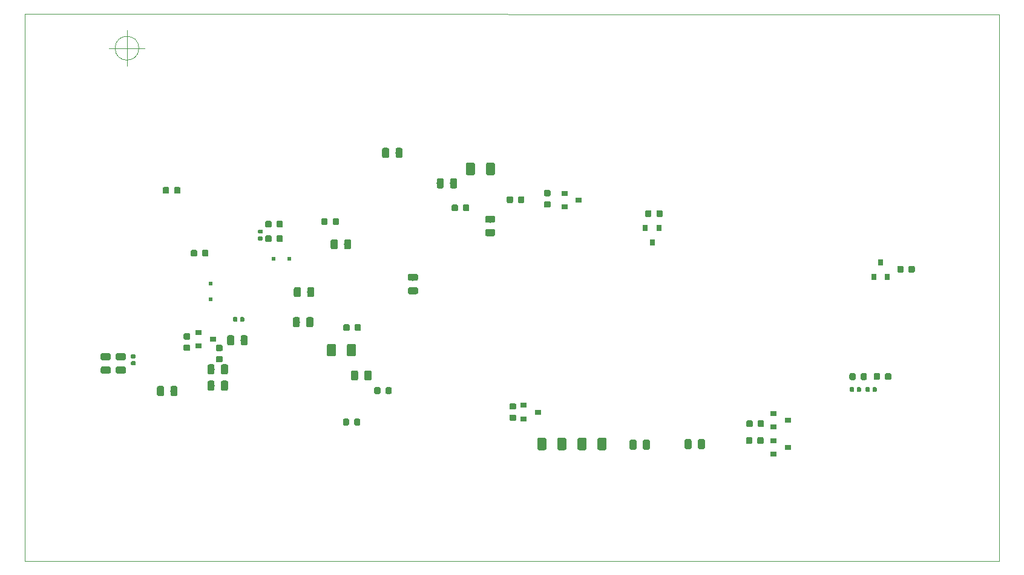
<source format=gbr>
G04 #@! TF.GenerationSoftware,KiCad,Pcbnew,(5.1.2)-1*
G04 #@! TF.CreationDate,2021-03-24T13:07:53+05:45*
G04 #@! TF.ProjectId,Pufferfish-Power-MCU,50756666-6572-4666-9973-682d506f7765,0.0*
G04 #@! TF.SameCoordinates,Original*
G04 #@! TF.FileFunction,Paste,Bot*
G04 #@! TF.FilePolarity,Positive*
%FSLAX46Y46*%
G04 Gerber Fmt 4.6, Leading zero omitted, Abs format (unit mm)*
G04 Created by KiCad (PCBNEW (5.1.2)-1) date 2021-03-24 13:07:53*
%MOMM*%
%LPD*%
G04 APERTURE LIST*
%ADD10C,0.100000*%
%ADD11C,0.875000*%
%ADD12C,0.975000*%
%ADD13R,0.900000X0.800000*%
%ADD14C,0.590000*%
%ADD15R,0.500000X0.500000*%
%ADD16R,0.800000X0.900000*%
%ADD17C,1.250000*%
G04 APERTURE END LIST*
D10*
X203287400Y-43052600D02*
X66977400Y-42972600D01*
X203287400Y-119552600D02*
X203287400Y-43052600D01*
X66977400Y-119552600D02*
X203287400Y-119552600D01*
X66977400Y-42972600D02*
X66977400Y-119552600D01*
X82946666Y-47752000D02*
G75*
G03X82946666Y-47752000I-1666666J0D01*
G01*
X78780000Y-47752000D02*
X83780000Y-47752000D01*
X81280000Y-45252000D02*
X81280000Y-50252000D01*
G04 #@! TO.C,R99*
G36*
X109160091Y-71553653D02*
G01*
X109181326Y-71556803D01*
X109202150Y-71562019D01*
X109222362Y-71569251D01*
X109241768Y-71578430D01*
X109260181Y-71589466D01*
X109277424Y-71602254D01*
X109293330Y-71616670D01*
X109307746Y-71632576D01*
X109320534Y-71649819D01*
X109331570Y-71668232D01*
X109340749Y-71687638D01*
X109347981Y-71707850D01*
X109353197Y-71728674D01*
X109356347Y-71749909D01*
X109357400Y-71771350D01*
X109357400Y-72283850D01*
X109356347Y-72305291D01*
X109353197Y-72326526D01*
X109347981Y-72347350D01*
X109340749Y-72367562D01*
X109331570Y-72386968D01*
X109320534Y-72405381D01*
X109307746Y-72422624D01*
X109293330Y-72438530D01*
X109277424Y-72452946D01*
X109260181Y-72465734D01*
X109241768Y-72476770D01*
X109222362Y-72485949D01*
X109202150Y-72493181D01*
X109181326Y-72498397D01*
X109160091Y-72501547D01*
X109138650Y-72502600D01*
X108701150Y-72502600D01*
X108679709Y-72501547D01*
X108658474Y-72498397D01*
X108637650Y-72493181D01*
X108617438Y-72485949D01*
X108598032Y-72476770D01*
X108579619Y-72465734D01*
X108562376Y-72452946D01*
X108546470Y-72438530D01*
X108532054Y-72422624D01*
X108519266Y-72405381D01*
X108508230Y-72386968D01*
X108499051Y-72367562D01*
X108491819Y-72347350D01*
X108486603Y-72326526D01*
X108483453Y-72305291D01*
X108482400Y-72283850D01*
X108482400Y-71771350D01*
X108483453Y-71749909D01*
X108486603Y-71728674D01*
X108491819Y-71707850D01*
X108499051Y-71687638D01*
X108508230Y-71668232D01*
X108519266Y-71649819D01*
X108532054Y-71632576D01*
X108546470Y-71616670D01*
X108562376Y-71602254D01*
X108579619Y-71589466D01*
X108598032Y-71578430D01*
X108617438Y-71569251D01*
X108637650Y-71562019D01*
X108658474Y-71556803D01*
X108679709Y-71553653D01*
X108701150Y-71552600D01*
X109138650Y-71552600D01*
X109160091Y-71553653D01*
X109160091Y-71553653D01*
G37*
D11*
X108919900Y-72027600D03*
D10*
G36*
X110735091Y-71553653D02*
G01*
X110756326Y-71556803D01*
X110777150Y-71562019D01*
X110797362Y-71569251D01*
X110816768Y-71578430D01*
X110835181Y-71589466D01*
X110852424Y-71602254D01*
X110868330Y-71616670D01*
X110882746Y-71632576D01*
X110895534Y-71649819D01*
X110906570Y-71668232D01*
X110915749Y-71687638D01*
X110922981Y-71707850D01*
X110928197Y-71728674D01*
X110931347Y-71749909D01*
X110932400Y-71771350D01*
X110932400Y-72283850D01*
X110931347Y-72305291D01*
X110928197Y-72326526D01*
X110922981Y-72347350D01*
X110915749Y-72367562D01*
X110906570Y-72386968D01*
X110895534Y-72405381D01*
X110882746Y-72422624D01*
X110868330Y-72438530D01*
X110852424Y-72452946D01*
X110835181Y-72465734D01*
X110816768Y-72476770D01*
X110797362Y-72485949D01*
X110777150Y-72493181D01*
X110756326Y-72498397D01*
X110735091Y-72501547D01*
X110713650Y-72502600D01*
X110276150Y-72502600D01*
X110254709Y-72501547D01*
X110233474Y-72498397D01*
X110212650Y-72493181D01*
X110192438Y-72485949D01*
X110173032Y-72476770D01*
X110154619Y-72465734D01*
X110137376Y-72452946D01*
X110121470Y-72438530D01*
X110107054Y-72422624D01*
X110094266Y-72405381D01*
X110083230Y-72386968D01*
X110074051Y-72367562D01*
X110066819Y-72347350D01*
X110061603Y-72326526D01*
X110058453Y-72305291D01*
X110057400Y-72283850D01*
X110057400Y-71771350D01*
X110058453Y-71749909D01*
X110061603Y-71728674D01*
X110066819Y-71707850D01*
X110074051Y-71687638D01*
X110083230Y-71668232D01*
X110094266Y-71649819D01*
X110107054Y-71632576D01*
X110121470Y-71616670D01*
X110137376Y-71602254D01*
X110154619Y-71589466D01*
X110173032Y-71578430D01*
X110192438Y-71569251D01*
X110212650Y-71562019D01*
X110233474Y-71556803D01*
X110254709Y-71553653D01*
X110276150Y-71552600D01*
X110713650Y-71552600D01*
X110735091Y-71553653D01*
X110735091Y-71553653D01*
G37*
D11*
X110494900Y-72027600D03*
G04 #@! TD*
D10*
G04 #@! TO.C,R49*
G36*
X105248142Y-85407174D02*
G01*
X105271803Y-85410684D01*
X105295007Y-85416496D01*
X105317529Y-85424554D01*
X105339153Y-85434782D01*
X105359670Y-85447079D01*
X105378883Y-85461329D01*
X105396607Y-85477393D01*
X105412671Y-85495117D01*
X105426921Y-85514330D01*
X105439218Y-85534847D01*
X105449446Y-85556471D01*
X105457504Y-85578993D01*
X105463316Y-85602197D01*
X105466826Y-85625858D01*
X105468000Y-85649750D01*
X105468000Y-86562250D01*
X105466826Y-86586142D01*
X105463316Y-86609803D01*
X105457504Y-86633007D01*
X105449446Y-86655529D01*
X105439218Y-86677153D01*
X105426921Y-86697670D01*
X105412671Y-86716883D01*
X105396607Y-86734607D01*
X105378883Y-86750671D01*
X105359670Y-86764921D01*
X105339153Y-86777218D01*
X105317529Y-86787446D01*
X105295007Y-86795504D01*
X105271803Y-86801316D01*
X105248142Y-86804826D01*
X105224250Y-86806000D01*
X104736750Y-86806000D01*
X104712858Y-86804826D01*
X104689197Y-86801316D01*
X104665993Y-86795504D01*
X104643471Y-86787446D01*
X104621847Y-86777218D01*
X104601330Y-86764921D01*
X104582117Y-86750671D01*
X104564393Y-86734607D01*
X104548329Y-86716883D01*
X104534079Y-86697670D01*
X104521782Y-86677153D01*
X104511554Y-86655529D01*
X104503496Y-86633007D01*
X104497684Y-86609803D01*
X104494174Y-86586142D01*
X104493000Y-86562250D01*
X104493000Y-85649750D01*
X104494174Y-85625858D01*
X104497684Y-85602197D01*
X104503496Y-85578993D01*
X104511554Y-85556471D01*
X104521782Y-85534847D01*
X104534079Y-85514330D01*
X104548329Y-85495117D01*
X104564393Y-85477393D01*
X104582117Y-85461329D01*
X104601330Y-85447079D01*
X104621847Y-85434782D01*
X104643471Y-85424554D01*
X104665993Y-85416496D01*
X104689197Y-85410684D01*
X104712858Y-85407174D01*
X104736750Y-85406000D01*
X105224250Y-85406000D01*
X105248142Y-85407174D01*
X105248142Y-85407174D01*
G37*
D12*
X104980500Y-86106000D03*
D10*
G36*
X107123142Y-85407174D02*
G01*
X107146803Y-85410684D01*
X107170007Y-85416496D01*
X107192529Y-85424554D01*
X107214153Y-85434782D01*
X107234670Y-85447079D01*
X107253883Y-85461329D01*
X107271607Y-85477393D01*
X107287671Y-85495117D01*
X107301921Y-85514330D01*
X107314218Y-85534847D01*
X107324446Y-85556471D01*
X107332504Y-85578993D01*
X107338316Y-85602197D01*
X107341826Y-85625858D01*
X107343000Y-85649750D01*
X107343000Y-86562250D01*
X107341826Y-86586142D01*
X107338316Y-86609803D01*
X107332504Y-86633007D01*
X107324446Y-86655529D01*
X107314218Y-86677153D01*
X107301921Y-86697670D01*
X107287671Y-86716883D01*
X107271607Y-86734607D01*
X107253883Y-86750671D01*
X107234670Y-86764921D01*
X107214153Y-86777218D01*
X107192529Y-86787446D01*
X107170007Y-86795504D01*
X107146803Y-86801316D01*
X107123142Y-86804826D01*
X107099250Y-86806000D01*
X106611750Y-86806000D01*
X106587858Y-86804826D01*
X106564197Y-86801316D01*
X106540993Y-86795504D01*
X106518471Y-86787446D01*
X106496847Y-86777218D01*
X106476330Y-86764921D01*
X106457117Y-86750671D01*
X106439393Y-86734607D01*
X106423329Y-86716883D01*
X106409079Y-86697670D01*
X106396782Y-86677153D01*
X106386554Y-86655529D01*
X106378496Y-86633007D01*
X106372684Y-86609803D01*
X106369174Y-86586142D01*
X106368000Y-86562250D01*
X106368000Y-85649750D01*
X106369174Y-85625858D01*
X106372684Y-85602197D01*
X106378496Y-85578993D01*
X106386554Y-85556471D01*
X106396782Y-85534847D01*
X106409079Y-85514330D01*
X106423329Y-85495117D01*
X106439393Y-85477393D01*
X106457117Y-85461329D01*
X106476330Y-85447079D01*
X106496847Y-85434782D01*
X106518471Y-85424554D01*
X106540993Y-85416496D01*
X106564197Y-85410684D01*
X106587858Y-85407174D01*
X106611750Y-85406000D01*
X107099250Y-85406000D01*
X107123142Y-85407174D01*
X107123142Y-85407174D01*
G37*
D12*
X106855500Y-86106000D03*
G04 #@! TD*
D13*
G04 #@! TO.C,Q9*
X136787000Y-99657000D03*
X136787000Y-97757000D03*
X138787000Y-98707000D03*
G04 #@! TD*
D10*
G04 #@! TO.C,C100*
G36*
X100123258Y-74104710D02*
G01*
X100137576Y-74106834D01*
X100151617Y-74110351D01*
X100165246Y-74115228D01*
X100178331Y-74121417D01*
X100190747Y-74128858D01*
X100202373Y-74137481D01*
X100213098Y-74147202D01*
X100222819Y-74157927D01*
X100231442Y-74169553D01*
X100238883Y-74181969D01*
X100245072Y-74195054D01*
X100249949Y-74208683D01*
X100253466Y-74222724D01*
X100255590Y-74237042D01*
X100256300Y-74251500D01*
X100256300Y-74546500D01*
X100255590Y-74560958D01*
X100253466Y-74575276D01*
X100249949Y-74589317D01*
X100245072Y-74602946D01*
X100238883Y-74616031D01*
X100231442Y-74628447D01*
X100222819Y-74640073D01*
X100213098Y-74650798D01*
X100202373Y-74660519D01*
X100190747Y-74669142D01*
X100178331Y-74676583D01*
X100165246Y-74682772D01*
X100151617Y-74687649D01*
X100137576Y-74691166D01*
X100123258Y-74693290D01*
X100108800Y-74694000D01*
X99763800Y-74694000D01*
X99749342Y-74693290D01*
X99735024Y-74691166D01*
X99720983Y-74687649D01*
X99707354Y-74682772D01*
X99694269Y-74676583D01*
X99681853Y-74669142D01*
X99670227Y-74660519D01*
X99659502Y-74650798D01*
X99649781Y-74640073D01*
X99641158Y-74628447D01*
X99633717Y-74616031D01*
X99627528Y-74602946D01*
X99622651Y-74589317D01*
X99619134Y-74575276D01*
X99617010Y-74560958D01*
X99616300Y-74546500D01*
X99616300Y-74251500D01*
X99617010Y-74237042D01*
X99619134Y-74222724D01*
X99622651Y-74208683D01*
X99627528Y-74195054D01*
X99633717Y-74181969D01*
X99641158Y-74169553D01*
X99649781Y-74157927D01*
X99659502Y-74147202D01*
X99670227Y-74137481D01*
X99681853Y-74128858D01*
X99694269Y-74121417D01*
X99707354Y-74115228D01*
X99720983Y-74110351D01*
X99735024Y-74106834D01*
X99749342Y-74104710D01*
X99763800Y-74104000D01*
X100108800Y-74104000D01*
X100123258Y-74104710D01*
X100123258Y-74104710D01*
G37*
D14*
X99936300Y-74399000D03*
D10*
G36*
X100123258Y-73134710D02*
G01*
X100137576Y-73136834D01*
X100151617Y-73140351D01*
X100165246Y-73145228D01*
X100178331Y-73151417D01*
X100190747Y-73158858D01*
X100202373Y-73167481D01*
X100213098Y-73177202D01*
X100222819Y-73187927D01*
X100231442Y-73199553D01*
X100238883Y-73211969D01*
X100245072Y-73225054D01*
X100249949Y-73238683D01*
X100253466Y-73252724D01*
X100255590Y-73267042D01*
X100256300Y-73281500D01*
X100256300Y-73576500D01*
X100255590Y-73590958D01*
X100253466Y-73605276D01*
X100249949Y-73619317D01*
X100245072Y-73632946D01*
X100238883Y-73646031D01*
X100231442Y-73658447D01*
X100222819Y-73670073D01*
X100213098Y-73680798D01*
X100202373Y-73690519D01*
X100190747Y-73699142D01*
X100178331Y-73706583D01*
X100165246Y-73712772D01*
X100151617Y-73717649D01*
X100137576Y-73721166D01*
X100123258Y-73723290D01*
X100108800Y-73724000D01*
X99763800Y-73724000D01*
X99749342Y-73723290D01*
X99735024Y-73721166D01*
X99720983Y-73717649D01*
X99707354Y-73712772D01*
X99694269Y-73706583D01*
X99681853Y-73699142D01*
X99670227Y-73690519D01*
X99659502Y-73680798D01*
X99649781Y-73670073D01*
X99641158Y-73658447D01*
X99633717Y-73646031D01*
X99627528Y-73632946D01*
X99622651Y-73619317D01*
X99619134Y-73605276D01*
X99617010Y-73590958D01*
X99616300Y-73576500D01*
X99616300Y-73281500D01*
X99617010Y-73267042D01*
X99619134Y-73252724D01*
X99622651Y-73238683D01*
X99627528Y-73225054D01*
X99633717Y-73211969D01*
X99641158Y-73199553D01*
X99649781Y-73187927D01*
X99659502Y-73177202D01*
X99670227Y-73167481D01*
X99681853Y-73158858D01*
X99694269Y-73151417D01*
X99707354Y-73145228D01*
X99720983Y-73140351D01*
X99735024Y-73136834D01*
X99749342Y-73134710D01*
X99763800Y-73134000D01*
X100108800Y-73134000D01*
X100123258Y-73134710D01*
X100123258Y-73134710D01*
G37*
D14*
X99936300Y-73429000D03*
G04 #@! TD*
D10*
G04 #@! TO.C,C70*
G36*
X97547958Y-85405710D02*
G01*
X97562276Y-85407834D01*
X97576317Y-85411351D01*
X97589946Y-85416228D01*
X97603031Y-85422417D01*
X97615447Y-85429858D01*
X97627073Y-85438481D01*
X97637798Y-85448202D01*
X97647519Y-85458927D01*
X97656142Y-85470553D01*
X97663583Y-85482969D01*
X97669772Y-85496054D01*
X97674649Y-85509683D01*
X97678166Y-85523724D01*
X97680290Y-85538042D01*
X97681000Y-85552500D01*
X97681000Y-85897500D01*
X97680290Y-85911958D01*
X97678166Y-85926276D01*
X97674649Y-85940317D01*
X97669772Y-85953946D01*
X97663583Y-85967031D01*
X97656142Y-85979447D01*
X97647519Y-85991073D01*
X97637798Y-86001798D01*
X97627073Y-86011519D01*
X97615447Y-86020142D01*
X97603031Y-86027583D01*
X97589946Y-86033772D01*
X97576317Y-86038649D01*
X97562276Y-86042166D01*
X97547958Y-86044290D01*
X97533500Y-86045000D01*
X97238500Y-86045000D01*
X97224042Y-86044290D01*
X97209724Y-86042166D01*
X97195683Y-86038649D01*
X97182054Y-86033772D01*
X97168969Y-86027583D01*
X97156553Y-86020142D01*
X97144927Y-86011519D01*
X97134202Y-86001798D01*
X97124481Y-85991073D01*
X97115858Y-85979447D01*
X97108417Y-85967031D01*
X97102228Y-85953946D01*
X97097351Y-85940317D01*
X97093834Y-85926276D01*
X97091710Y-85911958D01*
X97091000Y-85897500D01*
X97091000Y-85552500D01*
X97091710Y-85538042D01*
X97093834Y-85523724D01*
X97097351Y-85509683D01*
X97102228Y-85496054D01*
X97108417Y-85482969D01*
X97115858Y-85470553D01*
X97124481Y-85458927D01*
X97134202Y-85448202D01*
X97144927Y-85438481D01*
X97156553Y-85429858D01*
X97168969Y-85422417D01*
X97182054Y-85416228D01*
X97195683Y-85411351D01*
X97209724Y-85407834D01*
X97224042Y-85405710D01*
X97238500Y-85405000D01*
X97533500Y-85405000D01*
X97547958Y-85405710D01*
X97547958Y-85405710D01*
G37*
D14*
X97386000Y-85725000D03*
D10*
G36*
X96577958Y-85405710D02*
G01*
X96592276Y-85407834D01*
X96606317Y-85411351D01*
X96619946Y-85416228D01*
X96633031Y-85422417D01*
X96645447Y-85429858D01*
X96657073Y-85438481D01*
X96667798Y-85448202D01*
X96677519Y-85458927D01*
X96686142Y-85470553D01*
X96693583Y-85482969D01*
X96699772Y-85496054D01*
X96704649Y-85509683D01*
X96708166Y-85523724D01*
X96710290Y-85538042D01*
X96711000Y-85552500D01*
X96711000Y-85897500D01*
X96710290Y-85911958D01*
X96708166Y-85926276D01*
X96704649Y-85940317D01*
X96699772Y-85953946D01*
X96693583Y-85967031D01*
X96686142Y-85979447D01*
X96677519Y-85991073D01*
X96667798Y-86001798D01*
X96657073Y-86011519D01*
X96645447Y-86020142D01*
X96633031Y-86027583D01*
X96619946Y-86033772D01*
X96606317Y-86038649D01*
X96592276Y-86042166D01*
X96577958Y-86044290D01*
X96563500Y-86045000D01*
X96268500Y-86045000D01*
X96254042Y-86044290D01*
X96239724Y-86042166D01*
X96225683Y-86038649D01*
X96212054Y-86033772D01*
X96198969Y-86027583D01*
X96186553Y-86020142D01*
X96174927Y-86011519D01*
X96164202Y-86001798D01*
X96154481Y-85991073D01*
X96145858Y-85979447D01*
X96138417Y-85967031D01*
X96132228Y-85953946D01*
X96127351Y-85940317D01*
X96123834Y-85926276D01*
X96121710Y-85911958D01*
X96121000Y-85897500D01*
X96121000Y-85552500D01*
X96121710Y-85538042D01*
X96123834Y-85523724D01*
X96127351Y-85509683D01*
X96132228Y-85496054D01*
X96138417Y-85482969D01*
X96145858Y-85470553D01*
X96154481Y-85458927D01*
X96164202Y-85448202D01*
X96174927Y-85438481D01*
X96186553Y-85429858D01*
X96198969Y-85422417D01*
X96212054Y-85416228D01*
X96225683Y-85411351D01*
X96239724Y-85407834D01*
X96254042Y-85405710D01*
X96268500Y-85405000D01*
X96563500Y-85405000D01*
X96577958Y-85405710D01*
X96577958Y-85405710D01*
G37*
D14*
X96416000Y-85725000D03*
G04 #@! TD*
D10*
G04 #@! TO.C,C51*
G36*
X183828458Y-95224710D02*
G01*
X183842776Y-95226834D01*
X183856817Y-95230351D01*
X183870446Y-95235228D01*
X183883531Y-95241417D01*
X183895947Y-95248858D01*
X183907573Y-95257481D01*
X183918298Y-95267202D01*
X183928019Y-95277927D01*
X183936642Y-95289553D01*
X183944083Y-95301969D01*
X183950272Y-95315054D01*
X183955149Y-95328683D01*
X183958666Y-95342724D01*
X183960790Y-95357042D01*
X183961500Y-95371500D01*
X183961500Y-95716500D01*
X183960790Y-95730958D01*
X183958666Y-95745276D01*
X183955149Y-95759317D01*
X183950272Y-95772946D01*
X183944083Y-95786031D01*
X183936642Y-95798447D01*
X183928019Y-95810073D01*
X183918298Y-95820798D01*
X183907573Y-95830519D01*
X183895947Y-95839142D01*
X183883531Y-95846583D01*
X183870446Y-95852772D01*
X183856817Y-95857649D01*
X183842776Y-95861166D01*
X183828458Y-95863290D01*
X183814000Y-95864000D01*
X183519000Y-95864000D01*
X183504542Y-95863290D01*
X183490224Y-95861166D01*
X183476183Y-95857649D01*
X183462554Y-95852772D01*
X183449469Y-95846583D01*
X183437053Y-95839142D01*
X183425427Y-95830519D01*
X183414702Y-95820798D01*
X183404981Y-95810073D01*
X183396358Y-95798447D01*
X183388917Y-95786031D01*
X183382728Y-95772946D01*
X183377851Y-95759317D01*
X183374334Y-95745276D01*
X183372210Y-95730958D01*
X183371500Y-95716500D01*
X183371500Y-95371500D01*
X183372210Y-95357042D01*
X183374334Y-95342724D01*
X183377851Y-95328683D01*
X183382728Y-95315054D01*
X183388917Y-95301969D01*
X183396358Y-95289553D01*
X183404981Y-95277927D01*
X183414702Y-95267202D01*
X183425427Y-95257481D01*
X183437053Y-95248858D01*
X183449469Y-95241417D01*
X183462554Y-95235228D01*
X183476183Y-95230351D01*
X183490224Y-95226834D01*
X183504542Y-95224710D01*
X183519000Y-95224000D01*
X183814000Y-95224000D01*
X183828458Y-95224710D01*
X183828458Y-95224710D01*
G37*
D14*
X183666500Y-95544000D03*
D10*
G36*
X182858458Y-95224710D02*
G01*
X182872776Y-95226834D01*
X182886817Y-95230351D01*
X182900446Y-95235228D01*
X182913531Y-95241417D01*
X182925947Y-95248858D01*
X182937573Y-95257481D01*
X182948298Y-95267202D01*
X182958019Y-95277927D01*
X182966642Y-95289553D01*
X182974083Y-95301969D01*
X182980272Y-95315054D01*
X182985149Y-95328683D01*
X182988666Y-95342724D01*
X182990790Y-95357042D01*
X182991500Y-95371500D01*
X182991500Y-95716500D01*
X182990790Y-95730958D01*
X182988666Y-95745276D01*
X182985149Y-95759317D01*
X182980272Y-95772946D01*
X182974083Y-95786031D01*
X182966642Y-95798447D01*
X182958019Y-95810073D01*
X182948298Y-95820798D01*
X182937573Y-95830519D01*
X182925947Y-95839142D01*
X182913531Y-95846583D01*
X182900446Y-95852772D01*
X182886817Y-95857649D01*
X182872776Y-95861166D01*
X182858458Y-95863290D01*
X182844000Y-95864000D01*
X182549000Y-95864000D01*
X182534542Y-95863290D01*
X182520224Y-95861166D01*
X182506183Y-95857649D01*
X182492554Y-95852772D01*
X182479469Y-95846583D01*
X182467053Y-95839142D01*
X182455427Y-95830519D01*
X182444702Y-95820798D01*
X182434981Y-95810073D01*
X182426358Y-95798447D01*
X182418917Y-95786031D01*
X182412728Y-95772946D01*
X182407851Y-95759317D01*
X182404334Y-95745276D01*
X182402210Y-95730958D01*
X182401500Y-95716500D01*
X182401500Y-95371500D01*
X182402210Y-95357042D01*
X182404334Y-95342724D01*
X182407851Y-95328683D01*
X182412728Y-95315054D01*
X182418917Y-95301969D01*
X182426358Y-95289553D01*
X182434981Y-95277927D01*
X182444702Y-95267202D01*
X182455427Y-95257481D01*
X182467053Y-95248858D01*
X182479469Y-95241417D01*
X182492554Y-95235228D01*
X182506183Y-95230351D01*
X182520224Y-95226834D01*
X182534542Y-95224710D01*
X182549000Y-95224000D01*
X182844000Y-95224000D01*
X182858458Y-95224710D01*
X182858458Y-95224710D01*
G37*
D14*
X182696500Y-95544000D03*
G04 #@! TD*
D10*
G04 #@! TO.C,C50*
G36*
X186028458Y-95224710D02*
G01*
X186042776Y-95226834D01*
X186056817Y-95230351D01*
X186070446Y-95235228D01*
X186083531Y-95241417D01*
X186095947Y-95248858D01*
X186107573Y-95257481D01*
X186118298Y-95267202D01*
X186128019Y-95277927D01*
X186136642Y-95289553D01*
X186144083Y-95301969D01*
X186150272Y-95315054D01*
X186155149Y-95328683D01*
X186158666Y-95342724D01*
X186160790Y-95357042D01*
X186161500Y-95371500D01*
X186161500Y-95716500D01*
X186160790Y-95730958D01*
X186158666Y-95745276D01*
X186155149Y-95759317D01*
X186150272Y-95772946D01*
X186144083Y-95786031D01*
X186136642Y-95798447D01*
X186128019Y-95810073D01*
X186118298Y-95820798D01*
X186107573Y-95830519D01*
X186095947Y-95839142D01*
X186083531Y-95846583D01*
X186070446Y-95852772D01*
X186056817Y-95857649D01*
X186042776Y-95861166D01*
X186028458Y-95863290D01*
X186014000Y-95864000D01*
X185719000Y-95864000D01*
X185704542Y-95863290D01*
X185690224Y-95861166D01*
X185676183Y-95857649D01*
X185662554Y-95852772D01*
X185649469Y-95846583D01*
X185637053Y-95839142D01*
X185625427Y-95830519D01*
X185614702Y-95820798D01*
X185604981Y-95810073D01*
X185596358Y-95798447D01*
X185588917Y-95786031D01*
X185582728Y-95772946D01*
X185577851Y-95759317D01*
X185574334Y-95745276D01*
X185572210Y-95730958D01*
X185571500Y-95716500D01*
X185571500Y-95371500D01*
X185572210Y-95357042D01*
X185574334Y-95342724D01*
X185577851Y-95328683D01*
X185582728Y-95315054D01*
X185588917Y-95301969D01*
X185596358Y-95289553D01*
X185604981Y-95277927D01*
X185614702Y-95267202D01*
X185625427Y-95257481D01*
X185637053Y-95248858D01*
X185649469Y-95241417D01*
X185662554Y-95235228D01*
X185676183Y-95230351D01*
X185690224Y-95226834D01*
X185704542Y-95224710D01*
X185719000Y-95224000D01*
X186014000Y-95224000D01*
X186028458Y-95224710D01*
X186028458Y-95224710D01*
G37*
D14*
X185866500Y-95544000D03*
D10*
G36*
X185058458Y-95224710D02*
G01*
X185072776Y-95226834D01*
X185086817Y-95230351D01*
X185100446Y-95235228D01*
X185113531Y-95241417D01*
X185125947Y-95248858D01*
X185137573Y-95257481D01*
X185148298Y-95267202D01*
X185158019Y-95277927D01*
X185166642Y-95289553D01*
X185174083Y-95301969D01*
X185180272Y-95315054D01*
X185185149Y-95328683D01*
X185188666Y-95342724D01*
X185190790Y-95357042D01*
X185191500Y-95371500D01*
X185191500Y-95716500D01*
X185190790Y-95730958D01*
X185188666Y-95745276D01*
X185185149Y-95759317D01*
X185180272Y-95772946D01*
X185174083Y-95786031D01*
X185166642Y-95798447D01*
X185158019Y-95810073D01*
X185148298Y-95820798D01*
X185137573Y-95830519D01*
X185125947Y-95839142D01*
X185113531Y-95846583D01*
X185100446Y-95852772D01*
X185086817Y-95857649D01*
X185072776Y-95861166D01*
X185058458Y-95863290D01*
X185044000Y-95864000D01*
X184749000Y-95864000D01*
X184734542Y-95863290D01*
X184720224Y-95861166D01*
X184706183Y-95857649D01*
X184692554Y-95852772D01*
X184679469Y-95846583D01*
X184667053Y-95839142D01*
X184655427Y-95830519D01*
X184644702Y-95820798D01*
X184634981Y-95810073D01*
X184626358Y-95798447D01*
X184618917Y-95786031D01*
X184612728Y-95772946D01*
X184607851Y-95759317D01*
X184604334Y-95745276D01*
X184602210Y-95730958D01*
X184601500Y-95716500D01*
X184601500Y-95371500D01*
X184602210Y-95357042D01*
X184604334Y-95342724D01*
X184607851Y-95328683D01*
X184612728Y-95315054D01*
X184618917Y-95301969D01*
X184626358Y-95289553D01*
X184634981Y-95277927D01*
X184644702Y-95267202D01*
X184655427Y-95257481D01*
X184667053Y-95248858D01*
X184679469Y-95241417D01*
X184692554Y-95235228D01*
X184706183Y-95230351D01*
X184720224Y-95226834D01*
X184734542Y-95224710D01*
X184749000Y-95224000D01*
X185044000Y-95224000D01*
X185058458Y-95224710D01*
X185058458Y-95224710D01*
G37*
D14*
X184896500Y-95544000D03*
G04 #@! TD*
D10*
G04 #@! TO.C,C18*
G36*
X82344358Y-91583310D02*
G01*
X82358676Y-91585434D01*
X82372717Y-91588951D01*
X82386346Y-91593828D01*
X82399431Y-91600017D01*
X82411847Y-91607458D01*
X82423473Y-91616081D01*
X82434198Y-91625802D01*
X82443919Y-91636527D01*
X82452542Y-91648153D01*
X82459983Y-91660569D01*
X82466172Y-91673654D01*
X82471049Y-91687283D01*
X82474566Y-91701324D01*
X82476690Y-91715642D01*
X82477400Y-91730100D01*
X82477400Y-92025100D01*
X82476690Y-92039558D01*
X82474566Y-92053876D01*
X82471049Y-92067917D01*
X82466172Y-92081546D01*
X82459983Y-92094631D01*
X82452542Y-92107047D01*
X82443919Y-92118673D01*
X82434198Y-92129398D01*
X82423473Y-92139119D01*
X82411847Y-92147742D01*
X82399431Y-92155183D01*
X82386346Y-92161372D01*
X82372717Y-92166249D01*
X82358676Y-92169766D01*
X82344358Y-92171890D01*
X82329900Y-92172600D01*
X81984900Y-92172600D01*
X81970442Y-92171890D01*
X81956124Y-92169766D01*
X81942083Y-92166249D01*
X81928454Y-92161372D01*
X81915369Y-92155183D01*
X81902953Y-92147742D01*
X81891327Y-92139119D01*
X81880602Y-92129398D01*
X81870881Y-92118673D01*
X81862258Y-92107047D01*
X81854817Y-92094631D01*
X81848628Y-92081546D01*
X81843751Y-92067917D01*
X81840234Y-92053876D01*
X81838110Y-92039558D01*
X81837400Y-92025100D01*
X81837400Y-91730100D01*
X81838110Y-91715642D01*
X81840234Y-91701324D01*
X81843751Y-91687283D01*
X81848628Y-91673654D01*
X81854817Y-91660569D01*
X81862258Y-91648153D01*
X81870881Y-91636527D01*
X81880602Y-91625802D01*
X81891327Y-91616081D01*
X81902953Y-91607458D01*
X81915369Y-91600017D01*
X81928454Y-91593828D01*
X81942083Y-91588951D01*
X81956124Y-91585434D01*
X81970442Y-91583310D01*
X81984900Y-91582600D01*
X82329900Y-91582600D01*
X82344358Y-91583310D01*
X82344358Y-91583310D01*
G37*
D14*
X82157400Y-91877600D03*
D10*
G36*
X82344358Y-90613310D02*
G01*
X82358676Y-90615434D01*
X82372717Y-90618951D01*
X82386346Y-90623828D01*
X82399431Y-90630017D01*
X82411847Y-90637458D01*
X82423473Y-90646081D01*
X82434198Y-90655802D01*
X82443919Y-90666527D01*
X82452542Y-90678153D01*
X82459983Y-90690569D01*
X82466172Y-90703654D01*
X82471049Y-90717283D01*
X82474566Y-90731324D01*
X82476690Y-90745642D01*
X82477400Y-90760100D01*
X82477400Y-91055100D01*
X82476690Y-91069558D01*
X82474566Y-91083876D01*
X82471049Y-91097917D01*
X82466172Y-91111546D01*
X82459983Y-91124631D01*
X82452542Y-91137047D01*
X82443919Y-91148673D01*
X82434198Y-91159398D01*
X82423473Y-91169119D01*
X82411847Y-91177742D01*
X82399431Y-91185183D01*
X82386346Y-91191372D01*
X82372717Y-91196249D01*
X82358676Y-91199766D01*
X82344358Y-91201890D01*
X82329900Y-91202600D01*
X81984900Y-91202600D01*
X81970442Y-91201890D01*
X81956124Y-91199766D01*
X81942083Y-91196249D01*
X81928454Y-91191372D01*
X81915369Y-91185183D01*
X81902953Y-91177742D01*
X81891327Y-91169119D01*
X81880602Y-91159398D01*
X81870881Y-91148673D01*
X81862258Y-91137047D01*
X81854817Y-91124631D01*
X81848628Y-91111546D01*
X81843751Y-91097917D01*
X81840234Y-91083876D01*
X81838110Y-91069558D01*
X81837400Y-91055100D01*
X81837400Y-90760100D01*
X81838110Y-90745642D01*
X81840234Y-90731324D01*
X81843751Y-90717283D01*
X81848628Y-90703654D01*
X81854817Y-90690569D01*
X81862258Y-90678153D01*
X81870881Y-90666527D01*
X81880602Y-90655802D01*
X81891327Y-90646081D01*
X81902953Y-90637458D01*
X81915369Y-90630017D01*
X81928454Y-90623828D01*
X81942083Y-90618951D01*
X81956124Y-90615434D01*
X81970442Y-90613310D01*
X81984900Y-90612600D01*
X82329900Y-90612600D01*
X82344358Y-90613310D01*
X82344358Y-90613310D01*
G37*
D14*
X82157400Y-90907600D03*
G04 #@! TD*
D15*
G04 #@! TO.C,D3*
X92964000Y-80688000D03*
X92964000Y-82888000D03*
G04 #@! TD*
G04 #@! TO.C,D4*
X103970000Y-77216000D03*
X101770000Y-77216000D03*
G04 #@! TD*
D10*
G04 #@! TO.C,R39*
G36*
X184596691Y-93270053D02*
G01*
X184617926Y-93273203D01*
X184638750Y-93278419D01*
X184658962Y-93285651D01*
X184678368Y-93294830D01*
X184696781Y-93305866D01*
X184714024Y-93318654D01*
X184729930Y-93333070D01*
X184744346Y-93348976D01*
X184757134Y-93366219D01*
X184768170Y-93384632D01*
X184777349Y-93404038D01*
X184784581Y-93424250D01*
X184789797Y-93445074D01*
X184792947Y-93466309D01*
X184794000Y-93487750D01*
X184794000Y-94000250D01*
X184792947Y-94021691D01*
X184789797Y-94042926D01*
X184784581Y-94063750D01*
X184777349Y-94083962D01*
X184768170Y-94103368D01*
X184757134Y-94121781D01*
X184744346Y-94139024D01*
X184729930Y-94154930D01*
X184714024Y-94169346D01*
X184696781Y-94182134D01*
X184678368Y-94193170D01*
X184658962Y-94202349D01*
X184638750Y-94209581D01*
X184617926Y-94214797D01*
X184596691Y-94217947D01*
X184575250Y-94219000D01*
X184137750Y-94219000D01*
X184116309Y-94217947D01*
X184095074Y-94214797D01*
X184074250Y-94209581D01*
X184054038Y-94202349D01*
X184034632Y-94193170D01*
X184016219Y-94182134D01*
X183998976Y-94169346D01*
X183983070Y-94154930D01*
X183968654Y-94139024D01*
X183955866Y-94121781D01*
X183944830Y-94103368D01*
X183935651Y-94083962D01*
X183928419Y-94063750D01*
X183923203Y-94042926D01*
X183920053Y-94021691D01*
X183919000Y-94000250D01*
X183919000Y-93487750D01*
X183920053Y-93466309D01*
X183923203Y-93445074D01*
X183928419Y-93424250D01*
X183935651Y-93404038D01*
X183944830Y-93384632D01*
X183955866Y-93366219D01*
X183968654Y-93348976D01*
X183983070Y-93333070D01*
X183998976Y-93318654D01*
X184016219Y-93305866D01*
X184034632Y-93294830D01*
X184054038Y-93285651D01*
X184074250Y-93278419D01*
X184095074Y-93273203D01*
X184116309Y-93270053D01*
X184137750Y-93269000D01*
X184575250Y-93269000D01*
X184596691Y-93270053D01*
X184596691Y-93270053D01*
G37*
D11*
X184356500Y-93744000D03*
D10*
G36*
X183021691Y-93270053D02*
G01*
X183042926Y-93273203D01*
X183063750Y-93278419D01*
X183083962Y-93285651D01*
X183103368Y-93294830D01*
X183121781Y-93305866D01*
X183139024Y-93318654D01*
X183154930Y-93333070D01*
X183169346Y-93348976D01*
X183182134Y-93366219D01*
X183193170Y-93384632D01*
X183202349Y-93404038D01*
X183209581Y-93424250D01*
X183214797Y-93445074D01*
X183217947Y-93466309D01*
X183219000Y-93487750D01*
X183219000Y-94000250D01*
X183217947Y-94021691D01*
X183214797Y-94042926D01*
X183209581Y-94063750D01*
X183202349Y-94083962D01*
X183193170Y-94103368D01*
X183182134Y-94121781D01*
X183169346Y-94139024D01*
X183154930Y-94154930D01*
X183139024Y-94169346D01*
X183121781Y-94182134D01*
X183103368Y-94193170D01*
X183083962Y-94202349D01*
X183063750Y-94209581D01*
X183042926Y-94214797D01*
X183021691Y-94217947D01*
X183000250Y-94219000D01*
X182562750Y-94219000D01*
X182541309Y-94217947D01*
X182520074Y-94214797D01*
X182499250Y-94209581D01*
X182479038Y-94202349D01*
X182459632Y-94193170D01*
X182441219Y-94182134D01*
X182423976Y-94169346D01*
X182408070Y-94154930D01*
X182393654Y-94139024D01*
X182380866Y-94121781D01*
X182369830Y-94103368D01*
X182360651Y-94083962D01*
X182353419Y-94063750D01*
X182348203Y-94042926D01*
X182345053Y-94021691D01*
X182344000Y-94000250D01*
X182344000Y-93487750D01*
X182345053Y-93466309D01*
X182348203Y-93445074D01*
X182353419Y-93424250D01*
X182360651Y-93404038D01*
X182369830Y-93384632D01*
X182380866Y-93366219D01*
X182393654Y-93348976D01*
X182408070Y-93333070D01*
X182423976Y-93318654D01*
X182441219Y-93305866D01*
X182459632Y-93294830D01*
X182479038Y-93285651D01*
X182499250Y-93278419D01*
X182520074Y-93273203D01*
X182541309Y-93270053D01*
X182562750Y-93269000D01*
X183000250Y-93269000D01*
X183021691Y-93270053D01*
X183021691Y-93270053D01*
G37*
D11*
X182781500Y-93744000D03*
G04 #@! TD*
D10*
G04 #@! TO.C,R40*
G36*
X187996691Y-93257553D02*
G01*
X188017926Y-93260703D01*
X188038750Y-93265919D01*
X188058962Y-93273151D01*
X188078368Y-93282330D01*
X188096781Y-93293366D01*
X188114024Y-93306154D01*
X188129930Y-93320570D01*
X188144346Y-93336476D01*
X188157134Y-93353719D01*
X188168170Y-93372132D01*
X188177349Y-93391538D01*
X188184581Y-93411750D01*
X188189797Y-93432574D01*
X188192947Y-93453809D01*
X188194000Y-93475250D01*
X188194000Y-93987750D01*
X188192947Y-94009191D01*
X188189797Y-94030426D01*
X188184581Y-94051250D01*
X188177349Y-94071462D01*
X188168170Y-94090868D01*
X188157134Y-94109281D01*
X188144346Y-94126524D01*
X188129930Y-94142430D01*
X188114024Y-94156846D01*
X188096781Y-94169634D01*
X188078368Y-94180670D01*
X188058962Y-94189849D01*
X188038750Y-94197081D01*
X188017926Y-94202297D01*
X187996691Y-94205447D01*
X187975250Y-94206500D01*
X187537750Y-94206500D01*
X187516309Y-94205447D01*
X187495074Y-94202297D01*
X187474250Y-94197081D01*
X187454038Y-94189849D01*
X187434632Y-94180670D01*
X187416219Y-94169634D01*
X187398976Y-94156846D01*
X187383070Y-94142430D01*
X187368654Y-94126524D01*
X187355866Y-94109281D01*
X187344830Y-94090868D01*
X187335651Y-94071462D01*
X187328419Y-94051250D01*
X187323203Y-94030426D01*
X187320053Y-94009191D01*
X187319000Y-93987750D01*
X187319000Y-93475250D01*
X187320053Y-93453809D01*
X187323203Y-93432574D01*
X187328419Y-93411750D01*
X187335651Y-93391538D01*
X187344830Y-93372132D01*
X187355866Y-93353719D01*
X187368654Y-93336476D01*
X187383070Y-93320570D01*
X187398976Y-93306154D01*
X187416219Y-93293366D01*
X187434632Y-93282330D01*
X187454038Y-93273151D01*
X187474250Y-93265919D01*
X187495074Y-93260703D01*
X187516309Y-93257553D01*
X187537750Y-93256500D01*
X187975250Y-93256500D01*
X187996691Y-93257553D01*
X187996691Y-93257553D01*
G37*
D11*
X187756500Y-93731500D03*
D10*
G36*
X186421691Y-93257553D02*
G01*
X186442926Y-93260703D01*
X186463750Y-93265919D01*
X186483962Y-93273151D01*
X186503368Y-93282330D01*
X186521781Y-93293366D01*
X186539024Y-93306154D01*
X186554930Y-93320570D01*
X186569346Y-93336476D01*
X186582134Y-93353719D01*
X186593170Y-93372132D01*
X186602349Y-93391538D01*
X186609581Y-93411750D01*
X186614797Y-93432574D01*
X186617947Y-93453809D01*
X186619000Y-93475250D01*
X186619000Y-93987750D01*
X186617947Y-94009191D01*
X186614797Y-94030426D01*
X186609581Y-94051250D01*
X186602349Y-94071462D01*
X186593170Y-94090868D01*
X186582134Y-94109281D01*
X186569346Y-94126524D01*
X186554930Y-94142430D01*
X186539024Y-94156846D01*
X186521781Y-94169634D01*
X186503368Y-94180670D01*
X186483962Y-94189849D01*
X186463750Y-94197081D01*
X186442926Y-94202297D01*
X186421691Y-94205447D01*
X186400250Y-94206500D01*
X185962750Y-94206500D01*
X185941309Y-94205447D01*
X185920074Y-94202297D01*
X185899250Y-94197081D01*
X185879038Y-94189849D01*
X185859632Y-94180670D01*
X185841219Y-94169634D01*
X185823976Y-94156846D01*
X185808070Y-94142430D01*
X185793654Y-94126524D01*
X185780866Y-94109281D01*
X185769830Y-94090868D01*
X185760651Y-94071462D01*
X185753419Y-94051250D01*
X185748203Y-94030426D01*
X185745053Y-94009191D01*
X185744000Y-93987750D01*
X185744000Y-93475250D01*
X185745053Y-93453809D01*
X185748203Y-93432574D01*
X185753419Y-93411750D01*
X185760651Y-93391538D01*
X185769830Y-93372132D01*
X185780866Y-93353719D01*
X185793654Y-93336476D01*
X185808070Y-93320570D01*
X185823976Y-93306154D01*
X185841219Y-93293366D01*
X185859632Y-93282330D01*
X185879038Y-93273151D01*
X185899250Y-93265919D01*
X185920074Y-93260703D01*
X185941309Y-93257553D01*
X185962750Y-93256500D01*
X186400250Y-93256500D01*
X186421691Y-93257553D01*
X186421691Y-93257553D01*
G37*
D11*
X186181500Y-93731500D03*
G04 #@! TD*
D10*
G04 #@! TO.C,R53*
G36*
X154452691Y-70426053D02*
G01*
X154473926Y-70429203D01*
X154494750Y-70434419D01*
X154514962Y-70441651D01*
X154534368Y-70450830D01*
X154552781Y-70461866D01*
X154570024Y-70474654D01*
X154585930Y-70489070D01*
X154600346Y-70504976D01*
X154613134Y-70522219D01*
X154624170Y-70540632D01*
X154633349Y-70560038D01*
X154640581Y-70580250D01*
X154645797Y-70601074D01*
X154648947Y-70622309D01*
X154650000Y-70643750D01*
X154650000Y-71156250D01*
X154648947Y-71177691D01*
X154645797Y-71198926D01*
X154640581Y-71219750D01*
X154633349Y-71239962D01*
X154624170Y-71259368D01*
X154613134Y-71277781D01*
X154600346Y-71295024D01*
X154585930Y-71310930D01*
X154570024Y-71325346D01*
X154552781Y-71338134D01*
X154534368Y-71349170D01*
X154514962Y-71358349D01*
X154494750Y-71365581D01*
X154473926Y-71370797D01*
X154452691Y-71373947D01*
X154431250Y-71375000D01*
X153993750Y-71375000D01*
X153972309Y-71373947D01*
X153951074Y-71370797D01*
X153930250Y-71365581D01*
X153910038Y-71358349D01*
X153890632Y-71349170D01*
X153872219Y-71338134D01*
X153854976Y-71325346D01*
X153839070Y-71310930D01*
X153824654Y-71295024D01*
X153811866Y-71277781D01*
X153800830Y-71259368D01*
X153791651Y-71239962D01*
X153784419Y-71219750D01*
X153779203Y-71198926D01*
X153776053Y-71177691D01*
X153775000Y-71156250D01*
X153775000Y-70643750D01*
X153776053Y-70622309D01*
X153779203Y-70601074D01*
X153784419Y-70580250D01*
X153791651Y-70560038D01*
X153800830Y-70540632D01*
X153811866Y-70522219D01*
X153824654Y-70504976D01*
X153839070Y-70489070D01*
X153854976Y-70474654D01*
X153872219Y-70461866D01*
X153890632Y-70450830D01*
X153910038Y-70441651D01*
X153930250Y-70434419D01*
X153951074Y-70429203D01*
X153972309Y-70426053D01*
X153993750Y-70425000D01*
X154431250Y-70425000D01*
X154452691Y-70426053D01*
X154452691Y-70426053D01*
G37*
D11*
X154212500Y-70900000D03*
D10*
G36*
X156027691Y-70426053D02*
G01*
X156048926Y-70429203D01*
X156069750Y-70434419D01*
X156089962Y-70441651D01*
X156109368Y-70450830D01*
X156127781Y-70461866D01*
X156145024Y-70474654D01*
X156160930Y-70489070D01*
X156175346Y-70504976D01*
X156188134Y-70522219D01*
X156199170Y-70540632D01*
X156208349Y-70560038D01*
X156215581Y-70580250D01*
X156220797Y-70601074D01*
X156223947Y-70622309D01*
X156225000Y-70643750D01*
X156225000Y-71156250D01*
X156223947Y-71177691D01*
X156220797Y-71198926D01*
X156215581Y-71219750D01*
X156208349Y-71239962D01*
X156199170Y-71259368D01*
X156188134Y-71277781D01*
X156175346Y-71295024D01*
X156160930Y-71310930D01*
X156145024Y-71325346D01*
X156127781Y-71338134D01*
X156109368Y-71349170D01*
X156089962Y-71358349D01*
X156069750Y-71365581D01*
X156048926Y-71370797D01*
X156027691Y-71373947D01*
X156006250Y-71375000D01*
X155568750Y-71375000D01*
X155547309Y-71373947D01*
X155526074Y-71370797D01*
X155505250Y-71365581D01*
X155485038Y-71358349D01*
X155465632Y-71349170D01*
X155447219Y-71338134D01*
X155429976Y-71325346D01*
X155414070Y-71310930D01*
X155399654Y-71295024D01*
X155386866Y-71277781D01*
X155375830Y-71259368D01*
X155366651Y-71239962D01*
X155359419Y-71219750D01*
X155354203Y-71198926D01*
X155351053Y-71177691D01*
X155350000Y-71156250D01*
X155350000Y-70643750D01*
X155351053Y-70622309D01*
X155354203Y-70601074D01*
X155359419Y-70580250D01*
X155366651Y-70560038D01*
X155375830Y-70540632D01*
X155386866Y-70522219D01*
X155399654Y-70504976D01*
X155414070Y-70489070D01*
X155429976Y-70474654D01*
X155447219Y-70461866D01*
X155465632Y-70450830D01*
X155485038Y-70441651D01*
X155505250Y-70434419D01*
X155526074Y-70429203D01*
X155547309Y-70426053D01*
X155568750Y-70425000D01*
X156006250Y-70425000D01*
X156027691Y-70426053D01*
X156027691Y-70426053D01*
G37*
D11*
X155787500Y-70900000D03*
G04 #@! TD*
D10*
G04 #@! TO.C,R54*
G36*
X189720091Y-78228653D02*
G01*
X189741326Y-78231803D01*
X189762150Y-78237019D01*
X189782362Y-78244251D01*
X189801768Y-78253430D01*
X189820181Y-78264466D01*
X189837424Y-78277254D01*
X189853330Y-78291670D01*
X189867746Y-78307576D01*
X189880534Y-78324819D01*
X189891570Y-78343232D01*
X189900749Y-78362638D01*
X189907981Y-78382850D01*
X189913197Y-78403674D01*
X189916347Y-78424909D01*
X189917400Y-78446350D01*
X189917400Y-78958850D01*
X189916347Y-78980291D01*
X189913197Y-79001526D01*
X189907981Y-79022350D01*
X189900749Y-79042562D01*
X189891570Y-79061968D01*
X189880534Y-79080381D01*
X189867746Y-79097624D01*
X189853330Y-79113530D01*
X189837424Y-79127946D01*
X189820181Y-79140734D01*
X189801768Y-79151770D01*
X189782362Y-79160949D01*
X189762150Y-79168181D01*
X189741326Y-79173397D01*
X189720091Y-79176547D01*
X189698650Y-79177600D01*
X189261150Y-79177600D01*
X189239709Y-79176547D01*
X189218474Y-79173397D01*
X189197650Y-79168181D01*
X189177438Y-79160949D01*
X189158032Y-79151770D01*
X189139619Y-79140734D01*
X189122376Y-79127946D01*
X189106470Y-79113530D01*
X189092054Y-79097624D01*
X189079266Y-79080381D01*
X189068230Y-79061968D01*
X189059051Y-79042562D01*
X189051819Y-79022350D01*
X189046603Y-79001526D01*
X189043453Y-78980291D01*
X189042400Y-78958850D01*
X189042400Y-78446350D01*
X189043453Y-78424909D01*
X189046603Y-78403674D01*
X189051819Y-78382850D01*
X189059051Y-78362638D01*
X189068230Y-78343232D01*
X189079266Y-78324819D01*
X189092054Y-78307576D01*
X189106470Y-78291670D01*
X189122376Y-78277254D01*
X189139619Y-78264466D01*
X189158032Y-78253430D01*
X189177438Y-78244251D01*
X189197650Y-78237019D01*
X189218474Y-78231803D01*
X189239709Y-78228653D01*
X189261150Y-78227600D01*
X189698650Y-78227600D01*
X189720091Y-78228653D01*
X189720091Y-78228653D01*
G37*
D11*
X189479900Y-78702600D03*
D10*
G36*
X191295091Y-78228653D02*
G01*
X191316326Y-78231803D01*
X191337150Y-78237019D01*
X191357362Y-78244251D01*
X191376768Y-78253430D01*
X191395181Y-78264466D01*
X191412424Y-78277254D01*
X191428330Y-78291670D01*
X191442746Y-78307576D01*
X191455534Y-78324819D01*
X191466570Y-78343232D01*
X191475749Y-78362638D01*
X191482981Y-78382850D01*
X191488197Y-78403674D01*
X191491347Y-78424909D01*
X191492400Y-78446350D01*
X191492400Y-78958850D01*
X191491347Y-78980291D01*
X191488197Y-79001526D01*
X191482981Y-79022350D01*
X191475749Y-79042562D01*
X191466570Y-79061968D01*
X191455534Y-79080381D01*
X191442746Y-79097624D01*
X191428330Y-79113530D01*
X191412424Y-79127946D01*
X191395181Y-79140734D01*
X191376768Y-79151770D01*
X191357362Y-79160949D01*
X191337150Y-79168181D01*
X191316326Y-79173397D01*
X191295091Y-79176547D01*
X191273650Y-79177600D01*
X190836150Y-79177600D01*
X190814709Y-79176547D01*
X190793474Y-79173397D01*
X190772650Y-79168181D01*
X190752438Y-79160949D01*
X190733032Y-79151770D01*
X190714619Y-79140734D01*
X190697376Y-79127946D01*
X190681470Y-79113530D01*
X190667054Y-79097624D01*
X190654266Y-79080381D01*
X190643230Y-79061968D01*
X190634051Y-79042562D01*
X190626819Y-79022350D01*
X190621603Y-79001526D01*
X190618453Y-78980291D01*
X190617400Y-78958850D01*
X190617400Y-78446350D01*
X190618453Y-78424909D01*
X190621603Y-78403674D01*
X190626819Y-78382850D01*
X190634051Y-78362638D01*
X190643230Y-78343232D01*
X190654266Y-78324819D01*
X190667054Y-78307576D01*
X190681470Y-78291670D01*
X190697376Y-78277254D01*
X190714619Y-78264466D01*
X190733032Y-78253430D01*
X190752438Y-78244251D01*
X190772650Y-78237019D01*
X190793474Y-78231803D01*
X190814709Y-78228653D01*
X190836150Y-78227600D01*
X191273650Y-78227600D01*
X191295091Y-78228653D01*
X191295091Y-78228653D01*
G37*
D11*
X191054900Y-78702600D03*
G04 #@! TD*
D10*
G04 #@! TO.C,R55*
G36*
X135524691Y-97483053D02*
G01*
X135545926Y-97486203D01*
X135566750Y-97491419D01*
X135586962Y-97498651D01*
X135606368Y-97507830D01*
X135624781Y-97518866D01*
X135642024Y-97531654D01*
X135657930Y-97546070D01*
X135672346Y-97561976D01*
X135685134Y-97579219D01*
X135696170Y-97597632D01*
X135705349Y-97617038D01*
X135712581Y-97637250D01*
X135717797Y-97658074D01*
X135720947Y-97679309D01*
X135722000Y-97700750D01*
X135722000Y-98138250D01*
X135720947Y-98159691D01*
X135717797Y-98180926D01*
X135712581Y-98201750D01*
X135705349Y-98221962D01*
X135696170Y-98241368D01*
X135685134Y-98259781D01*
X135672346Y-98277024D01*
X135657930Y-98292930D01*
X135642024Y-98307346D01*
X135624781Y-98320134D01*
X135606368Y-98331170D01*
X135586962Y-98340349D01*
X135566750Y-98347581D01*
X135545926Y-98352797D01*
X135524691Y-98355947D01*
X135503250Y-98357000D01*
X134990750Y-98357000D01*
X134969309Y-98355947D01*
X134948074Y-98352797D01*
X134927250Y-98347581D01*
X134907038Y-98340349D01*
X134887632Y-98331170D01*
X134869219Y-98320134D01*
X134851976Y-98307346D01*
X134836070Y-98292930D01*
X134821654Y-98277024D01*
X134808866Y-98259781D01*
X134797830Y-98241368D01*
X134788651Y-98221962D01*
X134781419Y-98201750D01*
X134776203Y-98180926D01*
X134773053Y-98159691D01*
X134772000Y-98138250D01*
X134772000Y-97700750D01*
X134773053Y-97679309D01*
X134776203Y-97658074D01*
X134781419Y-97637250D01*
X134788651Y-97617038D01*
X134797830Y-97597632D01*
X134808866Y-97579219D01*
X134821654Y-97561976D01*
X134836070Y-97546070D01*
X134851976Y-97531654D01*
X134869219Y-97518866D01*
X134887632Y-97507830D01*
X134907038Y-97498651D01*
X134927250Y-97491419D01*
X134948074Y-97486203D01*
X134969309Y-97483053D01*
X134990750Y-97482000D01*
X135503250Y-97482000D01*
X135524691Y-97483053D01*
X135524691Y-97483053D01*
G37*
D11*
X135247000Y-97919500D03*
D10*
G36*
X135524691Y-99058053D02*
G01*
X135545926Y-99061203D01*
X135566750Y-99066419D01*
X135586962Y-99073651D01*
X135606368Y-99082830D01*
X135624781Y-99093866D01*
X135642024Y-99106654D01*
X135657930Y-99121070D01*
X135672346Y-99136976D01*
X135685134Y-99154219D01*
X135696170Y-99172632D01*
X135705349Y-99192038D01*
X135712581Y-99212250D01*
X135717797Y-99233074D01*
X135720947Y-99254309D01*
X135722000Y-99275750D01*
X135722000Y-99713250D01*
X135720947Y-99734691D01*
X135717797Y-99755926D01*
X135712581Y-99776750D01*
X135705349Y-99796962D01*
X135696170Y-99816368D01*
X135685134Y-99834781D01*
X135672346Y-99852024D01*
X135657930Y-99867930D01*
X135642024Y-99882346D01*
X135624781Y-99895134D01*
X135606368Y-99906170D01*
X135586962Y-99915349D01*
X135566750Y-99922581D01*
X135545926Y-99927797D01*
X135524691Y-99930947D01*
X135503250Y-99932000D01*
X134990750Y-99932000D01*
X134969309Y-99930947D01*
X134948074Y-99927797D01*
X134927250Y-99922581D01*
X134907038Y-99915349D01*
X134887632Y-99906170D01*
X134869219Y-99895134D01*
X134851976Y-99882346D01*
X134836070Y-99867930D01*
X134821654Y-99852024D01*
X134808866Y-99834781D01*
X134797830Y-99816368D01*
X134788651Y-99796962D01*
X134781419Y-99776750D01*
X134776203Y-99755926D01*
X134773053Y-99734691D01*
X134772000Y-99713250D01*
X134772000Y-99275750D01*
X134773053Y-99254309D01*
X134776203Y-99233074D01*
X134781419Y-99212250D01*
X134788651Y-99192038D01*
X134797830Y-99172632D01*
X134808866Y-99154219D01*
X134821654Y-99136976D01*
X134836070Y-99121070D01*
X134851976Y-99106654D01*
X134869219Y-99093866D01*
X134887632Y-99082830D01*
X134907038Y-99073651D01*
X134927250Y-99066419D01*
X134948074Y-99061203D01*
X134969309Y-99058053D01*
X134990750Y-99057000D01*
X135503250Y-99057000D01*
X135524691Y-99058053D01*
X135524691Y-99058053D01*
G37*
D11*
X135247000Y-99494500D03*
G04 #@! TD*
D10*
G04 #@! TO.C,R56*
G36*
X140358691Y-67610053D02*
G01*
X140379926Y-67613203D01*
X140400750Y-67618419D01*
X140420962Y-67625651D01*
X140440368Y-67634830D01*
X140458781Y-67645866D01*
X140476024Y-67658654D01*
X140491930Y-67673070D01*
X140506346Y-67688976D01*
X140519134Y-67706219D01*
X140530170Y-67724632D01*
X140539349Y-67744038D01*
X140546581Y-67764250D01*
X140551797Y-67785074D01*
X140554947Y-67806309D01*
X140556000Y-67827750D01*
X140556000Y-68265250D01*
X140554947Y-68286691D01*
X140551797Y-68307926D01*
X140546581Y-68328750D01*
X140539349Y-68348962D01*
X140530170Y-68368368D01*
X140519134Y-68386781D01*
X140506346Y-68404024D01*
X140491930Y-68419930D01*
X140476024Y-68434346D01*
X140458781Y-68447134D01*
X140440368Y-68458170D01*
X140420962Y-68467349D01*
X140400750Y-68474581D01*
X140379926Y-68479797D01*
X140358691Y-68482947D01*
X140337250Y-68484000D01*
X139824750Y-68484000D01*
X139803309Y-68482947D01*
X139782074Y-68479797D01*
X139761250Y-68474581D01*
X139741038Y-68467349D01*
X139721632Y-68458170D01*
X139703219Y-68447134D01*
X139685976Y-68434346D01*
X139670070Y-68419930D01*
X139655654Y-68404024D01*
X139642866Y-68386781D01*
X139631830Y-68368368D01*
X139622651Y-68348962D01*
X139615419Y-68328750D01*
X139610203Y-68307926D01*
X139607053Y-68286691D01*
X139606000Y-68265250D01*
X139606000Y-67827750D01*
X139607053Y-67806309D01*
X139610203Y-67785074D01*
X139615419Y-67764250D01*
X139622651Y-67744038D01*
X139631830Y-67724632D01*
X139642866Y-67706219D01*
X139655654Y-67688976D01*
X139670070Y-67673070D01*
X139685976Y-67658654D01*
X139703219Y-67645866D01*
X139721632Y-67634830D01*
X139741038Y-67625651D01*
X139761250Y-67618419D01*
X139782074Y-67613203D01*
X139803309Y-67610053D01*
X139824750Y-67609000D01*
X140337250Y-67609000D01*
X140358691Y-67610053D01*
X140358691Y-67610053D01*
G37*
D11*
X140081000Y-68046500D03*
D10*
G36*
X140358691Y-69185053D02*
G01*
X140379926Y-69188203D01*
X140400750Y-69193419D01*
X140420962Y-69200651D01*
X140440368Y-69209830D01*
X140458781Y-69220866D01*
X140476024Y-69233654D01*
X140491930Y-69248070D01*
X140506346Y-69263976D01*
X140519134Y-69281219D01*
X140530170Y-69299632D01*
X140539349Y-69319038D01*
X140546581Y-69339250D01*
X140551797Y-69360074D01*
X140554947Y-69381309D01*
X140556000Y-69402750D01*
X140556000Y-69840250D01*
X140554947Y-69861691D01*
X140551797Y-69882926D01*
X140546581Y-69903750D01*
X140539349Y-69923962D01*
X140530170Y-69943368D01*
X140519134Y-69961781D01*
X140506346Y-69979024D01*
X140491930Y-69994930D01*
X140476024Y-70009346D01*
X140458781Y-70022134D01*
X140440368Y-70033170D01*
X140420962Y-70042349D01*
X140400750Y-70049581D01*
X140379926Y-70054797D01*
X140358691Y-70057947D01*
X140337250Y-70059000D01*
X139824750Y-70059000D01*
X139803309Y-70057947D01*
X139782074Y-70054797D01*
X139761250Y-70049581D01*
X139741038Y-70042349D01*
X139721632Y-70033170D01*
X139703219Y-70022134D01*
X139685976Y-70009346D01*
X139670070Y-69994930D01*
X139655654Y-69979024D01*
X139642866Y-69961781D01*
X139631830Y-69943368D01*
X139622651Y-69923962D01*
X139615419Y-69903750D01*
X139610203Y-69882926D01*
X139607053Y-69861691D01*
X139606000Y-69840250D01*
X139606000Y-69402750D01*
X139607053Y-69381309D01*
X139610203Y-69360074D01*
X139615419Y-69339250D01*
X139622651Y-69319038D01*
X139631830Y-69299632D01*
X139642866Y-69281219D01*
X139655654Y-69263976D01*
X139670070Y-69248070D01*
X139685976Y-69233654D01*
X139703219Y-69220866D01*
X139721632Y-69209830D01*
X139741038Y-69200651D01*
X139761250Y-69193419D01*
X139782074Y-69188203D01*
X139803309Y-69185053D01*
X139824750Y-69184000D01*
X140337250Y-69184000D01*
X140358691Y-69185053D01*
X140358691Y-69185053D01*
G37*
D11*
X140081000Y-69621500D03*
G04 #@! TD*
D10*
G04 #@! TO.C,R20*
G36*
X90892691Y-75980053D02*
G01*
X90913926Y-75983203D01*
X90934750Y-75988419D01*
X90954962Y-75995651D01*
X90974368Y-76004830D01*
X90992781Y-76015866D01*
X91010024Y-76028654D01*
X91025930Y-76043070D01*
X91040346Y-76058976D01*
X91053134Y-76076219D01*
X91064170Y-76094632D01*
X91073349Y-76114038D01*
X91080581Y-76134250D01*
X91085797Y-76155074D01*
X91088947Y-76176309D01*
X91090000Y-76197750D01*
X91090000Y-76710250D01*
X91088947Y-76731691D01*
X91085797Y-76752926D01*
X91080581Y-76773750D01*
X91073349Y-76793962D01*
X91064170Y-76813368D01*
X91053134Y-76831781D01*
X91040346Y-76849024D01*
X91025930Y-76864930D01*
X91010024Y-76879346D01*
X90992781Y-76892134D01*
X90974368Y-76903170D01*
X90954962Y-76912349D01*
X90934750Y-76919581D01*
X90913926Y-76924797D01*
X90892691Y-76927947D01*
X90871250Y-76929000D01*
X90433750Y-76929000D01*
X90412309Y-76927947D01*
X90391074Y-76924797D01*
X90370250Y-76919581D01*
X90350038Y-76912349D01*
X90330632Y-76903170D01*
X90312219Y-76892134D01*
X90294976Y-76879346D01*
X90279070Y-76864930D01*
X90264654Y-76849024D01*
X90251866Y-76831781D01*
X90240830Y-76813368D01*
X90231651Y-76793962D01*
X90224419Y-76773750D01*
X90219203Y-76752926D01*
X90216053Y-76731691D01*
X90215000Y-76710250D01*
X90215000Y-76197750D01*
X90216053Y-76176309D01*
X90219203Y-76155074D01*
X90224419Y-76134250D01*
X90231651Y-76114038D01*
X90240830Y-76094632D01*
X90251866Y-76076219D01*
X90264654Y-76058976D01*
X90279070Y-76043070D01*
X90294976Y-76028654D01*
X90312219Y-76015866D01*
X90330632Y-76004830D01*
X90350038Y-75995651D01*
X90370250Y-75988419D01*
X90391074Y-75983203D01*
X90412309Y-75980053D01*
X90433750Y-75979000D01*
X90871250Y-75979000D01*
X90892691Y-75980053D01*
X90892691Y-75980053D01*
G37*
D11*
X90652500Y-76454000D03*
D10*
G36*
X92467691Y-75980053D02*
G01*
X92488926Y-75983203D01*
X92509750Y-75988419D01*
X92529962Y-75995651D01*
X92549368Y-76004830D01*
X92567781Y-76015866D01*
X92585024Y-76028654D01*
X92600930Y-76043070D01*
X92615346Y-76058976D01*
X92628134Y-76076219D01*
X92639170Y-76094632D01*
X92648349Y-76114038D01*
X92655581Y-76134250D01*
X92660797Y-76155074D01*
X92663947Y-76176309D01*
X92665000Y-76197750D01*
X92665000Y-76710250D01*
X92663947Y-76731691D01*
X92660797Y-76752926D01*
X92655581Y-76773750D01*
X92648349Y-76793962D01*
X92639170Y-76813368D01*
X92628134Y-76831781D01*
X92615346Y-76849024D01*
X92600930Y-76864930D01*
X92585024Y-76879346D01*
X92567781Y-76892134D01*
X92549368Y-76903170D01*
X92529962Y-76912349D01*
X92509750Y-76919581D01*
X92488926Y-76924797D01*
X92467691Y-76927947D01*
X92446250Y-76929000D01*
X92008750Y-76929000D01*
X91987309Y-76927947D01*
X91966074Y-76924797D01*
X91945250Y-76919581D01*
X91925038Y-76912349D01*
X91905632Y-76903170D01*
X91887219Y-76892134D01*
X91869976Y-76879346D01*
X91854070Y-76864930D01*
X91839654Y-76849024D01*
X91826866Y-76831781D01*
X91815830Y-76813368D01*
X91806651Y-76793962D01*
X91799419Y-76773750D01*
X91794203Y-76752926D01*
X91791053Y-76731691D01*
X91790000Y-76710250D01*
X91790000Y-76197750D01*
X91791053Y-76176309D01*
X91794203Y-76155074D01*
X91799419Y-76134250D01*
X91806651Y-76114038D01*
X91815830Y-76094632D01*
X91826866Y-76076219D01*
X91839654Y-76058976D01*
X91854070Y-76043070D01*
X91869976Y-76028654D01*
X91887219Y-76015866D01*
X91905632Y-76004830D01*
X91925038Y-75995651D01*
X91945250Y-75988419D01*
X91966074Y-75983203D01*
X91987309Y-75980053D01*
X92008750Y-75979000D01*
X92446250Y-75979000D01*
X92467691Y-75980053D01*
X92467691Y-75980053D01*
G37*
D11*
X92227500Y-76454000D03*
G04 #@! TD*
D10*
G04 #@! TO.C,R22*
G36*
X102881691Y-71916053D02*
G01*
X102902926Y-71919203D01*
X102923750Y-71924419D01*
X102943962Y-71931651D01*
X102963368Y-71940830D01*
X102981781Y-71951866D01*
X102999024Y-71964654D01*
X103014930Y-71979070D01*
X103029346Y-71994976D01*
X103042134Y-72012219D01*
X103053170Y-72030632D01*
X103062349Y-72050038D01*
X103069581Y-72070250D01*
X103074797Y-72091074D01*
X103077947Y-72112309D01*
X103079000Y-72133750D01*
X103079000Y-72646250D01*
X103077947Y-72667691D01*
X103074797Y-72688926D01*
X103069581Y-72709750D01*
X103062349Y-72729962D01*
X103053170Y-72749368D01*
X103042134Y-72767781D01*
X103029346Y-72785024D01*
X103014930Y-72800930D01*
X102999024Y-72815346D01*
X102981781Y-72828134D01*
X102963368Y-72839170D01*
X102943962Y-72848349D01*
X102923750Y-72855581D01*
X102902926Y-72860797D01*
X102881691Y-72863947D01*
X102860250Y-72865000D01*
X102422750Y-72865000D01*
X102401309Y-72863947D01*
X102380074Y-72860797D01*
X102359250Y-72855581D01*
X102339038Y-72848349D01*
X102319632Y-72839170D01*
X102301219Y-72828134D01*
X102283976Y-72815346D01*
X102268070Y-72800930D01*
X102253654Y-72785024D01*
X102240866Y-72767781D01*
X102229830Y-72749368D01*
X102220651Y-72729962D01*
X102213419Y-72709750D01*
X102208203Y-72688926D01*
X102205053Y-72667691D01*
X102204000Y-72646250D01*
X102204000Y-72133750D01*
X102205053Y-72112309D01*
X102208203Y-72091074D01*
X102213419Y-72070250D01*
X102220651Y-72050038D01*
X102229830Y-72030632D01*
X102240866Y-72012219D01*
X102253654Y-71994976D01*
X102268070Y-71979070D01*
X102283976Y-71964654D01*
X102301219Y-71951866D01*
X102319632Y-71940830D01*
X102339038Y-71931651D01*
X102359250Y-71924419D01*
X102380074Y-71919203D01*
X102401309Y-71916053D01*
X102422750Y-71915000D01*
X102860250Y-71915000D01*
X102881691Y-71916053D01*
X102881691Y-71916053D01*
G37*
D11*
X102641500Y-72390000D03*
D10*
G36*
X101306691Y-71916053D02*
G01*
X101327926Y-71919203D01*
X101348750Y-71924419D01*
X101368962Y-71931651D01*
X101388368Y-71940830D01*
X101406781Y-71951866D01*
X101424024Y-71964654D01*
X101439930Y-71979070D01*
X101454346Y-71994976D01*
X101467134Y-72012219D01*
X101478170Y-72030632D01*
X101487349Y-72050038D01*
X101494581Y-72070250D01*
X101499797Y-72091074D01*
X101502947Y-72112309D01*
X101504000Y-72133750D01*
X101504000Y-72646250D01*
X101502947Y-72667691D01*
X101499797Y-72688926D01*
X101494581Y-72709750D01*
X101487349Y-72729962D01*
X101478170Y-72749368D01*
X101467134Y-72767781D01*
X101454346Y-72785024D01*
X101439930Y-72800930D01*
X101424024Y-72815346D01*
X101406781Y-72828134D01*
X101388368Y-72839170D01*
X101368962Y-72848349D01*
X101348750Y-72855581D01*
X101327926Y-72860797D01*
X101306691Y-72863947D01*
X101285250Y-72865000D01*
X100847750Y-72865000D01*
X100826309Y-72863947D01*
X100805074Y-72860797D01*
X100784250Y-72855581D01*
X100764038Y-72848349D01*
X100744632Y-72839170D01*
X100726219Y-72828134D01*
X100708976Y-72815346D01*
X100693070Y-72800930D01*
X100678654Y-72785024D01*
X100665866Y-72767781D01*
X100654830Y-72749368D01*
X100645651Y-72729962D01*
X100638419Y-72709750D01*
X100633203Y-72688926D01*
X100630053Y-72667691D01*
X100629000Y-72646250D01*
X100629000Y-72133750D01*
X100630053Y-72112309D01*
X100633203Y-72091074D01*
X100638419Y-72070250D01*
X100645651Y-72050038D01*
X100654830Y-72030632D01*
X100665866Y-72012219D01*
X100678654Y-71994976D01*
X100693070Y-71979070D01*
X100708976Y-71964654D01*
X100726219Y-71951866D01*
X100744632Y-71940830D01*
X100764038Y-71931651D01*
X100784250Y-71924419D01*
X100805074Y-71919203D01*
X100826309Y-71916053D01*
X100847750Y-71915000D01*
X101285250Y-71915000D01*
X101306691Y-71916053D01*
X101306691Y-71916053D01*
G37*
D11*
X101066500Y-72390000D03*
G04 #@! TD*
D10*
G04 #@! TO.C,R23*
G36*
X101306691Y-73948053D02*
G01*
X101327926Y-73951203D01*
X101348750Y-73956419D01*
X101368962Y-73963651D01*
X101388368Y-73972830D01*
X101406781Y-73983866D01*
X101424024Y-73996654D01*
X101439930Y-74011070D01*
X101454346Y-74026976D01*
X101467134Y-74044219D01*
X101478170Y-74062632D01*
X101487349Y-74082038D01*
X101494581Y-74102250D01*
X101499797Y-74123074D01*
X101502947Y-74144309D01*
X101504000Y-74165750D01*
X101504000Y-74678250D01*
X101502947Y-74699691D01*
X101499797Y-74720926D01*
X101494581Y-74741750D01*
X101487349Y-74761962D01*
X101478170Y-74781368D01*
X101467134Y-74799781D01*
X101454346Y-74817024D01*
X101439930Y-74832930D01*
X101424024Y-74847346D01*
X101406781Y-74860134D01*
X101388368Y-74871170D01*
X101368962Y-74880349D01*
X101348750Y-74887581D01*
X101327926Y-74892797D01*
X101306691Y-74895947D01*
X101285250Y-74897000D01*
X100847750Y-74897000D01*
X100826309Y-74895947D01*
X100805074Y-74892797D01*
X100784250Y-74887581D01*
X100764038Y-74880349D01*
X100744632Y-74871170D01*
X100726219Y-74860134D01*
X100708976Y-74847346D01*
X100693070Y-74832930D01*
X100678654Y-74817024D01*
X100665866Y-74799781D01*
X100654830Y-74781368D01*
X100645651Y-74761962D01*
X100638419Y-74741750D01*
X100633203Y-74720926D01*
X100630053Y-74699691D01*
X100629000Y-74678250D01*
X100629000Y-74165750D01*
X100630053Y-74144309D01*
X100633203Y-74123074D01*
X100638419Y-74102250D01*
X100645651Y-74082038D01*
X100654830Y-74062632D01*
X100665866Y-74044219D01*
X100678654Y-74026976D01*
X100693070Y-74011070D01*
X100708976Y-73996654D01*
X100726219Y-73983866D01*
X100744632Y-73972830D01*
X100764038Y-73963651D01*
X100784250Y-73956419D01*
X100805074Y-73951203D01*
X100826309Y-73948053D01*
X100847750Y-73947000D01*
X101285250Y-73947000D01*
X101306691Y-73948053D01*
X101306691Y-73948053D01*
G37*
D11*
X101066500Y-74422000D03*
D10*
G36*
X102881691Y-73948053D02*
G01*
X102902926Y-73951203D01*
X102923750Y-73956419D01*
X102943962Y-73963651D01*
X102963368Y-73972830D01*
X102981781Y-73983866D01*
X102999024Y-73996654D01*
X103014930Y-74011070D01*
X103029346Y-74026976D01*
X103042134Y-74044219D01*
X103053170Y-74062632D01*
X103062349Y-74082038D01*
X103069581Y-74102250D01*
X103074797Y-74123074D01*
X103077947Y-74144309D01*
X103079000Y-74165750D01*
X103079000Y-74678250D01*
X103077947Y-74699691D01*
X103074797Y-74720926D01*
X103069581Y-74741750D01*
X103062349Y-74761962D01*
X103053170Y-74781368D01*
X103042134Y-74799781D01*
X103029346Y-74817024D01*
X103014930Y-74832930D01*
X102999024Y-74847346D01*
X102981781Y-74860134D01*
X102963368Y-74871170D01*
X102943962Y-74880349D01*
X102923750Y-74887581D01*
X102902926Y-74892797D01*
X102881691Y-74895947D01*
X102860250Y-74897000D01*
X102422750Y-74897000D01*
X102401309Y-74895947D01*
X102380074Y-74892797D01*
X102359250Y-74887581D01*
X102339038Y-74880349D01*
X102319632Y-74871170D01*
X102301219Y-74860134D01*
X102283976Y-74847346D01*
X102268070Y-74832930D01*
X102253654Y-74817024D01*
X102240866Y-74799781D01*
X102229830Y-74781368D01*
X102220651Y-74761962D01*
X102213419Y-74741750D01*
X102208203Y-74720926D01*
X102205053Y-74699691D01*
X102204000Y-74678250D01*
X102204000Y-74165750D01*
X102205053Y-74144309D01*
X102208203Y-74123074D01*
X102213419Y-74102250D01*
X102220651Y-74082038D01*
X102229830Y-74062632D01*
X102240866Y-74044219D01*
X102253654Y-74026976D01*
X102268070Y-74011070D01*
X102283976Y-73996654D01*
X102301219Y-73983866D01*
X102319632Y-73972830D01*
X102339038Y-73963651D01*
X102359250Y-73956419D01*
X102380074Y-73951203D01*
X102401309Y-73948053D01*
X102422750Y-73947000D01*
X102860250Y-73947000D01*
X102881691Y-73948053D01*
X102881691Y-73948053D01*
G37*
D11*
X102641500Y-74422000D03*
G04 #@! TD*
D10*
G04 #@! TO.C,C20*
G36*
X78787542Y-90458774D02*
G01*
X78811203Y-90462284D01*
X78834407Y-90468096D01*
X78856929Y-90476154D01*
X78878553Y-90486382D01*
X78899070Y-90498679D01*
X78918283Y-90512929D01*
X78936007Y-90528993D01*
X78952071Y-90546717D01*
X78966321Y-90565930D01*
X78978618Y-90586447D01*
X78988846Y-90608071D01*
X78996904Y-90630593D01*
X79002716Y-90653797D01*
X79006226Y-90677458D01*
X79007400Y-90701350D01*
X79007400Y-91188850D01*
X79006226Y-91212742D01*
X79002716Y-91236403D01*
X78996904Y-91259607D01*
X78988846Y-91282129D01*
X78978618Y-91303753D01*
X78966321Y-91324270D01*
X78952071Y-91343483D01*
X78936007Y-91361207D01*
X78918283Y-91377271D01*
X78899070Y-91391521D01*
X78878553Y-91403818D01*
X78856929Y-91414046D01*
X78834407Y-91422104D01*
X78811203Y-91427916D01*
X78787542Y-91431426D01*
X78763650Y-91432600D01*
X77851150Y-91432600D01*
X77827258Y-91431426D01*
X77803597Y-91427916D01*
X77780393Y-91422104D01*
X77757871Y-91414046D01*
X77736247Y-91403818D01*
X77715730Y-91391521D01*
X77696517Y-91377271D01*
X77678793Y-91361207D01*
X77662729Y-91343483D01*
X77648479Y-91324270D01*
X77636182Y-91303753D01*
X77625954Y-91282129D01*
X77617896Y-91259607D01*
X77612084Y-91236403D01*
X77608574Y-91212742D01*
X77607400Y-91188850D01*
X77607400Y-90701350D01*
X77608574Y-90677458D01*
X77612084Y-90653797D01*
X77617896Y-90630593D01*
X77625954Y-90608071D01*
X77636182Y-90586447D01*
X77648479Y-90565930D01*
X77662729Y-90546717D01*
X77678793Y-90528993D01*
X77696517Y-90512929D01*
X77715730Y-90498679D01*
X77736247Y-90486382D01*
X77757871Y-90476154D01*
X77780393Y-90468096D01*
X77803597Y-90462284D01*
X77827258Y-90458774D01*
X77851150Y-90457600D01*
X78763650Y-90457600D01*
X78787542Y-90458774D01*
X78787542Y-90458774D01*
G37*
D12*
X78307400Y-90945100D03*
D10*
G36*
X78787542Y-92333774D02*
G01*
X78811203Y-92337284D01*
X78834407Y-92343096D01*
X78856929Y-92351154D01*
X78878553Y-92361382D01*
X78899070Y-92373679D01*
X78918283Y-92387929D01*
X78936007Y-92403993D01*
X78952071Y-92421717D01*
X78966321Y-92440930D01*
X78978618Y-92461447D01*
X78988846Y-92483071D01*
X78996904Y-92505593D01*
X79002716Y-92528797D01*
X79006226Y-92552458D01*
X79007400Y-92576350D01*
X79007400Y-93063850D01*
X79006226Y-93087742D01*
X79002716Y-93111403D01*
X78996904Y-93134607D01*
X78988846Y-93157129D01*
X78978618Y-93178753D01*
X78966321Y-93199270D01*
X78952071Y-93218483D01*
X78936007Y-93236207D01*
X78918283Y-93252271D01*
X78899070Y-93266521D01*
X78878553Y-93278818D01*
X78856929Y-93289046D01*
X78834407Y-93297104D01*
X78811203Y-93302916D01*
X78787542Y-93306426D01*
X78763650Y-93307600D01*
X77851150Y-93307600D01*
X77827258Y-93306426D01*
X77803597Y-93302916D01*
X77780393Y-93297104D01*
X77757871Y-93289046D01*
X77736247Y-93278818D01*
X77715730Y-93266521D01*
X77696517Y-93252271D01*
X77678793Y-93236207D01*
X77662729Y-93218483D01*
X77648479Y-93199270D01*
X77636182Y-93178753D01*
X77625954Y-93157129D01*
X77617896Y-93134607D01*
X77612084Y-93111403D01*
X77608574Y-93087742D01*
X77607400Y-93063850D01*
X77607400Y-92576350D01*
X77608574Y-92552458D01*
X77612084Y-92528797D01*
X77617896Y-92505593D01*
X77625954Y-92483071D01*
X77636182Y-92461447D01*
X77648479Y-92440930D01*
X77662729Y-92421717D01*
X77678793Y-92403993D01*
X77696517Y-92387929D01*
X77715730Y-92373679D01*
X77736247Y-92361382D01*
X77757871Y-92351154D01*
X77780393Y-92343096D01*
X77803597Y-92337284D01*
X77827258Y-92333774D01*
X77851150Y-92332600D01*
X78763650Y-92332600D01*
X78787542Y-92333774D01*
X78787542Y-92333774D01*
G37*
D12*
X78307400Y-92820100D03*
G04 #@! TD*
D10*
G04 #@! TO.C,C22*
G36*
X80897542Y-90458774D02*
G01*
X80921203Y-90462284D01*
X80944407Y-90468096D01*
X80966929Y-90476154D01*
X80988553Y-90486382D01*
X81009070Y-90498679D01*
X81028283Y-90512929D01*
X81046007Y-90528993D01*
X81062071Y-90546717D01*
X81076321Y-90565930D01*
X81088618Y-90586447D01*
X81098846Y-90608071D01*
X81106904Y-90630593D01*
X81112716Y-90653797D01*
X81116226Y-90677458D01*
X81117400Y-90701350D01*
X81117400Y-91188850D01*
X81116226Y-91212742D01*
X81112716Y-91236403D01*
X81106904Y-91259607D01*
X81098846Y-91282129D01*
X81088618Y-91303753D01*
X81076321Y-91324270D01*
X81062071Y-91343483D01*
X81046007Y-91361207D01*
X81028283Y-91377271D01*
X81009070Y-91391521D01*
X80988553Y-91403818D01*
X80966929Y-91414046D01*
X80944407Y-91422104D01*
X80921203Y-91427916D01*
X80897542Y-91431426D01*
X80873650Y-91432600D01*
X79961150Y-91432600D01*
X79937258Y-91431426D01*
X79913597Y-91427916D01*
X79890393Y-91422104D01*
X79867871Y-91414046D01*
X79846247Y-91403818D01*
X79825730Y-91391521D01*
X79806517Y-91377271D01*
X79788793Y-91361207D01*
X79772729Y-91343483D01*
X79758479Y-91324270D01*
X79746182Y-91303753D01*
X79735954Y-91282129D01*
X79727896Y-91259607D01*
X79722084Y-91236403D01*
X79718574Y-91212742D01*
X79717400Y-91188850D01*
X79717400Y-90701350D01*
X79718574Y-90677458D01*
X79722084Y-90653797D01*
X79727896Y-90630593D01*
X79735954Y-90608071D01*
X79746182Y-90586447D01*
X79758479Y-90565930D01*
X79772729Y-90546717D01*
X79788793Y-90528993D01*
X79806517Y-90512929D01*
X79825730Y-90498679D01*
X79846247Y-90486382D01*
X79867871Y-90476154D01*
X79890393Y-90468096D01*
X79913597Y-90462284D01*
X79937258Y-90458774D01*
X79961150Y-90457600D01*
X80873650Y-90457600D01*
X80897542Y-90458774D01*
X80897542Y-90458774D01*
G37*
D12*
X80417400Y-90945100D03*
D10*
G36*
X80897542Y-92333774D02*
G01*
X80921203Y-92337284D01*
X80944407Y-92343096D01*
X80966929Y-92351154D01*
X80988553Y-92361382D01*
X81009070Y-92373679D01*
X81028283Y-92387929D01*
X81046007Y-92403993D01*
X81062071Y-92421717D01*
X81076321Y-92440930D01*
X81088618Y-92461447D01*
X81098846Y-92483071D01*
X81106904Y-92505593D01*
X81112716Y-92528797D01*
X81116226Y-92552458D01*
X81117400Y-92576350D01*
X81117400Y-93063850D01*
X81116226Y-93087742D01*
X81112716Y-93111403D01*
X81106904Y-93134607D01*
X81098846Y-93157129D01*
X81088618Y-93178753D01*
X81076321Y-93199270D01*
X81062071Y-93218483D01*
X81046007Y-93236207D01*
X81028283Y-93252271D01*
X81009070Y-93266521D01*
X80988553Y-93278818D01*
X80966929Y-93289046D01*
X80944407Y-93297104D01*
X80921203Y-93302916D01*
X80897542Y-93306426D01*
X80873650Y-93307600D01*
X79961150Y-93307600D01*
X79937258Y-93306426D01*
X79913597Y-93302916D01*
X79890393Y-93297104D01*
X79867871Y-93289046D01*
X79846247Y-93278818D01*
X79825730Y-93266521D01*
X79806517Y-93252271D01*
X79788793Y-93236207D01*
X79772729Y-93218483D01*
X79758479Y-93199270D01*
X79746182Y-93178753D01*
X79735954Y-93157129D01*
X79727896Y-93134607D01*
X79722084Y-93111403D01*
X79718574Y-93087742D01*
X79717400Y-93063850D01*
X79717400Y-92576350D01*
X79718574Y-92552458D01*
X79722084Y-92528797D01*
X79727896Y-92505593D01*
X79735954Y-92483071D01*
X79746182Y-92461447D01*
X79758479Y-92440930D01*
X79772729Y-92421717D01*
X79788793Y-92403993D01*
X79806517Y-92387929D01*
X79825730Y-92373679D01*
X79846247Y-92361382D01*
X79867871Y-92351154D01*
X79890393Y-92343096D01*
X79913597Y-92337284D01*
X79937258Y-92333774D01*
X79961150Y-92332600D01*
X80873650Y-92332600D01*
X80897542Y-92333774D01*
X80897542Y-92333774D01*
G37*
D12*
X80417400Y-92820100D03*
G04 #@! TD*
D10*
G04 #@! TO.C,C64*
G36*
X94460091Y-90866153D02*
G01*
X94481326Y-90869303D01*
X94502150Y-90874519D01*
X94522362Y-90881751D01*
X94541768Y-90890930D01*
X94560181Y-90901966D01*
X94577424Y-90914754D01*
X94593330Y-90929170D01*
X94607746Y-90945076D01*
X94620534Y-90962319D01*
X94631570Y-90980732D01*
X94640749Y-91000138D01*
X94647981Y-91020350D01*
X94653197Y-91041174D01*
X94656347Y-91062409D01*
X94657400Y-91083850D01*
X94657400Y-91521350D01*
X94656347Y-91542791D01*
X94653197Y-91564026D01*
X94647981Y-91584850D01*
X94640749Y-91605062D01*
X94631570Y-91624468D01*
X94620534Y-91642881D01*
X94607746Y-91660124D01*
X94593330Y-91676030D01*
X94577424Y-91690446D01*
X94560181Y-91703234D01*
X94541768Y-91714270D01*
X94522362Y-91723449D01*
X94502150Y-91730681D01*
X94481326Y-91735897D01*
X94460091Y-91739047D01*
X94438650Y-91740100D01*
X93926150Y-91740100D01*
X93904709Y-91739047D01*
X93883474Y-91735897D01*
X93862650Y-91730681D01*
X93842438Y-91723449D01*
X93823032Y-91714270D01*
X93804619Y-91703234D01*
X93787376Y-91690446D01*
X93771470Y-91676030D01*
X93757054Y-91660124D01*
X93744266Y-91642881D01*
X93733230Y-91624468D01*
X93724051Y-91605062D01*
X93716819Y-91584850D01*
X93711603Y-91564026D01*
X93708453Y-91542791D01*
X93707400Y-91521350D01*
X93707400Y-91083850D01*
X93708453Y-91062409D01*
X93711603Y-91041174D01*
X93716819Y-91020350D01*
X93724051Y-91000138D01*
X93733230Y-90980732D01*
X93744266Y-90962319D01*
X93757054Y-90945076D01*
X93771470Y-90929170D01*
X93787376Y-90914754D01*
X93804619Y-90901966D01*
X93823032Y-90890930D01*
X93842438Y-90881751D01*
X93862650Y-90874519D01*
X93883474Y-90869303D01*
X93904709Y-90866153D01*
X93926150Y-90865100D01*
X94438650Y-90865100D01*
X94460091Y-90866153D01*
X94460091Y-90866153D01*
G37*
D11*
X94182400Y-91302600D03*
D10*
G36*
X94460091Y-89291153D02*
G01*
X94481326Y-89294303D01*
X94502150Y-89299519D01*
X94522362Y-89306751D01*
X94541768Y-89315930D01*
X94560181Y-89326966D01*
X94577424Y-89339754D01*
X94593330Y-89354170D01*
X94607746Y-89370076D01*
X94620534Y-89387319D01*
X94631570Y-89405732D01*
X94640749Y-89425138D01*
X94647981Y-89445350D01*
X94653197Y-89466174D01*
X94656347Y-89487409D01*
X94657400Y-89508850D01*
X94657400Y-89946350D01*
X94656347Y-89967791D01*
X94653197Y-89989026D01*
X94647981Y-90009850D01*
X94640749Y-90030062D01*
X94631570Y-90049468D01*
X94620534Y-90067881D01*
X94607746Y-90085124D01*
X94593330Y-90101030D01*
X94577424Y-90115446D01*
X94560181Y-90128234D01*
X94541768Y-90139270D01*
X94522362Y-90148449D01*
X94502150Y-90155681D01*
X94481326Y-90160897D01*
X94460091Y-90164047D01*
X94438650Y-90165100D01*
X93926150Y-90165100D01*
X93904709Y-90164047D01*
X93883474Y-90160897D01*
X93862650Y-90155681D01*
X93842438Y-90148449D01*
X93823032Y-90139270D01*
X93804619Y-90128234D01*
X93787376Y-90115446D01*
X93771470Y-90101030D01*
X93757054Y-90085124D01*
X93744266Y-90067881D01*
X93733230Y-90049468D01*
X93724051Y-90030062D01*
X93716819Y-90009850D01*
X93711603Y-89989026D01*
X93708453Y-89967791D01*
X93707400Y-89946350D01*
X93707400Y-89508850D01*
X93708453Y-89487409D01*
X93711603Y-89466174D01*
X93716819Y-89445350D01*
X93724051Y-89425138D01*
X93733230Y-89405732D01*
X93744266Y-89387319D01*
X93757054Y-89370076D01*
X93771470Y-89354170D01*
X93787376Y-89339754D01*
X93804619Y-89326966D01*
X93823032Y-89315930D01*
X93842438Y-89306751D01*
X93862650Y-89299519D01*
X93883474Y-89294303D01*
X93904709Y-89291153D01*
X93926150Y-89290100D01*
X94438650Y-89290100D01*
X94460091Y-89291153D01*
X94460091Y-89291153D01*
G37*
D11*
X94182400Y-89727600D03*
G04 #@! TD*
D10*
G04 #@! TO.C,C66*
G36*
X113803691Y-86394053D02*
G01*
X113824926Y-86397203D01*
X113845750Y-86402419D01*
X113865962Y-86409651D01*
X113885368Y-86418830D01*
X113903781Y-86429866D01*
X113921024Y-86442654D01*
X113936930Y-86457070D01*
X113951346Y-86472976D01*
X113964134Y-86490219D01*
X113975170Y-86508632D01*
X113984349Y-86528038D01*
X113991581Y-86548250D01*
X113996797Y-86569074D01*
X113999947Y-86590309D01*
X114001000Y-86611750D01*
X114001000Y-87124250D01*
X113999947Y-87145691D01*
X113996797Y-87166926D01*
X113991581Y-87187750D01*
X113984349Y-87207962D01*
X113975170Y-87227368D01*
X113964134Y-87245781D01*
X113951346Y-87263024D01*
X113936930Y-87278930D01*
X113921024Y-87293346D01*
X113903781Y-87306134D01*
X113885368Y-87317170D01*
X113865962Y-87326349D01*
X113845750Y-87333581D01*
X113824926Y-87338797D01*
X113803691Y-87341947D01*
X113782250Y-87343000D01*
X113344750Y-87343000D01*
X113323309Y-87341947D01*
X113302074Y-87338797D01*
X113281250Y-87333581D01*
X113261038Y-87326349D01*
X113241632Y-87317170D01*
X113223219Y-87306134D01*
X113205976Y-87293346D01*
X113190070Y-87278930D01*
X113175654Y-87263024D01*
X113162866Y-87245781D01*
X113151830Y-87227368D01*
X113142651Y-87207962D01*
X113135419Y-87187750D01*
X113130203Y-87166926D01*
X113127053Y-87145691D01*
X113126000Y-87124250D01*
X113126000Y-86611750D01*
X113127053Y-86590309D01*
X113130203Y-86569074D01*
X113135419Y-86548250D01*
X113142651Y-86528038D01*
X113151830Y-86508632D01*
X113162866Y-86490219D01*
X113175654Y-86472976D01*
X113190070Y-86457070D01*
X113205976Y-86442654D01*
X113223219Y-86429866D01*
X113241632Y-86418830D01*
X113261038Y-86409651D01*
X113281250Y-86402419D01*
X113302074Y-86397203D01*
X113323309Y-86394053D01*
X113344750Y-86393000D01*
X113782250Y-86393000D01*
X113803691Y-86394053D01*
X113803691Y-86394053D01*
G37*
D11*
X113563500Y-86868000D03*
D10*
G36*
X112228691Y-86394053D02*
G01*
X112249926Y-86397203D01*
X112270750Y-86402419D01*
X112290962Y-86409651D01*
X112310368Y-86418830D01*
X112328781Y-86429866D01*
X112346024Y-86442654D01*
X112361930Y-86457070D01*
X112376346Y-86472976D01*
X112389134Y-86490219D01*
X112400170Y-86508632D01*
X112409349Y-86528038D01*
X112416581Y-86548250D01*
X112421797Y-86569074D01*
X112424947Y-86590309D01*
X112426000Y-86611750D01*
X112426000Y-87124250D01*
X112424947Y-87145691D01*
X112421797Y-87166926D01*
X112416581Y-87187750D01*
X112409349Y-87207962D01*
X112400170Y-87227368D01*
X112389134Y-87245781D01*
X112376346Y-87263024D01*
X112361930Y-87278930D01*
X112346024Y-87293346D01*
X112328781Y-87306134D01*
X112310368Y-87317170D01*
X112290962Y-87326349D01*
X112270750Y-87333581D01*
X112249926Y-87338797D01*
X112228691Y-87341947D01*
X112207250Y-87343000D01*
X111769750Y-87343000D01*
X111748309Y-87341947D01*
X111727074Y-87338797D01*
X111706250Y-87333581D01*
X111686038Y-87326349D01*
X111666632Y-87317170D01*
X111648219Y-87306134D01*
X111630976Y-87293346D01*
X111615070Y-87278930D01*
X111600654Y-87263024D01*
X111587866Y-87245781D01*
X111576830Y-87227368D01*
X111567651Y-87207962D01*
X111560419Y-87187750D01*
X111555203Y-87166926D01*
X111552053Y-87145691D01*
X111551000Y-87124250D01*
X111551000Y-86611750D01*
X111552053Y-86590309D01*
X111555203Y-86569074D01*
X111560419Y-86548250D01*
X111567651Y-86528038D01*
X111576830Y-86508632D01*
X111587866Y-86490219D01*
X111600654Y-86472976D01*
X111615070Y-86457070D01*
X111630976Y-86442654D01*
X111648219Y-86429866D01*
X111666632Y-86418830D01*
X111686038Y-86409651D01*
X111706250Y-86402419D01*
X111727074Y-86397203D01*
X111748309Y-86394053D01*
X111769750Y-86393000D01*
X112207250Y-86393000D01*
X112228691Y-86394053D01*
X112228691Y-86394053D01*
G37*
D11*
X111988500Y-86868000D03*
G04 #@! TD*
D10*
G04 #@! TO.C,C98*
G36*
X127385091Y-69628653D02*
G01*
X127406326Y-69631803D01*
X127427150Y-69637019D01*
X127447362Y-69644251D01*
X127466768Y-69653430D01*
X127485181Y-69664466D01*
X127502424Y-69677254D01*
X127518330Y-69691670D01*
X127532746Y-69707576D01*
X127545534Y-69724819D01*
X127556570Y-69743232D01*
X127565749Y-69762638D01*
X127572981Y-69782850D01*
X127578197Y-69803674D01*
X127581347Y-69824909D01*
X127582400Y-69846350D01*
X127582400Y-70358850D01*
X127581347Y-70380291D01*
X127578197Y-70401526D01*
X127572981Y-70422350D01*
X127565749Y-70442562D01*
X127556570Y-70461968D01*
X127545534Y-70480381D01*
X127532746Y-70497624D01*
X127518330Y-70513530D01*
X127502424Y-70527946D01*
X127485181Y-70540734D01*
X127466768Y-70551770D01*
X127447362Y-70560949D01*
X127427150Y-70568181D01*
X127406326Y-70573397D01*
X127385091Y-70576547D01*
X127363650Y-70577600D01*
X126926150Y-70577600D01*
X126904709Y-70576547D01*
X126883474Y-70573397D01*
X126862650Y-70568181D01*
X126842438Y-70560949D01*
X126823032Y-70551770D01*
X126804619Y-70540734D01*
X126787376Y-70527946D01*
X126771470Y-70513530D01*
X126757054Y-70497624D01*
X126744266Y-70480381D01*
X126733230Y-70461968D01*
X126724051Y-70442562D01*
X126716819Y-70422350D01*
X126711603Y-70401526D01*
X126708453Y-70380291D01*
X126707400Y-70358850D01*
X126707400Y-69846350D01*
X126708453Y-69824909D01*
X126711603Y-69803674D01*
X126716819Y-69782850D01*
X126724051Y-69762638D01*
X126733230Y-69743232D01*
X126744266Y-69724819D01*
X126757054Y-69707576D01*
X126771470Y-69691670D01*
X126787376Y-69677254D01*
X126804619Y-69664466D01*
X126823032Y-69653430D01*
X126842438Y-69644251D01*
X126862650Y-69637019D01*
X126883474Y-69631803D01*
X126904709Y-69628653D01*
X126926150Y-69627600D01*
X127363650Y-69627600D01*
X127385091Y-69628653D01*
X127385091Y-69628653D01*
G37*
D11*
X127144900Y-70102600D03*
D10*
G36*
X128960091Y-69628653D02*
G01*
X128981326Y-69631803D01*
X129002150Y-69637019D01*
X129022362Y-69644251D01*
X129041768Y-69653430D01*
X129060181Y-69664466D01*
X129077424Y-69677254D01*
X129093330Y-69691670D01*
X129107746Y-69707576D01*
X129120534Y-69724819D01*
X129131570Y-69743232D01*
X129140749Y-69762638D01*
X129147981Y-69782850D01*
X129153197Y-69803674D01*
X129156347Y-69824909D01*
X129157400Y-69846350D01*
X129157400Y-70358850D01*
X129156347Y-70380291D01*
X129153197Y-70401526D01*
X129147981Y-70422350D01*
X129140749Y-70442562D01*
X129131570Y-70461968D01*
X129120534Y-70480381D01*
X129107746Y-70497624D01*
X129093330Y-70513530D01*
X129077424Y-70527946D01*
X129060181Y-70540734D01*
X129041768Y-70551770D01*
X129022362Y-70560949D01*
X129002150Y-70568181D01*
X128981326Y-70573397D01*
X128960091Y-70576547D01*
X128938650Y-70577600D01*
X128501150Y-70577600D01*
X128479709Y-70576547D01*
X128458474Y-70573397D01*
X128437650Y-70568181D01*
X128417438Y-70560949D01*
X128398032Y-70551770D01*
X128379619Y-70540734D01*
X128362376Y-70527946D01*
X128346470Y-70513530D01*
X128332054Y-70497624D01*
X128319266Y-70480381D01*
X128308230Y-70461968D01*
X128299051Y-70442562D01*
X128291819Y-70422350D01*
X128286603Y-70401526D01*
X128283453Y-70380291D01*
X128282400Y-70358850D01*
X128282400Y-69846350D01*
X128283453Y-69824909D01*
X128286603Y-69803674D01*
X128291819Y-69782850D01*
X128299051Y-69762638D01*
X128308230Y-69743232D01*
X128319266Y-69724819D01*
X128332054Y-69707576D01*
X128346470Y-69691670D01*
X128362376Y-69677254D01*
X128379619Y-69664466D01*
X128398032Y-69653430D01*
X128417438Y-69644251D01*
X128437650Y-69637019D01*
X128458474Y-69631803D01*
X128479709Y-69628653D01*
X128501150Y-69627600D01*
X128938650Y-69627600D01*
X128960091Y-69628653D01*
X128960091Y-69628653D01*
G37*
D11*
X128719900Y-70102600D03*
G04 #@! TD*
D10*
G04 #@! TO.C,C99*
G36*
X135088691Y-68487053D02*
G01*
X135109926Y-68490203D01*
X135130750Y-68495419D01*
X135150962Y-68502651D01*
X135170368Y-68511830D01*
X135188781Y-68522866D01*
X135206024Y-68535654D01*
X135221930Y-68550070D01*
X135236346Y-68565976D01*
X135249134Y-68583219D01*
X135260170Y-68601632D01*
X135269349Y-68621038D01*
X135276581Y-68641250D01*
X135281797Y-68662074D01*
X135284947Y-68683309D01*
X135286000Y-68704750D01*
X135286000Y-69217250D01*
X135284947Y-69238691D01*
X135281797Y-69259926D01*
X135276581Y-69280750D01*
X135269349Y-69300962D01*
X135260170Y-69320368D01*
X135249134Y-69338781D01*
X135236346Y-69356024D01*
X135221930Y-69371930D01*
X135206024Y-69386346D01*
X135188781Y-69399134D01*
X135170368Y-69410170D01*
X135150962Y-69419349D01*
X135130750Y-69426581D01*
X135109926Y-69431797D01*
X135088691Y-69434947D01*
X135067250Y-69436000D01*
X134629750Y-69436000D01*
X134608309Y-69434947D01*
X134587074Y-69431797D01*
X134566250Y-69426581D01*
X134546038Y-69419349D01*
X134526632Y-69410170D01*
X134508219Y-69399134D01*
X134490976Y-69386346D01*
X134475070Y-69371930D01*
X134460654Y-69356024D01*
X134447866Y-69338781D01*
X134436830Y-69320368D01*
X134427651Y-69300962D01*
X134420419Y-69280750D01*
X134415203Y-69259926D01*
X134412053Y-69238691D01*
X134411000Y-69217250D01*
X134411000Y-68704750D01*
X134412053Y-68683309D01*
X134415203Y-68662074D01*
X134420419Y-68641250D01*
X134427651Y-68621038D01*
X134436830Y-68601632D01*
X134447866Y-68583219D01*
X134460654Y-68565976D01*
X134475070Y-68550070D01*
X134490976Y-68535654D01*
X134508219Y-68522866D01*
X134526632Y-68511830D01*
X134546038Y-68502651D01*
X134566250Y-68495419D01*
X134587074Y-68490203D01*
X134608309Y-68487053D01*
X134629750Y-68486000D01*
X135067250Y-68486000D01*
X135088691Y-68487053D01*
X135088691Y-68487053D01*
G37*
D11*
X134848500Y-68961000D03*
D10*
G36*
X136663691Y-68487053D02*
G01*
X136684926Y-68490203D01*
X136705750Y-68495419D01*
X136725962Y-68502651D01*
X136745368Y-68511830D01*
X136763781Y-68522866D01*
X136781024Y-68535654D01*
X136796930Y-68550070D01*
X136811346Y-68565976D01*
X136824134Y-68583219D01*
X136835170Y-68601632D01*
X136844349Y-68621038D01*
X136851581Y-68641250D01*
X136856797Y-68662074D01*
X136859947Y-68683309D01*
X136861000Y-68704750D01*
X136861000Y-69217250D01*
X136859947Y-69238691D01*
X136856797Y-69259926D01*
X136851581Y-69280750D01*
X136844349Y-69300962D01*
X136835170Y-69320368D01*
X136824134Y-69338781D01*
X136811346Y-69356024D01*
X136796930Y-69371930D01*
X136781024Y-69386346D01*
X136763781Y-69399134D01*
X136745368Y-69410170D01*
X136725962Y-69419349D01*
X136705750Y-69426581D01*
X136684926Y-69431797D01*
X136663691Y-69434947D01*
X136642250Y-69436000D01*
X136204750Y-69436000D01*
X136183309Y-69434947D01*
X136162074Y-69431797D01*
X136141250Y-69426581D01*
X136121038Y-69419349D01*
X136101632Y-69410170D01*
X136083219Y-69399134D01*
X136065976Y-69386346D01*
X136050070Y-69371930D01*
X136035654Y-69356024D01*
X136022866Y-69338781D01*
X136011830Y-69320368D01*
X136002651Y-69300962D01*
X135995419Y-69280750D01*
X135990203Y-69259926D01*
X135987053Y-69238691D01*
X135986000Y-69217250D01*
X135986000Y-68704750D01*
X135987053Y-68683309D01*
X135990203Y-68662074D01*
X135995419Y-68641250D01*
X136002651Y-68621038D01*
X136011830Y-68601632D01*
X136022866Y-68583219D01*
X136035654Y-68565976D01*
X136050070Y-68550070D01*
X136065976Y-68535654D01*
X136083219Y-68522866D01*
X136101632Y-68511830D01*
X136121038Y-68502651D01*
X136141250Y-68495419D01*
X136162074Y-68490203D01*
X136183309Y-68487053D01*
X136204750Y-68486000D01*
X136642250Y-68486000D01*
X136663691Y-68487053D01*
X136663691Y-68487053D01*
G37*
D11*
X136423500Y-68961000D03*
G04 #@! TD*
D16*
G04 #@! TO.C,Q12*
X154747000Y-74914000D03*
X155697000Y-72914000D03*
X153797000Y-72914000D03*
G04 #@! TD*
G04 #@! TO.C,Q13*
X186701500Y-77742000D03*
X185751500Y-79742000D03*
X187651500Y-79742000D03*
G04 #@! TD*
D13*
G04 #@! TO.C,Q4*
X173720000Y-103632000D03*
X171720000Y-102682000D03*
X171720000Y-104582000D03*
G04 #@! TD*
G04 #@! TO.C,Q7*
X171720000Y-100772000D03*
X171720000Y-98872000D03*
X173720000Y-99822000D03*
G04 #@! TD*
D10*
G04 #@! TO.C,R16*
G36*
X88547691Y-67186053D02*
G01*
X88568926Y-67189203D01*
X88589750Y-67194419D01*
X88609962Y-67201651D01*
X88629368Y-67210830D01*
X88647781Y-67221866D01*
X88665024Y-67234654D01*
X88680930Y-67249070D01*
X88695346Y-67264976D01*
X88708134Y-67282219D01*
X88719170Y-67300632D01*
X88728349Y-67320038D01*
X88735581Y-67340250D01*
X88740797Y-67361074D01*
X88743947Y-67382309D01*
X88745000Y-67403750D01*
X88745000Y-67916250D01*
X88743947Y-67937691D01*
X88740797Y-67958926D01*
X88735581Y-67979750D01*
X88728349Y-67999962D01*
X88719170Y-68019368D01*
X88708134Y-68037781D01*
X88695346Y-68055024D01*
X88680930Y-68070930D01*
X88665024Y-68085346D01*
X88647781Y-68098134D01*
X88629368Y-68109170D01*
X88609962Y-68118349D01*
X88589750Y-68125581D01*
X88568926Y-68130797D01*
X88547691Y-68133947D01*
X88526250Y-68135000D01*
X88088750Y-68135000D01*
X88067309Y-68133947D01*
X88046074Y-68130797D01*
X88025250Y-68125581D01*
X88005038Y-68118349D01*
X87985632Y-68109170D01*
X87967219Y-68098134D01*
X87949976Y-68085346D01*
X87934070Y-68070930D01*
X87919654Y-68055024D01*
X87906866Y-68037781D01*
X87895830Y-68019368D01*
X87886651Y-67999962D01*
X87879419Y-67979750D01*
X87874203Y-67958926D01*
X87871053Y-67937691D01*
X87870000Y-67916250D01*
X87870000Y-67403750D01*
X87871053Y-67382309D01*
X87874203Y-67361074D01*
X87879419Y-67340250D01*
X87886651Y-67320038D01*
X87895830Y-67300632D01*
X87906866Y-67282219D01*
X87919654Y-67264976D01*
X87934070Y-67249070D01*
X87949976Y-67234654D01*
X87967219Y-67221866D01*
X87985632Y-67210830D01*
X88005038Y-67201651D01*
X88025250Y-67194419D01*
X88046074Y-67189203D01*
X88067309Y-67186053D01*
X88088750Y-67185000D01*
X88526250Y-67185000D01*
X88547691Y-67186053D01*
X88547691Y-67186053D01*
G37*
D11*
X88307500Y-67660000D03*
D10*
G36*
X86972691Y-67186053D02*
G01*
X86993926Y-67189203D01*
X87014750Y-67194419D01*
X87034962Y-67201651D01*
X87054368Y-67210830D01*
X87072781Y-67221866D01*
X87090024Y-67234654D01*
X87105930Y-67249070D01*
X87120346Y-67264976D01*
X87133134Y-67282219D01*
X87144170Y-67300632D01*
X87153349Y-67320038D01*
X87160581Y-67340250D01*
X87165797Y-67361074D01*
X87168947Y-67382309D01*
X87170000Y-67403750D01*
X87170000Y-67916250D01*
X87168947Y-67937691D01*
X87165797Y-67958926D01*
X87160581Y-67979750D01*
X87153349Y-67999962D01*
X87144170Y-68019368D01*
X87133134Y-68037781D01*
X87120346Y-68055024D01*
X87105930Y-68070930D01*
X87090024Y-68085346D01*
X87072781Y-68098134D01*
X87054368Y-68109170D01*
X87034962Y-68118349D01*
X87014750Y-68125581D01*
X86993926Y-68130797D01*
X86972691Y-68133947D01*
X86951250Y-68135000D01*
X86513750Y-68135000D01*
X86492309Y-68133947D01*
X86471074Y-68130797D01*
X86450250Y-68125581D01*
X86430038Y-68118349D01*
X86410632Y-68109170D01*
X86392219Y-68098134D01*
X86374976Y-68085346D01*
X86359070Y-68070930D01*
X86344654Y-68055024D01*
X86331866Y-68037781D01*
X86320830Y-68019368D01*
X86311651Y-67999962D01*
X86304419Y-67979750D01*
X86299203Y-67958926D01*
X86296053Y-67937691D01*
X86295000Y-67916250D01*
X86295000Y-67403750D01*
X86296053Y-67382309D01*
X86299203Y-67361074D01*
X86304419Y-67340250D01*
X86311651Y-67320038D01*
X86320830Y-67300632D01*
X86331866Y-67282219D01*
X86344654Y-67264976D01*
X86359070Y-67249070D01*
X86374976Y-67234654D01*
X86392219Y-67221866D01*
X86410632Y-67210830D01*
X86430038Y-67201651D01*
X86450250Y-67194419D01*
X86471074Y-67189203D01*
X86492309Y-67186053D01*
X86513750Y-67185000D01*
X86951250Y-67185000D01*
X86972691Y-67186053D01*
X86972691Y-67186053D01*
G37*
D11*
X86732500Y-67660000D03*
G04 #@! TD*
D10*
G04 #@! TO.C,R42*
G36*
X154222142Y-102566174D02*
G01*
X154245803Y-102569684D01*
X154269007Y-102575496D01*
X154291529Y-102583554D01*
X154313153Y-102593782D01*
X154333670Y-102606079D01*
X154352883Y-102620329D01*
X154370607Y-102636393D01*
X154386671Y-102654117D01*
X154400921Y-102673330D01*
X154413218Y-102693847D01*
X154423446Y-102715471D01*
X154431504Y-102737993D01*
X154437316Y-102761197D01*
X154440826Y-102784858D01*
X154442000Y-102808750D01*
X154442000Y-103721250D01*
X154440826Y-103745142D01*
X154437316Y-103768803D01*
X154431504Y-103792007D01*
X154423446Y-103814529D01*
X154413218Y-103836153D01*
X154400921Y-103856670D01*
X154386671Y-103875883D01*
X154370607Y-103893607D01*
X154352883Y-103909671D01*
X154333670Y-103923921D01*
X154313153Y-103936218D01*
X154291529Y-103946446D01*
X154269007Y-103954504D01*
X154245803Y-103960316D01*
X154222142Y-103963826D01*
X154198250Y-103965000D01*
X153710750Y-103965000D01*
X153686858Y-103963826D01*
X153663197Y-103960316D01*
X153639993Y-103954504D01*
X153617471Y-103946446D01*
X153595847Y-103936218D01*
X153575330Y-103923921D01*
X153556117Y-103909671D01*
X153538393Y-103893607D01*
X153522329Y-103875883D01*
X153508079Y-103856670D01*
X153495782Y-103836153D01*
X153485554Y-103814529D01*
X153477496Y-103792007D01*
X153471684Y-103768803D01*
X153468174Y-103745142D01*
X153467000Y-103721250D01*
X153467000Y-102808750D01*
X153468174Y-102784858D01*
X153471684Y-102761197D01*
X153477496Y-102737993D01*
X153485554Y-102715471D01*
X153495782Y-102693847D01*
X153508079Y-102673330D01*
X153522329Y-102654117D01*
X153538393Y-102636393D01*
X153556117Y-102620329D01*
X153575330Y-102606079D01*
X153595847Y-102593782D01*
X153617471Y-102583554D01*
X153639993Y-102575496D01*
X153663197Y-102569684D01*
X153686858Y-102566174D01*
X153710750Y-102565000D01*
X154198250Y-102565000D01*
X154222142Y-102566174D01*
X154222142Y-102566174D01*
G37*
D12*
X153954500Y-103265000D03*
D10*
G36*
X152347142Y-102566174D02*
G01*
X152370803Y-102569684D01*
X152394007Y-102575496D01*
X152416529Y-102583554D01*
X152438153Y-102593782D01*
X152458670Y-102606079D01*
X152477883Y-102620329D01*
X152495607Y-102636393D01*
X152511671Y-102654117D01*
X152525921Y-102673330D01*
X152538218Y-102693847D01*
X152548446Y-102715471D01*
X152556504Y-102737993D01*
X152562316Y-102761197D01*
X152565826Y-102784858D01*
X152567000Y-102808750D01*
X152567000Y-103721250D01*
X152565826Y-103745142D01*
X152562316Y-103768803D01*
X152556504Y-103792007D01*
X152548446Y-103814529D01*
X152538218Y-103836153D01*
X152525921Y-103856670D01*
X152511671Y-103875883D01*
X152495607Y-103893607D01*
X152477883Y-103909671D01*
X152458670Y-103923921D01*
X152438153Y-103936218D01*
X152416529Y-103946446D01*
X152394007Y-103954504D01*
X152370803Y-103960316D01*
X152347142Y-103963826D01*
X152323250Y-103965000D01*
X151835750Y-103965000D01*
X151811858Y-103963826D01*
X151788197Y-103960316D01*
X151764993Y-103954504D01*
X151742471Y-103946446D01*
X151720847Y-103936218D01*
X151700330Y-103923921D01*
X151681117Y-103909671D01*
X151663393Y-103893607D01*
X151647329Y-103875883D01*
X151633079Y-103856670D01*
X151620782Y-103836153D01*
X151610554Y-103814529D01*
X151602496Y-103792007D01*
X151596684Y-103768803D01*
X151593174Y-103745142D01*
X151592000Y-103721250D01*
X151592000Y-102808750D01*
X151593174Y-102784858D01*
X151596684Y-102761197D01*
X151602496Y-102737993D01*
X151610554Y-102715471D01*
X151620782Y-102693847D01*
X151633079Y-102673330D01*
X151647329Y-102654117D01*
X151663393Y-102636393D01*
X151681117Y-102620329D01*
X151700330Y-102606079D01*
X151720847Y-102593782D01*
X151742471Y-102583554D01*
X151764993Y-102575496D01*
X151788197Y-102569684D01*
X151811858Y-102566174D01*
X151835750Y-102565000D01*
X152323250Y-102565000D01*
X152347142Y-102566174D01*
X152347142Y-102566174D01*
G37*
D12*
X152079500Y-103265000D03*
G04 #@! TD*
D10*
G04 #@! TO.C,R47*
G36*
X115262542Y-92878774D02*
G01*
X115286203Y-92882284D01*
X115309407Y-92888096D01*
X115331929Y-92896154D01*
X115353553Y-92906382D01*
X115374070Y-92918679D01*
X115393283Y-92932929D01*
X115411007Y-92948993D01*
X115427071Y-92966717D01*
X115441321Y-92985930D01*
X115453618Y-93006447D01*
X115463846Y-93028071D01*
X115471904Y-93050593D01*
X115477716Y-93073797D01*
X115481226Y-93097458D01*
X115482400Y-93121350D01*
X115482400Y-94033850D01*
X115481226Y-94057742D01*
X115477716Y-94081403D01*
X115471904Y-94104607D01*
X115463846Y-94127129D01*
X115453618Y-94148753D01*
X115441321Y-94169270D01*
X115427071Y-94188483D01*
X115411007Y-94206207D01*
X115393283Y-94222271D01*
X115374070Y-94236521D01*
X115353553Y-94248818D01*
X115331929Y-94259046D01*
X115309407Y-94267104D01*
X115286203Y-94272916D01*
X115262542Y-94276426D01*
X115238650Y-94277600D01*
X114751150Y-94277600D01*
X114727258Y-94276426D01*
X114703597Y-94272916D01*
X114680393Y-94267104D01*
X114657871Y-94259046D01*
X114636247Y-94248818D01*
X114615730Y-94236521D01*
X114596517Y-94222271D01*
X114578793Y-94206207D01*
X114562729Y-94188483D01*
X114548479Y-94169270D01*
X114536182Y-94148753D01*
X114525954Y-94127129D01*
X114517896Y-94104607D01*
X114512084Y-94081403D01*
X114508574Y-94057742D01*
X114507400Y-94033850D01*
X114507400Y-93121350D01*
X114508574Y-93097458D01*
X114512084Y-93073797D01*
X114517896Y-93050593D01*
X114525954Y-93028071D01*
X114536182Y-93006447D01*
X114548479Y-92985930D01*
X114562729Y-92966717D01*
X114578793Y-92948993D01*
X114596517Y-92932929D01*
X114615730Y-92918679D01*
X114636247Y-92906382D01*
X114657871Y-92896154D01*
X114680393Y-92888096D01*
X114703597Y-92882284D01*
X114727258Y-92878774D01*
X114751150Y-92877600D01*
X115238650Y-92877600D01*
X115262542Y-92878774D01*
X115262542Y-92878774D01*
G37*
D12*
X114994900Y-93577600D03*
D10*
G36*
X113387542Y-92878774D02*
G01*
X113411203Y-92882284D01*
X113434407Y-92888096D01*
X113456929Y-92896154D01*
X113478553Y-92906382D01*
X113499070Y-92918679D01*
X113518283Y-92932929D01*
X113536007Y-92948993D01*
X113552071Y-92966717D01*
X113566321Y-92985930D01*
X113578618Y-93006447D01*
X113588846Y-93028071D01*
X113596904Y-93050593D01*
X113602716Y-93073797D01*
X113606226Y-93097458D01*
X113607400Y-93121350D01*
X113607400Y-94033850D01*
X113606226Y-94057742D01*
X113602716Y-94081403D01*
X113596904Y-94104607D01*
X113588846Y-94127129D01*
X113578618Y-94148753D01*
X113566321Y-94169270D01*
X113552071Y-94188483D01*
X113536007Y-94206207D01*
X113518283Y-94222271D01*
X113499070Y-94236521D01*
X113478553Y-94248818D01*
X113456929Y-94259046D01*
X113434407Y-94267104D01*
X113411203Y-94272916D01*
X113387542Y-94276426D01*
X113363650Y-94277600D01*
X112876150Y-94277600D01*
X112852258Y-94276426D01*
X112828597Y-94272916D01*
X112805393Y-94267104D01*
X112782871Y-94259046D01*
X112761247Y-94248818D01*
X112740730Y-94236521D01*
X112721517Y-94222271D01*
X112703793Y-94206207D01*
X112687729Y-94188483D01*
X112673479Y-94169270D01*
X112661182Y-94148753D01*
X112650954Y-94127129D01*
X112642896Y-94104607D01*
X112637084Y-94081403D01*
X112633574Y-94057742D01*
X112632400Y-94033850D01*
X112632400Y-93121350D01*
X112633574Y-93097458D01*
X112637084Y-93073797D01*
X112642896Y-93050593D01*
X112650954Y-93028071D01*
X112661182Y-93006447D01*
X112673479Y-92985930D01*
X112687729Y-92966717D01*
X112703793Y-92948993D01*
X112721517Y-92932929D01*
X112740730Y-92918679D01*
X112761247Y-92906382D01*
X112782871Y-92896154D01*
X112805393Y-92888096D01*
X112828597Y-92882284D01*
X112852258Y-92878774D01*
X112876150Y-92877600D01*
X113363650Y-92877600D01*
X113387542Y-92878774D01*
X113387542Y-92878774D01*
G37*
D12*
X113119900Y-93577600D03*
G04 #@! TD*
D10*
G04 #@! TO.C,R48*
G36*
X86237542Y-95053774D02*
G01*
X86261203Y-95057284D01*
X86284407Y-95063096D01*
X86306929Y-95071154D01*
X86328553Y-95081382D01*
X86349070Y-95093679D01*
X86368283Y-95107929D01*
X86386007Y-95123993D01*
X86402071Y-95141717D01*
X86416321Y-95160930D01*
X86428618Y-95181447D01*
X86438846Y-95203071D01*
X86446904Y-95225593D01*
X86452716Y-95248797D01*
X86456226Y-95272458D01*
X86457400Y-95296350D01*
X86457400Y-96208850D01*
X86456226Y-96232742D01*
X86452716Y-96256403D01*
X86446904Y-96279607D01*
X86438846Y-96302129D01*
X86428618Y-96323753D01*
X86416321Y-96344270D01*
X86402071Y-96363483D01*
X86386007Y-96381207D01*
X86368283Y-96397271D01*
X86349070Y-96411521D01*
X86328553Y-96423818D01*
X86306929Y-96434046D01*
X86284407Y-96442104D01*
X86261203Y-96447916D01*
X86237542Y-96451426D01*
X86213650Y-96452600D01*
X85726150Y-96452600D01*
X85702258Y-96451426D01*
X85678597Y-96447916D01*
X85655393Y-96442104D01*
X85632871Y-96434046D01*
X85611247Y-96423818D01*
X85590730Y-96411521D01*
X85571517Y-96397271D01*
X85553793Y-96381207D01*
X85537729Y-96363483D01*
X85523479Y-96344270D01*
X85511182Y-96323753D01*
X85500954Y-96302129D01*
X85492896Y-96279607D01*
X85487084Y-96256403D01*
X85483574Y-96232742D01*
X85482400Y-96208850D01*
X85482400Y-95296350D01*
X85483574Y-95272458D01*
X85487084Y-95248797D01*
X85492896Y-95225593D01*
X85500954Y-95203071D01*
X85511182Y-95181447D01*
X85523479Y-95160930D01*
X85537729Y-95141717D01*
X85553793Y-95123993D01*
X85571517Y-95107929D01*
X85590730Y-95093679D01*
X85611247Y-95081382D01*
X85632871Y-95071154D01*
X85655393Y-95063096D01*
X85678597Y-95057284D01*
X85702258Y-95053774D01*
X85726150Y-95052600D01*
X86213650Y-95052600D01*
X86237542Y-95053774D01*
X86237542Y-95053774D01*
G37*
D12*
X85969900Y-95752600D03*
D10*
G36*
X88112542Y-95053774D02*
G01*
X88136203Y-95057284D01*
X88159407Y-95063096D01*
X88181929Y-95071154D01*
X88203553Y-95081382D01*
X88224070Y-95093679D01*
X88243283Y-95107929D01*
X88261007Y-95123993D01*
X88277071Y-95141717D01*
X88291321Y-95160930D01*
X88303618Y-95181447D01*
X88313846Y-95203071D01*
X88321904Y-95225593D01*
X88327716Y-95248797D01*
X88331226Y-95272458D01*
X88332400Y-95296350D01*
X88332400Y-96208850D01*
X88331226Y-96232742D01*
X88327716Y-96256403D01*
X88321904Y-96279607D01*
X88313846Y-96302129D01*
X88303618Y-96323753D01*
X88291321Y-96344270D01*
X88277071Y-96363483D01*
X88261007Y-96381207D01*
X88243283Y-96397271D01*
X88224070Y-96411521D01*
X88203553Y-96423818D01*
X88181929Y-96434046D01*
X88159407Y-96442104D01*
X88136203Y-96447916D01*
X88112542Y-96451426D01*
X88088650Y-96452600D01*
X87601150Y-96452600D01*
X87577258Y-96451426D01*
X87553597Y-96447916D01*
X87530393Y-96442104D01*
X87507871Y-96434046D01*
X87486247Y-96423818D01*
X87465730Y-96411521D01*
X87446517Y-96397271D01*
X87428793Y-96381207D01*
X87412729Y-96363483D01*
X87398479Y-96344270D01*
X87386182Y-96323753D01*
X87375954Y-96302129D01*
X87367896Y-96279607D01*
X87362084Y-96256403D01*
X87358574Y-96232742D01*
X87357400Y-96208850D01*
X87357400Y-95296350D01*
X87358574Y-95272458D01*
X87362084Y-95248797D01*
X87367896Y-95225593D01*
X87375954Y-95203071D01*
X87386182Y-95181447D01*
X87398479Y-95160930D01*
X87412729Y-95141717D01*
X87428793Y-95123993D01*
X87446517Y-95107929D01*
X87465730Y-95093679D01*
X87486247Y-95081382D01*
X87507871Y-95071154D01*
X87530393Y-95063096D01*
X87553597Y-95057284D01*
X87577258Y-95053774D01*
X87601150Y-95052600D01*
X88088650Y-95052600D01*
X88112542Y-95053774D01*
X88112542Y-95053774D01*
G37*
D12*
X87844900Y-95752600D03*
G04 #@! TD*
D10*
G04 #@! TO.C,R51*
G36*
X110281904Y-89153804D02*
G01*
X110306173Y-89157404D01*
X110329971Y-89163365D01*
X110353071Y-89171630D01*
X110375249Y-89182120D01*
X110396293Y-89194733D01*
X110415998Y-89209347D01*
X110434177Y-89225823D01*
X110450653Y-89244002D01*
X110465267Y-89263707D01*
X110477880Y-89284751D01*
X110488370Y-89306929D01*
X110496635Y-89330029D01*
X110502596Y-89353827D01*
X110506196Y-89378096D01*
X110507400Y-89402600D01*
X110507400Y-90652600D01*
X110506196Y-90677104D01*
X110502596Y-90701373D01*
X110496635Y-90725171D01*
X110488370Y-90748271D01*
X110477880Y-90770449D01*
X110465267Y-90791493D01*
X110450653Y-90811198D01*
X110434177Y-90829377D01*
X110415998Y-90845853D01*
X110396293Y-90860467D01*
X110375249Y-90873080D01*
X110353071Y-90883570D01*
X110329971Y-90891835D01*
X110306173Y-90897796D01*
X110281904Y-90901396D01*
X110257400Y-90902600D01*
X109507400Y-90902600D01*
X109482896Y-90901396D01*
X109458627Y-90897796D01*
X109434829Y-90891835D01*
X109411729Y-90883570D01*
X109389551Y-90873080D01*
X109368507Y-90860467D01*
X109348802Y-90845853D01*
X109330623Y-90829377D01*
X109314147Y-90811198D01*
X109299533Y-90791493D01*
X109286920Y-90770449D01*
X109276430Y-90748271D01*
X109268165Y-90725171D01*
X109262204Y-90701373D01*
X109258604Y-90677104D01*
X109257400Y-90652600D01*
X109257400Y-89402600D01*
X109258604Y-89378096D01*
X109262204Y-89353827D01*
X109268165Y-89330029D01*
X109276430Y-89306929D01*
X109286920Y-89284751D01*
X109299533Y-89263707D01*
X109314147Y-89244002D01*
X109330623Y-89225823D01*
X109348802Y-89209347D01*
X109368507Y-89194733D01*
X109389551Y-89182120D01*
X109411729Y-89171630D01*
X109434829Y-89163365D01*
X109458627Y-89157404D01*
X109482896Y-89153804D01*
X109507400Y-89152600D01*
X110257400Y-89152600D01*
X110281904Y-89153804D01*
X110281904Y-89153804D01*
G37*
D17*
X109882400Y-90027600D03*
D10*
G36*
X113081904Y-89153804D02*
G01*
X113106173Y-89157404D01*
X113129971Y-89163365D01*
X113153071Y-89171630D01*
X113175249Y-89182120D01*
X113196293Y-89194733D01*
X113215998Y-89209347D01*
X113234177Y-89225823D01*
X113250653Y-89244002D01*
X113265267Y-89263707D01*
X113277880Y-89284751D01*
X113288370Y-89306929D01*
X113296635Y-89330029D01*
X113302596Y-89353827D01*
X113306196Y-89378096D01*
X113307400Y-89402600D01*
X113307400Y-90652600D01*
X113306196Y-90677104D01*
X113302596Y-90701373D01*
X113296635Y-90725171D01*
X113288370Y-90748271D01*
X113277880Y-90770449D01*
X113265267Y-90791493D01*
X113250653Y-90811198D01*
X113234177Y-90829377D01*
X113215998Y-90845853D01*
X113196293Y-90860467D01*
X113175249Y-90873080D01*
X113153071Y-90883570D01*
X113129971Y-90891835D01*
X113106173Y-90897796D01*
X113081904Y-90901396D01*
X113057400Y-90902600D01*
X112307400Y-90902600D01*
X112282896Y-90901396D01*
X112258627Y-90897796D01*
X112234829Y-90891835D01*
X112211729Y-90883570D01*
X112189551Y-90873080D01*
X112168507Y-90860467D01*
X112148802Y-90845853D01*
X112130623Y-90829377D01*
X112114147Y-90811198D01*
X112099533Y-90791493D01*
X112086920Y-90770449D01*
X112076430Y-90748271D01*
X112068165Y-90725171D01*
X112062204Y-90701373D01*
X112058604Y-90677104D01*
X112057400Y-90652600D01*
X112057400Y-89402600D01*
X112058604Y-89378096D01*
X112062204Y-89353827D01*
X112068165Y-89330029D01*
X112076430Y-89306929D01*
X112086920Y-89284751D01*
X112099533Y-89263707D01*
X112114147Y-89244002D01*
X112130623Y-89225823D01*
X112148802Y-89209347D01*
X112168507Y-89194733D01*
X112189551Y-89182120D01*
X112211729Y-89171630D01*
X112234829Y-89163365D01*
X112258627Y-89157404D01*
X112282896Y-89153804D01*
X112307400Y-89152600D01*
X113057400Y-89152600D01*
X113081904Y-89153804D01*
X113081904Y-89153804D01*
G37*
D17*
X112682400Y-90027600D03*
G04 #@! TD*
D10*
G04 #@! TO.C,R57*
G36*
X142516504Y-102291204D02*
G01*
X142540773Y-102294804D01*
X142564571Y-102300765D01*
X142587671Y-102309030D01*
X142609849Y-102319520D01*
X142630893Y-102332133D01*
X142650598Y-102346747D01*
X142668777Y-102363223D01*
X142685253Y-102381402D01*
X142699867Y-102401107D01*
X142712480Y-102422151D01*
X142722970Y-102444329D01*
X142731235Y-102467429D01*
X142737196Y-102491227D01*
X142740796Y-102515496D01*
X142742000Y-102540000D01*
X142742000Y-103790000D01*
X142740796Y-103814504D01*
X142737196Y-103838773D01*
X142731235Y-103862571D01*
X142722970Y-103885671D01*
X142712480Y-103907849D01*
X142699867Y-103928893D01*
X142685253Y-103948598D01*
X142668777Y-103966777D01*
X142650598Y-103983253D01*
X142630893Y-103997867D01*
X142609849Y-104010480D01*
X142587671Y-104020970D01*
X142564571Y-104029235D01*
X142540773Y-104035196D01*
X142516504Y-104038796D01*
X142492000Y-104040000D01*
X141742000Y-104040000D01*
X141717496Y-104038796D01*
X141693227Y-104035196D01*
X141669429Y-104029235D01*
X141646329Y-104020970D01*
X141624151Y-104010480D01*
X141603107Y-103997867D01*
X141583402Y-103983253D01*
X141565223Y-103966777D01*
X141548747Y-103948598D01*
X141534133Y-103928893D01*
X141521520Y-103907849D01*
X141511030Y-103885671D01*
X141502765Y-103862571D01*
X141496804Y-103838773D01*
X141493204Y-103814504D01*
X141492000Y-103790000D01*
X141492000Y-102540000D01*
X141493204Y-102515496D01*
X141496804Y-102491227D01*
X141502765Y-102467429D01*
X141511030Y-102444329D01*
X141521520Y-102422151D01*
X141534133Y-102401107D01*
X141548747Y-102381402D01*
X141565223Y-102363223D01*
X141583402Y-102346747D01*
X141603107Y-102332133D01*
X141624151Y-102319520D01*
X141646329Y-102309030D01*
X141669429Y-102300765D01*
X141693227Y-102294804D01*
X141717496Y-102291204D01*
X141742000Y-102290000D01*
X142492000Y-102290000D01*
X142516504Y-102291204D01*
X142516504Y-102291204D01*
G37*
D17*
X142117000Y-103165000D03*
D10*
G36*
X139716504Y-102291204D02*
G01*
X139740773Y-102294804D01*
X139764571Y-102300765D01*
X139787671Y-102309030D01*
X139809849Y-102319520D01*
X139830893Y-102332133D01*
X139850598Y-102346747D01*
X139868777Y-102363223D01*
X139885253Y-102381402D01*
X139899867Y-102401107D01*
X139912480Y-102422151D01*
X139922970Y-102444329D01*
X139931235Y-102467429D01*
X139937196Y-102491227D01*
X139940796Y-102515496D01*
X139942000Y-102540000D01*
X139942000Y-103790000D01*
X139940796Y-103814504D01*
X139937196Y-103838773D01*
X139931235Y-103862571D01*
X139922970Y-103885671D01*
X139912480Y-103907849D01*
X139899867Y-103928893D01*
X139885253Y-103948598D01*
X139868777Y-103966777D01*
X139850598Y-103983253D01*
X139830893Y-103997867D01*
X139809849Y-104010480D01*
X139787671Y-104020970D01*
X139764571Y-104029235D01*
X139740773Y-104035196D01*
X139716504Y-104038796D01*
X139692000Y-104040000D01*
X138942000Y-104040000D01*
X138917496Y-104038796D01*
X138893227Y-104035196D01*
X138869429Y-104029235D01*
X138846329Y-104020970D01*
X138824151Y-104010480D01*
X138803107Y-103997867D01*
X138783402Y-103983253D01*
X138765223Y-103966777D01*
X138748747Y-103948598D01*
X138734133Y-103928893D01*
X138721520Y-103907849D01*
X138711030Y-103885671D01*
X138702765Y-103862571D01*
X138696804Y-103838773D01*
X138693204Y-103814504D01*
X138692000Y-103790000D01*
X138692000Y-102540000D01*
X138693204Y-102515496D01*
X138696804Y-102491227D01*
X138702765Y-102467429D01*
X138711030Y-102444329D01*
X138721520Y-102422151D01*
X138734133Y-102401107D01*
X138748747Y-102381402D01*
X138765223Y-102363223D01*
X138783402Y-102346747D01*
X138803107Y-102332133D01*
X138824151Y-102319520D01*
X138846329Y-102309030D01*
X138869429Y-102300765D01*
X138893227Y-102294804D01*
X138917496Y-102291204D01*
X138942000Y-102290000D01*
X139692000Y-102290000D01*
X139716504Y-102291204D01*
X139716504Y-102291204D01*
G37*
D17*
X139317000Y-103165000D03*
G04 #@! TD*
D10*
G04 #@! TO.C,R58*
G36*
X145329004Y-102291204D02*
G01*
X145353273Y-102294804D01*
X145377071Y-102300765D01*
X145400171Y-102309030D01*
X145422349Y-102319520D01*
X145443393Y-102332133D01*
X145463098Y-102346747D01*
X145481277Y-102363223D01*
X145497753Y-102381402D01*
X145512367Y-102401107D01*
X145524980Y-102422151D01*
X145535470Y-102444329D01*
X145543735Y-102467429D01*
X145549696Y-102491227D01*
X145553296Y-102515496D01*
X145554500Y-102540000D01*
X145554500Y-103790000D01*
X145553296Y-103814504D01*
X145549696Y-103838773D01*
X145543735Y-103862571D01*
X145535470Y-103885671D01*
X145524980Y-103907849D01*
X145512367Y-103928893D01*
X145497753Y-103948598D01*
X145481277Y-103966777D01*
X145463098Y-103983253D01*
X145443393Y-103997867D01*
X145422349Y-104010480D01*
X145400171Y-104020970D01*
X145377071Y-104029235D01*
X145353273Y-104035196D01*
X145329004Y-104038796D01*
X145304500Y-104040000D01*
X144554500Y-104040000D01*
X144529996Y-104038796D01*
X144505727Y-104035196D01*
X144481929Y-104029235D01*
X144458829Y-104020970D01*
X144436651Y-104010480D01*
X144415607Y-103997867D01*
X144395902Y-103983253D01*
X144377723Y-103966777D01*
X144361247Y-103948598D01*
X144346633Y-103928893D01*
X144334020Y-103907849D01*
X144323530Y-103885671D01*
X144315265Y-103862571D01*
X144309304Y-103838773D01*
X144305704Y-103814504D01*
X144304500Y-103790000D01*
X144304500Y-102540000D01*
X144305704Y-102515496D01*
X144309304Y-102491227D01*
X144315265Y-102467429D01*
X144323530Y-102444329D01*
X144334020Y-102422151D01*
X144346633Y-102401107D01*
X144361247Y-102381402D01*
X144377723Y-102363223D01*
X144395902Y-102346747D01*
X144415607Y-102332133D01*
X144436651Y-102319520D01*
X144458829Y-102309030D01*
X144481929Y-102300765D01*
X144505727Y-102294804D01*
X144529996Y-102291204D01*
X144554500Y-102290000D01*
X145304500Y-102290000D01*
X145329004Y-102291204D01*
X145329004Y-102291204D01*
G37*
D17*
X144929500Y-103165000D03*
D10*
G36*
X148129004Y-102291204D02*
G01*
X148153273Y-102294804D01*
X148177071Y-102300765D01*
X148200171Y-102309030D01*
X148222349Y-102319520D01*
X148243393Y-102332133D01*
X148263098Y-102346747D01*
X148281277Y-102363223D01*
X148297753Y-102381402D01*
X148312367Y-102401107D01*
X148324980Y-102422151D01*
X148335470Y-102444329D01*
X148343735Y-102467429D01*
X148349696Y-102491227D01*
X148353296Y-102515496D01*
X148354500Y-102540000D01*
X148354500Y-103790000D01*
X148353296Y-103814504D01*
X148349696Y-103838773D01*
X148343735Y-103862571D01*
X148335470Y-103885671D01*
X148324980Y-103907849D01*
X148312367Y-103928893D01*
X148297753Y-103948598D01*
X148281277Y-103966777D01*
X148263098Y-103983253D01*
X148243393Y-103997867D01*
X148222349Y-104010480D01*
X148200171Y-104020970D01*
X148177071Y-104029235D01*
X148153273Y-104035196D01*
X148129004Y-104038796D01*
X148104500Y-104040000D01*
X147354500Y-104040000D01*
X147329996Y-104038796D01*
X147305727Y-104035196D01*
X147281929Y-104029235D01*
X147258829Y-104020970D01*
X147236651Y-104010480D01*
X147215607Y-103997867D01*
X147195902Y-103983253D01*
X147177723Y-103966777D01*
X147161247Y-103948598D01*
X147146633Y-103928893D01*
X147134020Y-103907849D01*
X147123530Y-103885671D01*
X147115265Y-103862571D01*
X147109304Y-103838773D01*
X147105704Y-103814504D01*
X147104500Y-103790000D01*
X147104500Y-102540000D01*
X147105704Y-102515496D01*
X147109304Y-102491227D01*
X147115265Y-102467429D01*
X147123530Y-102444329D01*
X147134020Y-102422151D01*
X147146633Y-102401107D01*
X147161247Y-102381402D01*
X147177723Y-102363223D01*
X147195902Y-102346747D01*
X147215607Y-102332133D01*
X147236651Y-102319520D01*
X147258829Y-102309030D01*
X147281929Y-102300765D01*
X147305727Y-102294804D01*
X147329996Y-102291204D01*
X147354500Y-102290000D01*
X148104500Y-102290000D01*
X148129004Y-102291204D01*
X148129004Y-102291204D01*
G37*
D17*
X147729500Y-103165000D03*
G04 #@! TD*
D10*
G04 #@! TO.C,R64*
G36*
X168565891Y-102220793D02*
G01*
X168587126Y-102223943D01*
X168607950Y-102229159D01*
X168628162Y-102236391D01*
X168647568Y-102245570D01*
X168665981Y-102256606D01*
X168683224Y-102269394D01*
X168699130Y-102283810D01*
X168713546Y-102299716D01*
X168726334Y-102316959D01*
X168737370Y-102335372D01*
X168746549Y-102354778D01*
X168753781Y-102374990D01*
X168758997Y-102395814D01*
X168762147Y-102417049D01*
X168763200Y-102438490D01*
X168763200Y-102950990D01*
X168762147Y-102972431D01*
X168758997Y-102993666D01*
X168753781Y-103014490D01*
X168746549Y-103034702D01*
X168737370Y-103054108D01*
X168726334Y-103072521D01*
X168713546Y-103089764D01*
X168699130Y-103105670D01*
X168683224Y-103120086D01*
X168665981Y-103132874D01*
X168647568Y-103143910D01*
X168628162Y-103153089D01*
X168607950Y-103160321D01*
X168587126Y-103165537D01*
X168565891Y-103168687D01*
X168544450Y-103169740D01*
X168106950Y-103169740D01*
X168085509Y-103168687D01*
X168064274Y-103165537D01*
X168043450Y-103160321D01*
X168023238Y-103153089D01*
X168003832Y-103143910D01*
X167985419Y-103132874D01*
X167968176Y-103120086D01*
X167952270Y-103105670D01*
X167937854Y-103089764D01*
X167925066Y-103072521D01*
X167914030Y-103054108D01*
X167904851Y-103034702D01*
X167897619Y-103014490D01*
X167892403Y-102993666D01*
X167889253Y-102972431D01*
X167888200Y-102950990D01*
X167888200Y-102438490D01*
X167889253Y-102417049D01*
X167892403Y-102395814D01*
X167897619Y-102374990D01*
X167904851Y-102354778D01*
X167914030Y-102335372D01*
X167925066Y-102316959D01*
X167937854Y-102299716D01*
X167952270Y-102283810D01*
X167968176Y-102269394D01*
X167985419Y-102256606D01*
X168003832Y-102245570D01*
X168023238Y-102236391D01*
X168043450Y-102229159D01*
X168064274Y-102223943D01*
X168085509Y-102220793D01*
X168106950Y-102219740D01*
X168544450Y-102219740D01*
X168565891Y-102220793D01*
X168565891Y-102220793D01*
G37*
D11*
X168325700Y-102694740D03*
D10*
G36*
X170140891Y-102220793D02*
G01*
X170162126Y-102223943D01*
X170182950Y-102229159D01*
X170203162Y-102236391D01*
X170222568Y-102245570D01*
X170240981Y-102256606D01*
X170258224Y-102269394D01*
X170274130Y-102283810D01*
X170288546Y-102299716D01*
X170301334Y-102316959D01*
X170312370Y-102335372D01*
X170321549Y-102354778D01*
X170328781Y-102374990D01*
X170333997Y-102395814D01*
X170337147Y-102417049D01*
X170338200Y-102438490D01*
X170338200Y-102950990D01*
X170337147Y-102972431D01*
X170333997Y-102993666D01*
X170328781Y-103014490D01*
X170321549Y-103034702D01*
X170312370Y-103054108D01*
X170301334Y-103072521D01*
X170288546Y-103089764D01*
X170274130Y-103105670D01*
X170258224Y-103120086D01*
X170240981Y-103132874D01*
X170222568Y-103143910D01*
X170203162Y-103153089D01*
X170182950Y-103160321D01*
X170162126Y-103165537D01*
X170140891Y-103168687D01*
X170119450Y-103169740D01*
X169681950Y-103169740D01*
X169660509Y-103168687D01*
X169639274Y-103165537D01*
X169618450Y-103160321D01*
X169598238Y-103153089D01*
X169578832Y-103143910D01*
X169560419Y-103132874D01*
X169543176Y-103120086D01*
X169527270Y-103105670D01*
X169512854Y-103089764D01*
X169500066Y-103072521D01*
X169489030Y-103054108D01*
X169479851Y-103034702D01*
X169472619Y-103014490D01*
X169467403Y-102993666D01*
X169464253Y-102972431D01*
X169463200Y-102950990D01*
X169463200Y-102438490D01*
X169464253Y-102417049D01*
X169467403Y-102395814D01*
X169472619Y-102374990D01*
X169479851Y-102354778D01*
X169489030Y-102335372D01*
X169500066Y-102316959D01*
X169512854Y-102299716D01*
X169527270Y-102283810D01*
X169543176Y-102269394D01*
X169560419Y-102256606D01*
X169578832Y-102245570D01*
X169598238Y-102236391D01*
X169618450Y-102229159D01*
X169639274Y-102223943D01*
X169660509Y-102220793D01*
X169681950Y-102219740D01*
X170119450Y-102219740D01*
X170140891Y-102220793D01*
X170140891Y-102220793D01*
G37*
D11*
X169900700Y-102694740D03*
G04 #@! TD*
D10*
G04 #@! TO.C,R65*
G36*
X170191691Y-99856053D02*
G01*
X170212926Y-99859203D01*
X170233750Y-99864419D01*
X170253962Y-99871651D01*
X170273368Y-99880830D01*
X170291781Y-99891866D01*
X170309024Y-99904654D01*
X170324930Y-99919070D01*
X170339346Y-99934976D01*
X170352134Y-99952219D01*
X170363170Y-99970632D01*
X170372349Y-99990038D01*
X170379581Y-100010250D01*
X170384797Y-100031074D01*
X170387947Y-100052309D01*
X170389000Y-100073750D01*
X170389000Y-100586250D01*
X170387947Y-100607691D01*
X170384797Y-100628926D01*
X170379581Y-100649750D01*
X170372349Y-100669962D01*
X170363170Y-100689368D01*
X170352134Y-100707781D01*
X170339346Y-100725024D01*
X170324930Y-100740930D01*
X170309024Y-100755346D01*
X170291781Y-100768134D01*
X170273368Y-100779170D01*
X170253962Y-100788349D01*
X170233750Y-100795581D01*
X170212926Y-100800797D01*
X170191691Y-100803947D01*
X170170250Y-100805000D01*
X169732750Y-100805000D01*
X169711309Y-100803947D01*
X169690074Y-100800797D01*
X169669250Y-100795581D01*
X169649038Y-100788349D01*
X169629632Y-100779170D01*
X169611219Y-100768134D01*
X169593976Y-100755346D01*
X169578070Y-100740930D01*
X169563654Y-100725024D01*
X169550866Y-100707781D01*
X169539830Y-100689368D01*
X169530651Y-100669962D01*
X169523419Y-100649750D01*
X169518203Y-100628926D01*
X169515053Y-100607691D01*
X169514000Y-100586250D01*
X169514000Y-100073750D01*
X169515053Y-100052309D01*
X169518203Y-100031074D01*
X169523419Y-100010250D01*
X169530651Y-99990038D01*
X169539830Y-99970632D01*
X169550866Y-99952219D01*
X169563654Y-99934976D01*
X169578070Y-99919070D01*
X169593976Y-99904654D01*
X169611219Y-99891866D01*
X169629632Y-99880830D01*
X169649038Y-99871651D01*
X169669250Y-99864419D01*
X169690074Y-99859203D01*
X169711309Y-99856053D01*
X169732750Y-99855000D01*
X170170250Y-99855000D01*
X170191691Y-99856053D01*
X170191691Y-99856053D01*
G37*
D11*
X169951500Y-100330000D03*
D10*
G36*
X168616691Y-99856053D02*
G01*
X168637926Y-99859203D01*
X168658750Y-99864419D01*
X168678962Y-99871651D01*
X168698368Y-99880830D01*
X168716781Y-99891866D01*
X168734024Y-99904654D01*
X168749930Y-99919070D01*
X168764346Y-99934976D01*
X168777134Y-99952219D01*
X168788170Y-99970632D01*
X168797349Y-99990038D01*
X168804581Y-100010250D01*
X168809797Y-100031074D01*
X168812947Y-100052309D01*
X168814000Y-100073750D01*
X168814000Y-100586250D01*
X168812947Y-100607691D01*
X168809797Y-100628926D01*
X168804581Y-100649750D01*
X168797349Y-100669962D01*
X168788170Y-100689368D01*
X168777134Y-100707781D01*
X168764346Y-100725024D01*
X168749930Y-100740930D01*
X168734024Y-100755346D01*
X168716781Y-100768134D01*
X168698368Y-100779170D01*
X168678962Y-100788349D01*
X168658750Y-100795581D01*
X168637926Y-100800797D01*
X168616691Y-100803947D01*
X168595250Y-100805000D01*
X168157750Y-100805000D01*
X168136309Y-100803947D01*
X168115074Y-100800797D01*
X168094250Y-100795581D01*
X168074038Y-100788349D01*
X168054632Y-100779170D01*
X168036219Y-100768134D01*
X168018976Y-100755346D01*
X168003070Y-100740930D01*
X167988654Y-100725024D01*
X167975866Y-100707781D01*
X167964830Y-100689368D01*
X167955651Y-100669962D01*
X167948419Y-100649750D01*
X167943203Y-100628926D01*
X167940053Y-100607691D01*
X167939000Y-100586250D01*
X167939000Y-100073750D01*
X167940053Y-100052309D01*
X167943203Y-100031074D01*
X167948419Y-100010250D01*
X167955651Y-99990038D01*
X167964830Y-99970632D01*
X167975866Y-99952219D01*
X167988654Y-99934976D01*
X168003070Y-99919070D01*
X168018976Y-99904654D01*
X168036219Y-99891866D01*
X168054632Y-99880830D01*
X168074038Y-99871651D01*
X168094250Y-99864419D01*
X168115074Y-99859203D01*
X168136309Y-99856053D01*
X168157750Y-99855000D01*
X168595250Y-99855000D01*
X168616691Y-99856053D01*
X168616691Y-99856053D01*
G37*
D11*
X168376500Y-100330000D03*
G04 #@! TD*
D10*
G04 #@! TO.C,R74*
G36*
X107250142Y-81216174D02*
G01*
X107273803Y-81219684D01*
X107297007Y-81225496D01*
X107319529Y-81233554D01*
X107341153Y-81243782D01*
X107361670Y-81256079D01*
X107380883Y-81270329D01*
X107398607Y-81286393D01*
X107414671Y-81304117D01*
X107428921Y-81323330D01*
X107441218Y-81343847D01*
X107451446Y-81365471D01*
X107459504Y-81387993D01*
X107465316Y-81411197D01*
X107468826Y-81434858D01*
X107470000Y-81458750D01*
X107470000Y-82371250D01*
X107468826Y-82395142D01*
X107465316Y-82418803D01*
X107459504Y-82442007D01*
X107451446Y-82464529D01*
X107441218Y-82486153D01*
X107428921Y-82506670D01*
X107414671Y-82525883D01*
X107398607Y-82543607D01*
X107380883Y-82559671D01*
X107361670Y-82573921D01*
X107341153Y-82586218D01*
X107319529Y-82596446D01*
X107297007Y-82604504D01*
X107273803Y-82610316D01*
X107250142Y-82613826D01*
X107226250Y-82615000D01*
X106738750Y-82615000D01*
X106714858Y-82613826D01*
X106691197Y-82610316D01*
X106667993Y-82604504D01*
X106645471Y-82596446D01*
X106623847Y-82586218D01*
X106603330Y-82573921D01*
X106584117Y-82559671D01*
X106566393Y-82543607D01*
X106550329Y-82525883D01*
X106536079Y-82506670D01*
X106523782Y-82486153D01*
X106513554Y-82464529D01*
X106505496Y-82442007D01*
X106499684Y-82418803D01*
X106496174Y-82395142D01*
X106495000Y-82371250D01*
X106495000Y-81458750D01*
X106496174Y-81434858D01*
X106499684Y-81411197D01*
X106505496Y-81387993D01*
X106513554Y-81365471D01*
X106523782Y-81343847D01*
X106536079Y-81323330D01*
X106550329Y-81304117D01*
X106566393Y-81286393D01*
X106584117Y-81270329D01*
X106603330Y-81256079D01*
X106623847Y-81243782D01*
X106645471Y-81233554D01*
X106667993Y-81225496D01*
X106691197Y-81219684D01*
X106714858Y-81216174D01*
X106738750Y-81215000D01*
X107226250Y-81215000D01*
X107250142Y-81216174D01*
X107250142Y-81216174D01*
G37*
D12*
X106982500Y-81915000D03*
D10*
G36*
X105375142Y-81216174D02*
G01*
X105398803Y-81219684D01*
X105422007Y-81225496D01*
X105444529Y-81233554D01*
X105466153Y-81243782D01*
X105486670Y-81256079D01*
X105505883Y-81270329D01*
X105523607Y-81286393D01*
X105539671Y-81304117D01*
X105553921Y-81323330D01*
X105566218Y-81343847D01*
X105576446Y-81365471D01*
X105584504Y-81387993D01*
X105590316Y-81411197D01*
X105593826Y-81434858D01*
X105595000Y-81458750D01*
X105595000Y-82371250D01*
X105593826Y-82395142D01*
X105590316Y-82418803D01*
X105584504Y-82442007D01*
X105576446Y-82464529D01*
X105566218Y-82486153D01*
X105553921Y-82506670D01*
X105539671Y-82525883D01*
X105523607Y-82543607D01*
X105505883Y-82559671D01*
X105486670Y-82573921D01*
X105466153Y-82586218D01*
X105444529Y-82596446D01*
X105422007Y-82604504D01*
X105398803Y-82610316D01*
X105375142Y-82613826D01*
X105351250Y-82615000D01*
X104863750Y-82615000D01*
X104839858Y-82613826D01*
X104816197Y-82610316D01*
X104792993Y-82604504D01*
X104770471Y-82596446D01*
X104748847Y-82586218D01*
X104728330Y-82573921D01*
X104709117Y-82559671D01*
X104691393Y-82543607D01*
X104675329Y-82525883D01*
X104661079Y-82506670D01*
X104648782Y-82486153D01*
X104638554Y-82464529D01*
X104630496Y-82442007D01*
X104624684Y-82418803D01*
X104621174Y-82395142D01*
X104620000Y-82371250D01*
X104620000Y-81458750D01*
X104621174Y-81434858D01*
X104624684Y-81411197D01*
X104630496Y-81387993D01*
X104638554Y-81365471D01*
X104648782Y-81343847D01*
X104661079Y-81323330D01*
X104675329Y-81304117D01*
X104691393Y-81286393D01*
X104709117Y-81270329D01*
X104728330Y-81256079D01*
X104748847Y-81243782D01*
X104770471Y-81233554D01*
X104792993Y-81225496D01*
X104816197Y-81219684D01*
X104839858Y-81216174D01*
X104863750Y-81215000D01*
X105351250Y-81215000D01*
X105375142Y-81216174D01*
X105375142Y-81216174D01*
G37*
D12*
X105107500Y-81915000D03*
G04 #@! TD*
D10*
G04 #@! TO.C,R75*
G36*
X93310142Y-94297174D02*
G01*
X93333803Y-94300684D01*
X93357007Y-94306496D01*
X93379529Y-94314554D01*
X93401153Y-94324782D01*
X93421670Y-94337079D01*
X93440883Y-94351329D01*
X93458607Y-94367393D01*
X93474671Y-94385117D01*
X93488921Y-94404330D01*
X93501218Y-94424847D01*
X93511446Y-94446471D01*
X93519504Y-94468993D01*
X93525316Y-94492197D01*
X93528826Y-94515858D01*
X93530000Y-94539750D01*
X93530000Y-95452250D01*
X93528826Y-95476142D01*
X93525316Y-95499803D01*
X93519504Y-95523007D01*
X93511446Y-95545529D01*
X93501218Y-95567153D01*
X93488921Y-95587670D01*
X93474671Y-95606883D01*
X93458607Y-95624607D01*
X93440883Y-95640671D01*
X93421670Y-95654921D01*
X93401153Y-95667218D01*
X93379529Y-95677446D01*
X93357007Y-95685504D01*
X93333803Y-95691316D01*
X93310142Y-95694826D01*
X93286250Y-95696000D01*
X92798750Y-95696000D01*
X92774858Y-95694826D01*
X92751197Y-95691316D01*
X92727993Y-95685504D01*
X92705471Y-95677446D01*
X92683847Y-95667218D01*
X92663330Y-95654921D01*
X92644117Y-95640671D01*
X92626393Y-95624607D01*
X92610329Y-95606883D01*
X92596079Y-95587670D01*
X92583782Y-95567153D01*
X92573554Y-95545529D01*
X92565496Y-95523007D01*
X92559684Y-95499803D01*
X92556174Y-95476142D01*
X92555000Y-95452250D01*
X92555000Y-94539750D01*
X92556174Y-94515858D01*
X92559684Y-94492197D01*
X92565496Y-94468993D01*
X92573554Y-94446471D01*
X92583782Y-94424847D01*
X92596079Y-94404330D01*
X92610329Y-94385117D01*
X92626393Y-94367393D01*
X92644117Y-94351329D01*
X92663330Y-94337079D01*
X92683847Y-94324782D01*
X92705471Y-94314554D01*
X92727993Y-94306496D01*
X92751197Y-94300684D01*
X92774858Y-94297174D01*
X92798750Y-94296000D01*
X93286250Y-94296000D01*
X93310142Y-94297174D01*
X93310142Y-94297174D01*
G37*
D12*
X93042500Y-94996000D03*
D10*
G36*
X95185142Y-94297174D02*
G01*
X95208803Y-94300684D01*
X95232007Y-94306496D01*
X95254529Y-94314554D01*
X95276153Y-94324782D01*
X95296670Y-94337079D01*
X95315883Y-94351329D01*
X95333607Y-94367393D01*
X95349671Y-94385117D01*
X95363921Y-94404330D01*
X95376218Y-94424847D01*
X95386446Y-94446471D01*
X95394504Y-94468993D01*
X95400316Y-94492197D01*
X95403826Y-94515858D01*
X95405000Y-94539750D01*
X95405000Y-95452250D01*
X95403826Y-95476142D01*
X95400316Y-95499803D01*
X95394504Y-95523007D01*
X95386446Y-95545529D01*
X95376218Y-95567153D01*
X95363921Y-95587670D01*
X95349671Y-95606883D01*
X95333607Y-95624607D01*
X95315883Y-95640671D01*
X95296670Y-95654921D01*
X95276153Y-95667218D01*
X95254529Y-95677446D01*
X95232007Y-95685504D01*
X95208803Y-95691316D01*
X95185142Y-95694826D01*
X95161250Y-95696000D01*
X94673750Y-95696000D01*
X94649858Y-95694826D01*
X94626197Y-95691316D01*
X94602993Y-95685504D01*
X94580471Y-95677446D01*
X94558847Y-95667218D01*
X94538330Y-95654921D01*
X94519117Y-95640671D01*
X94501393Y-95624607D01*
X94485329Y-95606883D01*
X94471079Y-95587670D01*
X94458782Y-95567153D01*
X94448554Y-95545529D01*
X94440496Y-95523007D01*
X94434684Y-95499803D01*
X94431174Y-95476142D01*
X94430000Y-95452250D01*
X94430000Y-94539750D01*
X94431174Y-94515858D01*
X94434684Y-94492197D01*
X94440496Y-94468993D01*
X94448554Y-94446471D01*
X94458782Y-94424847D01*
X94471079Y-94404330D01*
X94485329Y-94385117D01*
X94501393Y-94367393D01*
X94519117Y-94351329D01*
X94538330Y-94337079D01*
X94558847Y-94324782D01*
X94580471Y-94314554D01*
X94602993Y-94306496D01*
X94626197Y-94300684D01*
X94649858Y-94297174D01*
X94673750Y-94296000D01*
X95161250Y-94296000D01*
X95185142Y-94297174D01*
X95185142Y-94297174D01*
G37*
D12*
X94917500Y-94996000D03*
G04 #@! TD*
D10*
G04 #@! TO.C,R76*
G36*
X95185142Y-92011174D02*
G01*
X95208803Y-92014684D01*
X95232007Y-92020496D01*
X95254529Y-92028554D01*
X95276153Y-92038782D01*
X95296670Y-92051079D01*
X95315883Y-92065329D01*
X95333607Y-92081393D01*
X95349671Y-92099117D01*
X95363921Y-92118330D01*
X95376218Y-92138847D01*
X95386446Y-92160471D01*
X95394504Y-92182993D01*
X95400316Y-92206197D01*
X95403826Y-92229858D01*
X95405000Y-92253750D01*
X95405000Y-93166250D01*
X95403826Y-93190142D01*
X95400316Y-93213803D01*
X95394504Y-93237007D01*
X95386446Y-93259529D01*
X95376218Y-93281153D01*
X95363921Y-93301670D01*
X95349671Y-93320883D01*
X95333607Y-93338607D01*
X95315883Y-93354671D01*
X95296670Y-93368921D01*
X95276153Y-93381218D01*
X95254529Y-93391446D01*
X95232007Y-93399504D01*
X95208803Y-93405316D01*
X95185142Y-93408826D01*
X95161250Y-93410000D01*
X94673750Y-93410000D01*
X94649858Y-93408826D01*
X94626197Y-93405316D01*
X94602993Y-93399504D01*
X94580471Y-93391446D01*
X94558847Y-93381218D01*
X94538330Y-93368921D01*
X94519117Y-93354671D01*
X94501393Y-93338607D01*
X94485329Y-93320883D01*
X94471079Y-93301670D01*
X94458782Y-93281153D01*
X94448554Y-93259529D01*
X94440496Y-93237007D01*
X94434684Y-93213803D01*
X94431174Y-93190142D01*
X94430000Y-93166250D01*
X94430000Y-92253750D01*
X94431174Y-92229858D01*
X94434684Y-92206197D01*
X94440496Y-92182993D01*
X94448554Y-92160471D01*
X94458782Y-92138847D01*
X94471079Y-92118330D01*
X94485329Y-92099117D01*
X94501393Y-92081393D01*
X94519117Y-92065329D01*
X94538330Y-92051079D01*
X94558847Y-92038782D01*
X94580471Y-92028554D01*
X94602993Y-92020496D01*
X94626197Y-92014684D01*
X94649858Y-92011174D01*
X94673750Y-92010000D01*
X95161250Y-92010000D01*
X95185142Y-92011174D01*
X95185142Y-92011174D01*
G37*
D12*
X94917500Y-92710000D03*
D10*
G36*
X93310142Y-92011174D02*
G01*
X93333803Y-92014684D01*
X93357007Y-92020496D01*
X93379529Y-92028554D01*
X93401153Y-92038782D01*
X93421670Y-92051079D01*
X93440883Y-92065329D01*
X93458607Y-92081393D01*
X93474671Y-92099117D01*
X93488921Y-92118330D01*
X93501218Y-92138847D01*
X93511446Y-92160471D01*
X93519504Y-92182993D01*
X93525316Y-92206197D01*
X93528826Y-92229858D01*
X93530000Y-92253750D01*
X93530000Y-93166250D01*
X93528826Y-93190142D01*
X93525316Y-93213803D01*
X93519504Y-93237007D01*
X93511446Y-93259529D01*
X93501218Y-93281153D01*
X93488921Y-93301670D01*
X93474671Y-93320883D01*
X93458607Y-93338607D01*
X93440883Y-93354671D01*
X93421670Y-93368921D01*
X93401153Y-93381218D01*
X93379529Y-93391446D01*
X93357007Y-93399504D01*
X93333803Y-93405316D01*
X93310142Y-93408826D01*
X93286250Y-93410000D01*
X92798750Y-93410000D01*
X92774858Y-93408826D01*
X92751197Y-93405316D01*
X92727993Y-93399504D01*
X92705471Y-93391446D01*
X92683847Y-93381218D01*
X92663330Y-93368921D01*
X92644117Y-93354671D01*
X92626393Y-93338607D01*
X92610329Y-93320883D01*
X92596079Y-93301670D01*
X92583782Y-93281153D01*
X92573554Y-93259529D01*
X92565496Y-93237007D01*
X92559684Y-93213803D01*
X92556174Y-93190142D01*
X92555000Y-93166250D01*
X92555000Y-92253750D01*
X92556174Y-92229858D01*
X92559684Y-92206197D01*
X92565496Y-92182993D01*
X92573554Y-92160471D01*
X92583782Y-92138847D01*
X92596079Y-92118330D01*
X92610329Y-92099117D01*
X92626393Y-92081393D01*
X92644117Y-92065329D01*
X92663330Y-92051079D01*
X92683847Y-92038782D01*
X92705471Y-92028554D01*
X92727993Y-92020496D01*
X92751197Y-92014684D01*
X92774858Y-92011174D01*
X92798750Y-92010000D01*
X93286250Y-92010000D01*
X93310142Y-92011174D01*
X93310142Y-92011174D01*
G37*
D12*
X93042500Y-92710000D03*
G04 #@! TD*
D10*
G04 #@! TO.C,R77*
G36*
X96055642Y-87947174D02*
G01*
X96079303Y-87950684D01*
X96102507Y-87956496D01*
X96125029Y-87964554D01*
X96146653Y-87974782D01*
X96167170Y-87987079D01*
X96186383Y-88001329D01*
X96204107Y-88017393D01*
X96220171Y-88035117D01*
X96234421Y-88054330D01*
X96246718Y-88074847D01*
X96256946Y-88096471D01*
X96265004Y-88118993D01*
X96270816Y-88142197D01*
X96274326Y-88165858D01*
X96275500Y-88189750D01*
X96275500Y-89102250D01*
X96274326Y-89126142D01*
X96270816Y-89149803D01*
X96265004Y-89173007D01*
X96256946Y-89195529D01*
X96246718Y-89217153D01*
X96234421Y-89237670D01*
X96220171Y-89256883D01*
X96204107Y-89274607D01*
X96186383Y-89290671D01*
X96167170Y-89304921D01*
X96146653Y-89317218D01*
X96125029Y-89327446D01*
X96102507Y-89335504D01*
X96079303Y-89341316D01*
X96055642Y-89344826D01*
X96031750Y-89346000D01*
X95544250Y-89346000D01*
X95520358Y-89344826D01*
X95496697Y-89341316D01*
X95473493Y-89335504D01*
X95450971Y-89327446D01*
X95429347Y-89317218D01*
X95408830Y-89304921D01*
X95389617Y-89290671D01*
X95371893Y-89274607D01*
X95355829Y-89256883D01*
X95341579Y-89237670D01*
X95329282Y-89217153D01*
X95319054Y-89195529D01*
X95310996Y-89173007D01*
X95305184Y-89149803D01*
X95301674Y-89126142D01*
X95300500Y-89102250D01*
X95300500Y-88189750D01*
X95301674Y-88165858D01*
X95305184Y-88142197D01*
X95310996Y-88118993D01*
X95319054Y-88096471D01*
X95329282Y-88074847D01*
X95341579Y-88054330D01*
X95355829Y-88035117D01*
X95371893Y-88017393D01*
X95389617Y-88001329D01*
X95408830Y-87987079D01*
X95429347Y-87974782D01*
X95450971Y-87964554D01*
X95473493Y-87956496D01*
X95496697Y-87950684D01*
X95520358Y-87947174D01*
X95544250Y-87946000D01*
X96031750Y-87946000D01*
X96055642Y-87947174D01*
X96055642Y-87947174D01*
G37*
D12*
X95788000Y-88646000D03*
D10*
G36*
X97930642Y-87947174D02*
G01*
X97954303Y-87950684D01*
X97977507Y-87956496D01*
X98000029Y-87964554D01*
X98021653Y-87974782D01*
X98042170Y-87987079D01*
X98061383Y-88001329D01*
X98079107Y-88017393D01*
X98095171Y-88035117D01*
X98109421Y-88054330D01*
X98121718Y-88074847D01*
X98131946Y-88096471D01*
X98140004Y-88118993D01*
X98145816Y-88142197D01*
X98149326Y-88165858D01*
X98150500Y-88189750D01*
X98150500Y-89102250D01*
X98149326Y-89126142D01*
X98145816Y-89149803D01*
X98140004Y-89173007D01*
X98131946Y-89195529D01*
X98121718Y-89217153D01*
X98109421Y-89237670D01*
X98095171Y-89256883D01*
X98079107Y-89274607D01*
X98061383Y-89290671D01*
X98042170Y-89304921D01*
X98021653Y-89317218D01*
X98000029Y-89327446D01*
X97977507Y-89335504D01*
X97954303Y-89341316D01*
X97930642Y-89344826D01*
X97906750Y-89346000D01*
X97419250Y-89346000D01*
X97395358Y-89344826D01*
X97371697Y-89341316D01*
X97348493Y-89335504D01*
X97325971Y-89327446D01*
X97304347Y-89317218D01*
X97283830Y-89304921D01*
X97264617Y-89290671D01*
X97246893Y-89274607D01*
X97230829Y-89256883D01*
X97216579Y-89237670D01*
X97204282Y-89217153D01*
X97194054Y-89195529D01*
X97185996Y-89173007D01*
X97180184Y-89149803D01*
X97176674Y-89126142D01*
X97175500Y-89102250D01*
X97175500Y-88189750D01*
X97176674Y-88165858D01*
X97180184Y-88142197D01*
X97185996Y-88118993D01*
X97194054Y-88096471D01*
X97204282Y-88074847D01*
X97216579Y-88054330D01*
X97230829Y-88035117D01*
X97246893Y-88017393D01*
X97264617Y-88001329D01*
X97283830Y-87987079D01*
X97304347Y-87974782D01*
X97325971Y-87964554D01*
X97348493Y-87956496D01*
X97371697Y-87950684D01*
X97395358Y-87947174D01*
X97419250Y-87946000D01*
X97906750Y-87946000D01*
X97930642Y-87947174D01*
X97930642Y-87947174D01*
G37*
D12*
X97663000Y-88646000D03*
G04 #@! TD*
D10*
G04 #@! TO.C,R81*
G36*
X112412542Y-74503774D02*
G01*
X112436203Y-74507284D01*
X112459407Y-74513096D01*
X112481929Y-74521154D01*
X112503553Y-74531382D01*
X112524070Y-74543679D01*
X112543283Y-74557929D01*
X112561007Y-74573993D01*
X112577071Y-74591717D01*
X112591321Y-74610930D01*
X112603618Y-74631447D01*
X112613846Y-74653071D01*
X112621904Y-74675593D01*
X112627716Y-74698797D01*
X112631226Y-74722458D01*
X112632400Y-74746350D01*
X112632400Y-75658850D01*
X112631226Y-75682742D01*
X112627716Y-75706403D01*
X112621904Y-75729607D01*
X112613846Y-75752129D01*
X112603618Y-75773753D01*
X112591321Y-75794270D01*
X112577071Y-75813483D01*
X112561007Y-75831207D01*
X112543283Y-75847271D01*
X112524070Y-75861521D01*
X112503553Y-75873818D01*
X112481929Y-75884046D01*
X112459407Y-75892104D01*
X112436203Y-75897916D01*
X112412542Y-75901426D01*
X112388650Y-75902600D01*
X111901150Y-75902600D01*
X111877258Y-75901426D01*
X111853597Y-75897916D01*
X111830393Y-75892104D01*
X111807871Y-75884046D01*
X111786247Y-75873818D01*
X111765730Y-75861521D01*
X111746517Y-75847271D01*
X111728793Y-75831207D01*
X111712729Y-75813483D01*
X111698479Y-75794270D01*
X111686182Y-75773753D01*
X111675954Y-75752129D01*
X111667896Y-75729607D01*
X111662084Y-75706403D01*
X111658574Y-75682742D01*
X111657400Y-75658850D01*
X111657400Y-74746350D01*
X111658574Y-74722458D01*
X111662084Y-74698797D01*
X111667896Y-74675593D01*
X111675954Y-74653071D01*
X111686182Y-74631447D01*
X111698479Y-74610930D01*
X111712729Y-74591717D01*
X111728793Y-74573993D01*
X111746517Y-74557929D01*
X111765730Y-74543679D01*
X111786247Y-74531382D01*
X111807871Y-74521154D01*
X111830393Y-74513096D01*
X111853597Y-74507284D01*
X111877258Y-74503774D01*
X111901150Y-74502600D01*
X112388650Y-74502600D01*
X112412542Y-74503774D01*
X112412542Y-74503774D01*
G37*
D12*
X112144900Y-75202600D03*
D10*
G36*
X110537542Y-74503774D02*
G01*
X110561203Y-74507284D01*
X110584407Y-74513096D01*
X110606929Y-74521154D01*
X110628553Y-74531382D01*
X110649070Y-74543679D01*
X110668283Y-74557929D01*
X110686007Y-74573993D01*
X110702071Y-74591717D01*
X110716321Y-74610930D01*
X110728618Y-74631447D01*
X110738846Y-74653071D01*
X110746904Y-74675593D01*
X110752716Y-74698797D01*
X110756226Y-74722458D01*
X110757400Y-74746350D01*
X110757400Y-75658850D01*
X110756226Y-75682742D01*
X110752716Y-75706403D01*
X110746904Y-75729607D01*
X110738846Y-75752129D01*
X110728618Y-75773753D01*
X110716321Y-75794270D01*
X110702071Y-75813483D01*
X110686007Y-75831207D01*
X110668283Y-75847271D01*
X110649070Y-75861521D01*
X110628553Y-75873818D01*
X110606929Y-75884046D01*
X110584407Y-75892104D01*
X110561203Y-75897916D01*
X110537542Y-75901426D01*
X110513650Y-75902600D01*
X110026150Y-75902600D01*
X110002258Y-75901426D01*
X109978597Y-75897916D01*
X109955393Y-75892104D01*
X109932871Y-75884046D01*
X109911247Y-75873818D01*
X109890730Y-75861521D01*
X109871517Y-75847271D01*
X109853793Y-75831207D01*
X109837729Y-75813483D01*
X109823479Y-75794270D01*
X109811182Y-75773753D01*
X109800954Y-75752129D01*
X109792896Y-75729607D01*
X109787084Y-75706403D01*
X109783574Y-75682742D01*
X109782400Y-75658850D01*
X109782400Y-74746350D01*
X109783574Y-74722458D01*
X109787084Y-74698797D01*
X109792896Y-74675593D01*
X109800954Y-74653071D01*
X109811182Y-74631447D01*
X109823479Y-74610930D01*
X109837729Y-74591717D01*
X109853793Y-74573993D01*
X109871517Y-74557929D01*
X109890730Y-74543679D01*
X109911247Y-74531382D01*
X109932871Y-74521154D01*
X109955393Y-74513096D01*
X109978597Y-74507284D01*
X110002258Y-74503774D01*
X110026150Y-74502600D01*
X110513650Y-74502600D01*
X110537542Y-74503774D01*
X110537542Y-74503774D01*
G37*
D12*
X110269900Y-75202600D03*
G04 #@! TD*
D10*
G04 #@! TO.C,R90*
G36*
X117730142Y-61701174D02*
G01*
X117753803Y-61704684D01*
X117777007Y-61710496D01*
X117799529Y-61718554D01*
X117821153Y-61728782D01*
X117841670Y-61741079D01*
X117860883Y-61755329D01*
X117878607Y-61771393D01*
X117894671Y-61789117D01*
X117908921Y-61808330D01*
X117921218Y-61828847D01*
X117931446Y-61850471D01*
X117939504Y-61872993D01*
X117945316Y-61896197D01*
X117948826Y-61919858D01*
X117950000Y-61943750D01*
X117950000Y-62856250D01*
X117948826Y-62880142D01*
X117945316Y-62903803D01*
X117939504Y-62927007D01*
X117931446Y-62949529D01*
X117921218Y-62971153D01*
X117908921Y-62991670D01*
X117894671Y-63010883D01*
X117878607Y-63028607D01*
X117860883Y-63044671D01*
X117841670Y-63058921D01*
X117821153Y-63071218D01*
X117799529Y-63081446D01*
X117777007Y-63089504D01*
X117753803Y-63095316D01*
X117730142Y-63098826D01*
X117706250Y-63100000D01*
X117218750Y-63100000D01*
X117194858Y-63098826D01*
X117171197Y-63095316D01*
X117147993Y-63089504D01*
X117125471Y-63081446D01*
X117103847Y-63071218D01*
X117083330Y-63058921D01*
X117064117Y-63044671D01*
X117046393Y-63028607D01*
X117030329Y-63010883D01*
X117016079Y-62991670D01*
X117003782Y-62971153D01*
X116993554Y-62949529D01*
X116985496Y-62927007D01*
X116979684Y-62903803D01*
X116976174Y-62880142D01*
X116975000Y-62856250D01*
X116975000Y-61943750D01*
X116976174Y-61919858D01*
X116979684Y-61896197D01*
X116985496Y-61872993D01*
X116993554Y-61850471D01*
X117003782Y-61828847D01*
X117016079Y-61808330D01*
X117030329Y-61789117D01*
X117046393Y-61771393D01*
X117064117Y-61755329D01*
X117083330Y-61741079D01*
X117103847Y-61728782D01*
X117125471Y-61718554D01*
X117147993Y-61710496D01*
X117171197Y-61704684D01*
X117194858Y-61701174D01*
X117218750Y-61700000D01*
X117706250Y-61700000D01*
X117730142Y-61701174D01*
X117730142Y-61701174D01*
G37*
D12*
X117462500Y-62400000D03*
D10*
G36*
X119605142Y-61701174D02*
G01*
X119628803Y-61704684D01*
X119652007Y-61710496D01*
X119674529Y-61718554D01*
X119696153Y-61728782D01*
X119716670Y-61741079D01*
X119735883Y-61755329D01*
X119753607Y-61771393D01*
X119769671Y-61789117D01*
X119783921Y-61808330D01*
X119796218Y-61828847D01*
X119806446Y-61850471D01*
X119814504Y-61872993D01*
X119820316Y-61896197D01*
X119823826Y-61919858D01*
X119825000Y-61943750D01*
X119825000Y-62856250D01*
X119823826Y-62880142D01*
X119820316Y-62903803D01*
X119814504Y-62927007D01*
X119806446Y-62949529D01*
X119796218Y-62971153D01*
X119783921Y-62991670D01*
X119769671Y-63010883D01*
X119753607Y-63028607D01*
X119735883Y-63044671D01*
X119716670Y-63058921D01*
X119696153Y-63071218D01*
X119674529Y-63081446D01*
X119652007Y-63089504D01*
X119628803Y-63095316D01*
X119605142Y-63098826D01*
X119581250Y-63100000D01*
X119093750Y-63100000D01*
X119069858Y-63098826D01*
X119046197Y-63095316D01*
X119022993Y-63089504D01*
X119000471Y-63081446D01*
X118978847Y-63071218D01*
X118958330Y-63058921D01*
X118939117Y-63044671D01*
X118921393Y-63028607D01*
X118905329Y-63010883D01*
X118891079Y-62991670D01*
X118878782Y-62971153D01*
X118868554Y-62949529D01*
X118860496Y-62927007D01*
X118854684Y-62903803D01*
X118851174Y-62880142D01*
X118850000Y-62856250D01*
X118850000Y-61943750D01*
X118851174Y-61919858D01*
X118854684Y-61896197D01*
X118860496Y-61872993D01*
X118868554Y-61850471D01*
X118878782Y-61828847D01*
X118891079Y-61808330D01*
X118905329Y-61789117D01*
X118921393Y-61771393D01*
X118939117Y-61755329D01*
X118958330Y-61741079D01*
X118978847Y-61728782D01*
X119000471Y-61718554D01*
X119022993Y-61710496D01*
X119046197Y-61704684D01*
X119069858Y-61701174D01*
X119093750Y-61700000D01*
X119581250Y-61700000D01*
X119605142Y-61701174D01*
X119605142Y-61701174D01*
G37*
D12*
X119337500Y-62400000D03*
G04 #@! TD*
D10*
G04 #@! TO.C,R91*
G36*
X127237542Y-65978774D02*
G01*
X127261203Y-65982284D01*
X127284407Y-65988096D01*
X127306929Y-65996154D01*
X127328553Y-66006382D01*
X127349070Y-66018679D01*
X127368283Y-66032929D01*
X127386007Y-66048993D01*
X127402071Y-66066717D01*
X127416321Y-66085930D01*
X127428618Y-66106447D01*
X127438846Y-66128071D01*
X127446904Y-66150593D01*
X127452716Y-66173797D01*
X127456226Y-66197458D01*
X127457400Y-66221350D01*
X127457400Y-67133850D01*
X127456226Y-67157742D01*
X127452716Y-67181403D01*
X127446904Y-67204607D01*
X127438846Y-67227129D01*
X127428618Y-67248753D01*
X127416321Y-67269270D01*
X127402071Y-67288483D01*
X127386007Y-67306207D01*
X127368283Y-67322271D01*
X127349070Y-67336521D01*
X127328553Y-67348818D01*
X127306929Y-67359046D01*
X127284407Y-67367104D01*
X127261203Y-67372916D01*
X127237542Y-67376426D01*
X127213650Y-67377600D01*
X126726150Y-67377600D01*
X126702258Y-67376426D01*
X126678597Y-67372916D01*
X126655393Y-67367104D01*
X126632871Y-67359046D01*
X126611247Y-67348818D01*
X126590730Y-67336521D01*
X126571517Y-67322271D01*
X126553793Y-67306207D01*
X126537729Y-67288483D01*
X126523479Y-67269270D01*
X126511182Y-67248753D01*
X126500954Y-67227129D01*
X126492896Y-67204607D01*
X126487084Y-67181403D01*
X126483574Y-67157742D01*
X126482400Y-67133850D01*
X126482400Y-66221350D01*
X126483574Y-66197458D01*
X126487084Y-66173797D01*
X126492896Y-66150593D01*
X126500954Y-66128071D01*
X126511182Y-66106447D01*
X126523479Y-66085930D01*
X126537729Y-66066717D01*
X126553793Y-66048993D01*
X126571517Y-66032929D01*
X126590730Y-66018679D01*
X126611247Y-66006382D01*
X126632871Y-65996154D01*
X126655393Y-65988096D01*
X126678597Y-65982284D01*
X126702258Y-65978774D01*
X126726150Y-65977600D01*
X127213650Y-65977600D01*
X127237542Y-65978774D01*
X127237542Y-65978774D01*
G37*
D12*
X126969900Y-66677600D03*
D10*
G36*
X125362542Y-65978774D02*
G01*
X125386203Y-65982284D01*
X125409407Y-65988096D01*
X125431929Y-65996154D01*
X125453553Y-66006382D01*
X125474070Y-66018679D01*
X125493283Y-66032929D01*
X125511007Y-66048993D01*
X125527071Y-66066717D01*
X125541321Y-66085930D01*
X125553618Y-66106447D01*
X125563846Y-66128071D01*
X125571904Y-66150593D01*
X125577716Y-66173797D01*
X125581226Y-66197458D01*
X125582400Y-66221350D01*
X125582400Y-67133850D01*
X125581226Y-67157742D01*
X125577716Y-67181403D01*
X125571904Y-67204607D01*
X125563846Y-67227129D01*
X125553618Y-67248753D01*
X125541321Y-67269270D01*
X125527071Y-67288483D01*
X125511007Y-67306207D01*
X125493283Y-67322271D01*
X125474070Y-67336521D01*
X125453553Y-67348818D01*
X125431929Y-67359046D01*
X125409407Y-67367104D01*
X125386203Y-67372916D01*
X125362542Y-67376426D01*
X125338650Y-67377600D01*
X124851150Y-67377600D01*
X124827258Y-67376426D01*
X124803597Y-67372916D01*
X124780393Y-67367104D01*
X124757871Y-67359046D01*
X124736247Y-67348818D01*
X124715730Y-67336521D01*
X124696517Y-67322271D01*
X124678793Y-67306207D01*
X124662729Y-67288483D01*
X124648479Y-67269270D01*
X124636182Y-67248753D01*
X124625954Y-67227129D01*
X124617896Y-67204607D01*
X124612084Y-67181403D01*
X124608574Y-67157742D01*
X124607400Y-67133850D01*
X124607400Y-66221350D01*
X124608574Y-66197458D01*
X124612084Y-66173797D01*
X124617896Y-66150593D01*
X124625954Y-66128071D01*
X124636182Y-66106447D01*
X124648479Y-66085930D01*
X124662729Y-66066717D01*
X124678793Y-66048993D01*
X124696517Y-66032929D01*
X124715730Y-66018679D01*
X124736247Y-66006382D01*
X124757871Y-65996154D01*
X124780393Y-65988096D01*
X124803597Y-65982284D01*
X124827258Y-65978774D01*
X124851150Y-65977600D01*
X125338650Y-65977600D01*
X125362542Y-65978774D01*
X125362542Y-65978774D01*
G37*
D12*
X125094900Y-66677600D03*
G04 #@! TD*
D10*
G04 #@! TO.C,R92*
G36*
X121765142Y-79348174D02*
G01*
X121788803Y-79351684D01*
X121812007Y-79357496D01*
X121834529Y-79365554D01*
X121856153Y-79375782D01*
X121876670Y-79388079D01*
X121895883Y-79402329D01*
X121913607Y-79418393D01*
X121929671Y-79436117D01*
X121943921Y-79455330D01*
X121956218Y-79475847D01*
X121966446Y-79497471D01*
X121974504Y-79519993D01*
X121980316Y-79543197D01*
X121983826Y-79566858D01*
X121985000Y-79590750D01*
X121985000Y-80078250D01*
X121983826Y-80102142D01*
X121980316Y-80125803D01*
X121974504Y-80149007D01*
X121966446Y-80171529D01*
X121956218Y-80193153D01*
X121943921Y-80213670D01*
X121929671Y-80232883D01*
X121913607Y-80250607D01*
X121895883Y-80266671D01*
X121876670Y-80280921D01*
X121856153Y-80293218D01*
X121834529Y-80303446D01*
X121812007Y-80311504D01*
X121788803Y-80317316D01*
X121765142Y-80320826D01*
X121741250Y-80322000D01*
X120828750Y-80322000D01*
X120804858Y-80320826D01*
X120781197Y-80317316D01*
X120757993Y-80311504D01*
X120735471Y-80303446D01*
X120713847Y-80293218D01*
X120693330Y-80280921D01*
X120674117Y-80266671D01*
X120656393Y-80250607D01*
X120640329Y-80232883D01*
X120626079Y-80213670D01*
X120613782Y-80193153D01*
X120603554Y-80171529D01*
X120595496Y-80149007D01*
X120589684Y-80125803D01*
X120586174Y-80102142D01*
X120585000Y-80078250D01*
X120585000Y-79590750D01*
X120586174Y-79566858D01*
X120589684Y-79543197D01*
X120595496Y-79519993D01*
X120603554Y-79497471D01*
X120613782Y-79475847D01*
X120626079Y-79455330D01*
X120640329Y-79436117D01*
X120656393Y-79418393D01*
X120674117Y-79402329D01*
X120693330Y-79388079D01*
X120713847Y-79375782D01*
X120735471Y-79365554D01*
X120757993Y-79357496D01*
X120781197Y-79351684D01*
X120804858Y-79348174D01*
X120828750Y-79347000D01*
X121741250Y-79347000D01*
X121765142Y-79348174D01*
X121765142Y-79348174D01*
G37*
D12*
X121285000Y-79834500D03*
D10*
G36*
X121765142Y-81223174D02*
G01*
X121788803Y-81226684D01*
X121812007Y-81232496D01*
X121834529Y-81240554D01*
X121856153Y-81250782D01*
X121876670Y-81263079D01*
X121895883Y-81277329D01*
X121913607Y-81293393D01*
X121929671Y-81311117D01*
X121943921Y-81330330D01*
X121956218Y-81350847D01*
X121966446Y-81372471D01*
X121974504Y-81394993D01*
X121980316Y-81418197D01*
X121983826Y-81441858D01*
X121985000Y-81465750D01*
X121985000Y-81953250D01*
X121983826Y-81977142D01*
X121980316Y-82000803D01*
X121974504Y-82024007D01*
X121966446Y-82046529D01*
X121956218Y-82068153D01*
X121943921Y-82088670D01*
X121929671Y-82107883D01*
X121913607Y-82125607D01*
X121895883Y-82141671D01*
X121876670Y-82155921D01*
X121856153Y-82168218D01*
X121834529Y-82178446D01*
X121812007Y-82186504D01*
X121788803Y-82192316D01*
X121765142Y-82195826D01*
X121741250Y-82197000D01*
X120828750Y-82197000D01*
X120804858Y-82195826D01*
X120781197Y-82192316D01*
X120757993Y-82186504D01*
X120735471Y-82178446D01*
X120713847Y-82168218D01*
X120693330Y-82155921D01*
X120674117Y-82141671D01*
X120656393Y-82125607D01*
X120640329Y-82107883D01*
X120626079Y-82088670D01*
X120613782Y-82068153D01*
X120603554Y-82046529D01*
X120595496Y-82024007D01*
X120589684Y-82000803D01*
X120586174Y-81977142D01*
X120585000Y-81953250D01*
X120585000Y-81465750D01*
X120586174Y-81441858D01*
X120589684Y-81418197D01*
X120595496Y-81394993D01*
X120603554Y-81372471D01*
X120613782Y-81350847D01*
X120626079Y-81330330D01*
X120640329Y-81311117D01*
X120656393Y-81293393D01*
X120674117Y-81277329D01*
X120693330Y-81263079D01*
X120713847Y-81250782D01*
X120735471Y-81240554D01*
X120757993Y-81232496D01*
X120781197Y-81226684D01*
X120804858Y-81223174D01*
X120828750Y-81222000D01*
X121741250Y-81222000D01*
X121765142Y-81223174D01*
X121765142Y-81223174D01*
G37*
D12*
X121285000Y-81709500D03*
G04 #@! TD*
D10*
G04 #@! TO.C,R95*
G36*
X132560142Y-73095174D02*
G01*
X132583803Y-73098684D01*
X132607007Y-73104496D01*
X132629529Y-73112554D01*
X132651153Y-73122782D01*
X132671670Y-73135079D01*
X132690883Y-73149329D01*
X132708607Y-73165393D01*
X132724671Y-73183117D01*
X132738921Y-73202330D01*
X132751218Y-73222847D01*
X132761446Y-73244471D01*
X132769504Y-73266993D01*
X132775316Y-73290197D01*
X132778826Y-73313858D01*
X132780000Y-73337750D01*
X132780000Y-73825250D01*
X132778826Y-73849142D01*
X132775316Y-73872803D01*
X132769504Y-73896007D01*
X132761446Y-73918529D01*
X132751218Y-73940153D01*
X132738921Y-73960670D01*
X132724671Y-73979883D01*
X132708607Y-73997607D01*
X132690883Y-74013671D01*
X132671670Y-74027921D01*
X132651153Y-74040218D01*
X132629529Y-74050446D01*
X132607007Y-74058504D01*
X132583803Y-74064316D01*
X132560142Y-74067826D01*
X132536250Y-74069000D01*
X131623750Y-74069000D01*
X131599858Y-74067826D01*
X131576197Y-74064316D01*
X131552993Y-74058504D01*
X131530471Y-74050446D01*
X131508847Y-74040218D01*
X131488330Y-74027921D01*
X131469117Y-74013671D01*
X131451393Y-73997607D01*
X131435329Y-73979883D01*
X131421079Y-73960670D01*
X131408782Y-73940153D01*
X131398554Y-73918529D01*
X131390496Y-73896007D01*
X131384684Y-73872803D01*
X131381174Y-73849142D01*
X131380000Y-73825250D01*
X131380000Y-73337750D01*
X131381174Y-73313858D01*
X131384684Y-73290197D01*
X131390496Y-73266993D01*
X131398554Y-73244471D01*
X131408782Y-73222847D01*
X131421079Y-73202330D01*
X131435329Y-73183117D01*
X131451393Y-73165393D01*
X131469117Y-73149329D01*
X131488330Y-73135079D01*
X131508847Y-73122782D01*
X131530471Y-73112554D01*
X131552993Y-73104496D01*
X131576197Y-73098684D01*
X131599858Y-73095174D01*
X131623750Y-73094000D01*
X132536250Y-73094000D01*
X132560142Y-73095174D01*
X132560142Y-73095174D01*
G37*
D12*
X132080000Y-73581500D03*
D10*
G36*
X132560142Y-71220174D02*
G01*
X132583803Y-71223684D01*
X132607007Y-71229496D01*
X132629529Y-71237554D01*
X132651153Y-71247782D01*
X132671670Y-71260079D01*
X132690883Y-71274329D01*
X132708607Y-71290393D01*
X132724671Y-71308117D01*
X132738921Y-71327330D01*
X132751218Y-71347847D01*
X132761446Y-71369471D01*
X132769504Y-71391993D01*
X132775316Y-71415197D01*
X132778826Y-71438858D01*
X132780000Y-71462750D01*
X132780000Y-71950250D01*
X132778826Y-71974142D01*
X132775316Y-71997803D01*
X132769504Y-72021007D01*
X132761446Y-72043529D01*
X132751218Y-72065153D01*
X132738921Y-72085670D01*
X132724671Y-72104883D01*
X132708607Y-72122607D01*
X132690883Y-72138671D01*
X132671670Y-72152921D01*
X132651153Y-72165218D01*
X132629529Y-72175446D01*
X132607007Y-72183504D01*
X132583803Y-72189316D01*
X132560142Y-72192826D01*
X132536250Y-72194000D01*
X131623750Y-72194000D01*
X131599858Y-72192826D01*
X131576197Y-72189316D01*
X131552993Y-72183504D01*
X131530471Y-72175446D01*
X131508847Y-72165218D01*
X131488330Y-72152921D01*
X131469117Y-72138671D01*
X131451393Y-72122607D01*
X131435329Y-72104883D01*
X131421079Y-72085670D01*
X131408782Y-72065153D01*
X131398554Y-72043529D01*
X131390496Y-72021007D01*
X131384684Y-71997803D01*
X131381174Y-71974142D01*
X131380000Y-71950250D01*
X131380000Y-71462750D01*
X131381174Y-71438858D01*
X131384684Y-71415197D01*
X131390496Y-71391993D01*
X131398554Y-71369471D01*
X131408782Y-71347847D01*
X131421079Y-71327330D01*
X131435329Y-71308117D01*
X131451393Y-71290393D01*
X131469117Y-71274329D01*
X131488330Y-71260079D01*
X131508847Y-71247782D01*
X131530471Y-71237554D01*
X131552993Y-71229496D01*
X131576197Y-71223684D01*
X131599858Y-71220174D01*
X131623750Y-71219000D01*
X132536250Y-71219000D01*
X132560142Y-71220174D01*
X132560142Y-71220174D01*
G37*
D12*
X132080000Y-71706500D03*
G04 #@! TD*
D10*
G04 #@! TO.C,R97*
G36*
X132531904Y-63778804D02*
G01*
X132556173Y-63782404D01*
X132579971Y-63788365D01*
X132603071Y-63796630D01*
X132625249Y-63807120D01*
X132646293Y-63819733D01*
X132665998Y-63834347D01*
X132684177Y-63850823D01*
X132700653Y-63869002D01*
X132715267Y-63888707D01*
X132727880Y-63909751D01*
X132738370Y-63931929D01*
X132746635Y-63955029D01*
X132752596Y-63978827D01*
X132756196Y-64003096D01*
X132757400Y-64027600D01*
X132757400Y-65277600D01*
X132756196Y-65302104D01*
X132752596Y-65326373D01*
X132746635Y-65350171D01*
X132738370Y-65373271D01*
X132727880Y-65395449D01*
X132715267Y-65416493D01*
X132700653Y-65436198D01*
X132684177Y-65454377D01*
X132665998Y-65470853D01*
X132646293Y-65485467D01*
X132625249Y-65498080D01*
X132603071Y-65508570D01*
X132579971Y-65516835D01*
X132556173Y-65522796D01*
X132531904Y-65526396D01*
X132507400Y-65527600D01*
X131757400Y-65527600D01*
X131732896Y-65526396D01*
X131708627Y-65522796D01*
X131684829Y-65516835D01*
X131661729Y-65508570D01*
X131639551Y-65498080D01*
X131618507Y-65485467D01*
X131598802Y-65470853D01*
X131580623Y-65454377D01*
X131564147Y-65436198D01*
X131549533Y-65416493D01*
X131536920Y-65395449D01*
X131526430Y-65373271D01*
X131518165Y-65350171D01*
X131512204Y-65326373D01*
X131508604Y-65302104D01*
X131507400Y-65277600D01*
X131507400Y-64027600D01*
X131508604Y-64003096D01*
X131512204Y-63978827D01*
X131518165Y-63955029D01*
X131526430Y-63931929D01*
X131536920Y-63909751D01*
X131549533Y-63888707D01*
X131564147Y-63869002D01*
X131580623Y-63850823D01*
X131598802Y-63834347D01*
X131618507Y-63819733D01*
X131639551Y-63807120D01*
X131661729Y-63796630D01*
X131684829Y-63788365D01*
X131708627Y-63782404D01*
X131732896Y-63778804D01*
X131757400Y-63777600D01*
X132507400Y-63777600D01*
X132531904Y-63778804D01*
X132531904Y-63778804D01*
G37*
D17*
X132132400Y-64652600D03*
D10*
G36*
X129731904Y-63778804D02*
G01*
X129756173Y-63782404D01*
X129779971Y-63788365D01*
X129803071Y-63796630D01*
X129825249Y-63807120D01*
X129846293Y-63819733D01*
X129865998Y-63834347D01*
X129884177Y-63850823D01*
X129900653Y-63869002D01*
X129915267Y-63888707D01*
X129927880Y-63909751D01*
X129938370Y-63931929D01*
X129946635Y-63955029D01*
X129952596Y-63978827D01*
X129956196Y-64003096D01*
X129957400Y-64027600D01*
X129957400Y-65277600D01*
X129956196Y-65302104D01*
X129952596Y-65326373D01*
X129946635Y-65350171D01*
X129938370Y-65373271D01*
X129927880Y-65395449D01*
X129915267Y-65416493D01*
X129900653Y-65436198D01*
X129884177Y-65454377D01*
X129865998Y-65470853D01*
X129846293Y-65485467D01*
X129825249Y-65498080D01*
X129803071Y-65508570D01*
X129779971Y-65516835D01*
X129756173Y-65522796D01*
X129731904Y-65526396D01*
X129707400Y-65527600D01*
X128957400Y-65527600D01*
X128932896Y-65526396D01*
X128908627Y-65522796D01*
X128884829Y-65516835D01*
X128861729Y-65508570D01*
X128839551Y-65498080D01*
X128818507Y-65485467D01*
X128798802Y-65470853D01*
X128780623Y-65454377D01*
X128764147Y-65436198D01*
X128749533Y-65416493D01*
X128736920Y-65395449D01*
X128726430Y-65373271D01*
X128718165Y-65350171D01*
X128712204Y-65326373D01*
X128708604Y-65302104D01*
X128707400Y-65277600D01*
X128707400Y-64027600D01*
X128708604Y-64003096D01*
X128712204Y-63978827D01*
X128718165Y-63955029D01*
X128726430Y-63931929D01*
X128736920Y-63909751D01*
X128749533Y-63888707D01*
X128764147Y-63869002D01*
X128780623Y-63850823D01*
X128798802Y-63834347D01*
X128818507Y-63819733D01*
X128839551Y-63807120D01*
X128861729Y-63796630D01*
X128884829Y-63788365D01*
X128908627Y-63782404D01*
X128932896Y-63778804D01*
X128957400Y-63777600D01*
X129707400Y-63777600D01*
X129731904Y-63778804D01*
X129731904Y-63778804D01*
G37*
D17*
X129332400Y-64652600D03*
G04 #@! TD*
D13*
G04 #@! TO.C,Q8*
X93329000Y-88519000D03*
X91329000Y-87569000D03*
X91329000Y-89469000D03*
G04 #@! TD*
G04 #@! TO.C,Q10*
X142494000Y-69972000D03*
X142494000Y-68072000D03*
X144494000Y-69022000D03*
G04 #@! TD*
D10*
G04 #@! TO.C,R43*
G36*
X89939691Y-89251053D02*
G01*
X89960926Y-89254203D01*
X89981750Y-89259419D01*
X90001962Y-89266651D01*
X90021368Y-89275830D01*
X90039781Y-89286866D01*
X90057024Y-89299654D01*
X90072930Y-89314070D01*
X90087346Y-89329976D01*
X90100134Y-89347219D01*
X90111170Y-89365632D01*
X90120349Y-89385038D01*
X90127581Y-89405250D01*
X90132797Y-89426074D01*
X90135947Y-89447309D01*
X90137000Y-89468750D01*
X90137000Y-89906250D01*
X90135947Y-89927691D01*
X90132797Y-89948926D01*
X90127581Y-89969750D01*
X90120349Y-89989962D01*
X90111170Y-90009368D01*
X90100134Y-90027781D01*
X90087346Y-90045024D01*
X90072930Y-90060930D01*
X90057024Y-90075346D01*
X90039781Y-90088134D01*
X90021368Y-90099170D01*
X90001962Y-90108349D01*
X89981750Y-90115581D01*
X89960926Y-90120797D01*
X89939691Y-90123947D01*
X89918250Y-90125000D01*
X89405750Y-90125000D01*
X89384309Y-90123947D01*
X89363074Y-90120797D01*
X89342250Y-90115581D01*
X89322038Y-90108349D01*
X89302632Y-90099170D01*
X89284219Y-90088134D01*
X89266976Y-90075346D01*
X89251070Y-90060930D01*
X89236654Y-90045024D01*
X89223866Y-90027781D01*
X89212830Y-90009368D01*
X89203651Y-89989962D01*
X89196419Y-89969750D01*
X89191203Y-89948926D01*
X89188053Y-89927691D01*
X89187000Y-89906250D01*
X89187000Y-89468750D01*
X89188053Y-89447309D01*
X89191203Y-89426074D01*
X89196419Y-89405250D01*
X89203651Y-89385038D01*
X89212830Y-89365632D01*
X89223866Y-89347219D01*
X89236654Y-89329976D01*
X89251070Y-89314070D01*
X89266976Y-89299654D01*
X89284219Y-89286866D01*
X89302632Y-89275830D01*
X89322038Y-89266651D01*
X89342250Y-89259419D01*
X89363074Y-89254203D01*
X89384309Y-89251053D01*
X89405750Y-89250000D01*
X89918250Y-89250000D01*
X89939691Y-89251053D01*
X89939691Y-89251053D01*
G37*
D11*
X89662000Y-89687500D03*
D10*
G36*
X89939691Y-87676053D02*
G01*
X89960926Y-87679203D01*
X89981750Y-87684419D01*
X90001962Y-87691651D01*
X90021368Y-87700830D01*
X90039781Y-87711866D01*
X90057024Y-87724654D01*
X90072930Y-87739070D01*
X90087346Y-87754976D01*
X90100134Y-87772219D01*
X90111170Y-87790632D01*
X90120349Y-87810038D01*
X90127581Y-87830250D01*
X90132797Y-87851074D01*
X90135947Y-87872309D01*
X90137000Y-87893750D01*
X90137000Y-88331250D01*
X90135947Y-88352691D01*
X90132797Y-88373926D01*
X90127581Y-88394750D01*
X90120349Y-88414962D01*
X90111170Y-88434368D01*
X90100134Y-88452781D01*
X90087346Y-88470024D01*
X90072930Y-88485930D01*
X90057024Y-88500346D01*
X90039781Y-88513134D01*
X90021368Y-88524170D01*
X90001962Y-88533349D01*
X89981750Y-88540581D01*
X89960926Y-88545797D01*
X89939691Y-88548947D01*
X89918250Y-88550000D01*
X89405750Y-88550000D01*
X89384309Y-88548947D01*
X89363074Y-88545797D01*
X89342250Y-88540581D01*
X89322038Y-88533349D01*
X89302632Y-88524170D01*
X89284219Y-88513134D01*
X89266976Y-88500346D01*
X89251070Y-88485930D01*
X89236654Y-88470024D01*
X89223866Y-88452781D01*
X89212830Y-88434368D01*
X89203651Y-88414962D01*
X89196419Y-88394750D01*
X89191203Y-88373926D01*
X89188053Y-88352691D01*
X89187000Y-88331250D01*
X89187000Y-87893750D01*
X89188053Y-87872309D01*
X89191203Y-87851074D01*
X89196419Y-87830250D01*
X89203651Y-87810038D01*
X89212830Y-87790632D01*
X89223866Y-87772219D01*
X89236654Y-87754976D01*
X89251070Y-87739070D01*
X89266976Y-87724654D01*
X89284219Y-87711866D01*
X89302632Y-87700830D01*
X89322038Y-87691651D01*
X89342250Y-87684419D01*
X89363074Y-87679203D01*
X89384309Y-87676053D01*
X89405750Y-87675000D01*
X89918250Y-87675000D01*
X89939691Y-87676053D01*
X89939691Y-87676053D01*
G37*
D11*
X89662000Y-88112500D03*
G04 #@! TD*
D10*
G04 #@! TO.C,R70*
G36*
X118121691Y-95220553D02*
G01*
X118142926Y-95223703D01*
X118163750Y-95228919D01*
X118183962Y-95236151D01*
X118203368Y-95245330D01*
X118221781Y-95256366D01*
X118239024Y-95269154D01*
X118254930Y-95283570D01*
X118269346Y-95299476D01*
X118282134Y-95316719D01*
X118293170Y-95335132D01*
X118302349Y-95354538D01*
X118309581Y-95374750D01*
X118314797Y-95395574D01*
X118317947Y-95416809D01*
X118319000Y-95438250D01*
X118319000Y-95950750D01*
X118317947Y-95972191D01*
X118314797Y-95993426D01*
X118309581Y-96014250D01*
X118302349Y-96034462D01*
X118293170Y-96053868D01*
X118282134Y-96072281D01*
X118269346Y-96089524D01*
X118254930Y-96105430D01*
X118239024Y-96119846D01*
X118221781Y-96132634D01*
X118203368Y-96143670D01*
X118183962Y-96152849D01*
X118163750Y-96160081D01*
X118142926Y-96165297D01*
X118121691Y-96168447D01*
X118100250Y-96169500D01*
X117662750Y-96169500D01*
X117641309Y-96168447D01*
X117620074Y-96165297D01*
X117599250Y-96160081D01*
X117579038Y-96152849D01*
X117559632Y-96143670D01*
X117541219Y-96132634D01*
X117523976Y-96119846D01*
X117508070Y-96105430D01*
X117493654Y-96089524D01*
X117480866Y-96072281D01*
X117469830Y-96053868D01*
X117460651Y-96034462D01*
X117453419Y-96014250D01*
X117448203Y-95993426D01*
X117445053Y-95972191D01*
X117444000Y-95950750D01*
X117444000Y-95438250D01*
X117445053Y-95416809D01*
X117448203Y-95395574D01*
X117453419Y-95374750D01*
X117460651Y-95354538D01*
X117469830Y-95335132D01*
X117480866Y-95316719D01*
X117493654Y-95299476D01*
X117508070Y-95283570D01*
X117523976Y-95269154D01*
X117541219Y-95256366D01*
X117559632Y-95245330D01*
X117579038Y-95236151D01*
X117599250Y-95228919D01*
X117620074Y-95223703D01*
X117641309Y-95220553D01*
X117662750Y-95219500D01*
X118100250Y-95219500D01*
X118121691Y-95220553D01*
X118121691Y-95220553D01*
G37*
D11*
X117881500Y-95694500D03*
D10*
G36*
X116546691Y-95220553D02*
G01*
X116567926Y-95223703D01*
X116588750Y-95228919D01*
X116608962Y-95236151D01*
X116628368Y-95245330D01*
X116646781Y-95256366D01*
X116664024Y-95269154D01*
X116679930Y-95283570D01*
X116694346Y-95299476D01*
X116707134Y-95316719D01*
X116718170Y-95335132D01*
X116727349Y-95354538D01*
X116734581Y-95374750D01*
X116739797Y-95395574D01*
X116742947Y-95416809D01*
X116744000Y-95438250D01*
X116744000Y-95950750D01*
X116742947Y-95972191D01*
X116739797Y-95993426D01*
X116734581Y-96014250D01*
X116727349Y-96034462D01*
X116718170Y-96053868D01*
X116707134Y-96072281D01*
X116694346Y-96089524D01*
X116679930Y-96105430D01*
X116664024Y-96119846D01*
X116646781Y-96132634D01*
X116628368Y-96143670D01*
X116608962Y-96152849D01*
X116588750Y-96160081D01*
X116567926Y-96165297D01*
X116546691Y-96168447D01*
X116525250Y-96169500D01*
X116087750Y-96169500D01*
X116066309Y-96168447D01*
X116045074Y-96165297D01*
X116024250Y-96160081D01*
X116004038Y-96152849D01*
X115984632Y-96143670D01*
X115966219Y-96132634D01*
X115948976Y-96119846D01*
X115933070Y-96105430D01*
X115918654Y-96089524D01*
X115905866Y-96072281D01*
X115894830Y-96053868D01*
X115885651Y-96034462D01*
X115878419Y-96014250D01*
X115873203Y-95993426D01*
X115870053Y-95972191D01*
X115869000Y-95950750D01*
X115869000Y-95438250D01*
X115870053Y-95416809D01*
X115873203Y-95395574D01*
X115878419Y-95374750D01*
X115885651Y-95354538D01*
X115894830Y-95335132D01*
X115905866Y-95316719D01*
X115918654Y-95299476D01*
X115933070Y-95283570D01*
X115948976Y-95269154D01*
X115966219Y-95256366D01*
X115984632Y-95245330D01*
X116004038Y-95236151D01*
X116024250Y-95228919D01*
X116045074Y-95223703D01*
X116066309Y-95220553D01*
X116087750Y-95219500D01*
X116525250Y-95219500D01*
X116546691Y-95220553D01*
X116546691Y-95220553D01*
G37*
D11*
X116306500Y-95694500D03*
G04 #@! TD*
D10*
G04 #@! TO.C,R71*
G36*
X112160091Y-99628653D02*
G01*
X112181326Y-99631803D01*
X112202150Y-99637019D01*
X112222362Y-99644251D01*
X112241768Y-99653430D01*
X112260181Y-99664466D01*
X112277424Y-99677254D01*
X112293330Y-99691670D01*
X112307746Y-99707576D01*
X112320534Y-99724819D01*
X112331570Y-99743232D01*
X112340749Y-99762638D01*
X112347981Y-99782850D01*
X112353197Y-99803674D01*
X112356347Y-99824909D01*
X112357400Y-99846350D01*
X112357400Y-100358850D01*
X112356347Y-100380291D01*
X112353197Y-100401526D01*
X112347981Y-100422350D01*
X112340749Y-100442562D01*
X112331570Y-100461968D01*
X112320534Y-100480381D01*
X112307746Y-100497624D01*
X112293330Y-100513530D01*
X112277424Y-100527946D01*
X112260181Y-100540734D01*
X112241768Y-100551770D01*
X112222362Y-100560949D01*
X112202150Y-100568181D01*
X112181326Y-100573397D01*
X112160091Y-100576547D01*
X112138650Y-100577600D01*
X111701150Y-100577600D01*
X111679709Y-100576547D01*
X111658474Y-100573397D01*
X111637650Y-100568181D01*
X111617438Y-100560949D01*
X111598032Y-100551770D01*
X111579619Y-100540734D01*
X111562376Y-100527946D01*
X111546470Y-100513530D01*
X111532054Y-100497624D01*
X111519266Y-100480381D01*
X111508230Y-100461968D01*
X111499051Y-100442562D01*
X111491819Y-100422350D01*
X111486603Y-100401526D01*
X111483453Y-100380291D01*
X111482400Y-100358850D01*
X111482400Y-99846350D01*
X111483453Y-99824909D01*
X111486603Y-99803674D01*
X111491819Y-99782850D01*
X111499051Y-99762638D01*
X111508230Y-99743232D01*
X111519266Y-99724819D01*
X111532054Y-99707576D01*
X111546470Y-99691670D01*
X111562376Y-99677254D01*
X111579619Y-99664466D01*
X111598032Y-99653430D01*
X111617438Y-99644251D01*
X111637650Y-99637019D01*
X111658474Y-99631803D01*
X111679709Y-99628653D01*
X111701150Y-99627600D01*
X112138650Y-99627600D01*
X112160091Y-99628653D01*
X112160091Y-99628653D01*
G37*
D11*
X111919900Y-100102600D03*
D10*
G36*
X113735091Y-99628653D02*
G01*
X113756326Y-99631803D01*
X113777150Y-99637019D01*
X113797362Y-99644251D01*
X113816768Y-99653430D01*
X113835181Y-99664466D01*
X113852424Y-99677254D01*
X113868330Y-99691670D01*
X113882746Y-99707576D01*
X113895534Y-99724819D01*
X113906570Y-99743232D01*
X113915749Y-99762638D01*
X113922981Y-99782850D01*
X113928197Y-99803674D01*
X113931347Y-99824909D01*
X113932400Y-99846350D01*
X113932400Y-100358850D01*
X113931347Y-100380291D01*
X113928197Y-100401526D01*
X113922981Y-100422350D01*
X113915749Y-100442562D01*
X113906570Y-100461968D01*
X113895534Y-100480381D01*
X113882746Y-100497624D01*
X113868330Y-100513530D01*
X113852424Y-100527946D01*
X113835181Y-100540734D01*
X113816768Y-100551770D01*
X113797362Y-100560949D01*
X113777150Y-100568181D01*
X113756326Y-100573397D01*
X113735091Y-100576547D01*
X113713650Y-100577600D01*
X113276150Y-100577600D01*
X113254709Y-100576547D01*
X113233474Y-100573397D01*
X113212650Y-100568181D01*
X113192438Y-100560949D01*
X113173032Y-100551770D01*
X113154619Y-100540734D01*
X113137376Y-100527946D01*
X113121470Y-100513530D01*
X113107054Y-100497624D01*
X113094266Y-100480381D01*
X113083230Y-100461968D01*
X113074051Y-100442562D01*
X113066819Y-100422350D01*
X113061603Y-100401526D01*
X113058453Y-100380291D01*
X113057400Y-100358850D01*
X113057400Y-99846350D01*
X113058453Y-99824909D01*
X113061603Y-99803674D01*
X113066819Y-99782850D01*
X113074051Y-99762638D01*
X113083230Y-99743232D01*
X113094266Y-99724819D01*
X113107054Y-99707576D01*
X113121470Y-99691670D01*
X113137376Y-99677254D01*
X113154619Y-99664466D01*
X113173032Y-99653430D01*
X113192438Y-99644251D01*
X113212650Y-99637019D01*
X113233474Y-99631803D01*
X113254709Y-99628653D01*
X113276150Y-99627600D01*
X113713650Y-99627600D01*
X113735091Y-99628653D01*
X113735091Y-99628653D01*
G37*
D11*
X113494900Y-100102600D03*
G04 #@! TD*
D10*
G04 #@! TO.C,R102*
G36*
X160038242Y-102488674D02*
G01*
X160061903Y-102492184D01*
X160085107Y-102497996D01*
X160107629Y-102506054D01*
X160129253Y-102516282D01*
X160149770Y-102528579D01*
X160168983Y-102542829D01*
X160186707Y-102558893D01*
X160202771Y-102576617D01*
X160217021Y-102595830D01*
X160229318Y-102616347D01*
X160239546Y-102637971D01*
X160247604Y-102660493D01*
X160253416Y-102683697D01*
X160256926Y-102707358D01*
X160258100Y-102731250D01*
X160258100Y-103643750D01*
X160256926Y-103667642D01*
X160253416Y-103691303D01*
X160247604Y-103714507D01*
X160239546Y-103737029D01*
X160229318Y-103758653D01*
X160217021Y-103779170D01*
X160202771Y-103798383D01*
X160186707Y-103816107D01*
X160168983Y-103832171D01*
X160149770Y-103846421D01*
X160129253Y-103858718D01*
X160107629Y-103868946D01*
X160085107Y-103877004D01*
X160061903Y-103882816D01*
X160038242Y-103886326D01*
X160014350Y-103887500D01*
X159526850Y-103887500D01*
X159502958Y-103886326D01*
X159479297Y-103882816D01*
X159456093Y-103877004D01*
X159433571Y-103868946D01*
X159411947Y-103858718D01*
X159391430Y-103846421D01*
X159372217Y-103832171D01*
X159354493Y-103816107D01*
X159338429Y-103798383D01*
X159324179Y-103779170D01*
X159311882Y-103758653D01*
X159301654Y-103737029D01*
X159293596Y-103714507D01*
X159287784Y-103691303D01*
X159284274Y-103667642D01*
X159283100Y-103643750D01*
X159283100Y-102731250D01*
X159284274Y-102707358D01*
X159287784Y-102683697D01*
X159293596Y-102660493D01*
X159301654Y-102637971D01*
X159311882Y-102616347D01*
X159324179Y-102595830D01*
X159338429Y-102576617D01*
X159354493Y-102558893D01*
X159372217Y-102542829D01*
X159391430Y-102528579D01*
X159411947Y-102516282D01*
X159433571Y-102506054D01*
X159456093Y-102497996D01*
X159479297Y-102492184D01*
X159502958Y-102488674D01*
X159526850Y-102487500D01*
X160014350Y-102487500D01*
X160038242Y-102488674D01*
X160038242Y-102488674D01*
G37*
D12*
X159770600Y-103187500D03*
D10*
G36*
X161913242Y-102488674D02*
G01*
X161936903Y-102492184D01*
X161960107Y-102497996D01*
X161982629Y-102506054D01*
X162004253Y-102516282D01*
X162024770Y-102528579D01*
X162043983Y-102542829D01*
X162061707Y-102558893D01*
X162077771Y-102576617D01*
X162092021Y-102595830D01*
X162104318Y-102616347D01*
X162114546Y-102637971D01*
X162122604Y-102660493D01*
X162128416Y-102683697D01*
X162131926Y-102707358D01*
X162133100Y-102731250D01*
X162133100Y-103643750D01*
X162131926Y-103667642D01*
X162128416Y-103691303D01*
X162122604Y-103714507D01*
X162114546Y-103737029D01*
X162104318Y-103758653D01*
X162092021Y-103779170D01*
X162077771Y-103798383D01*
X162061707Y-103816107D01*
X162043983Y-103832171D01*
X162024770Y-103846421D01*
X162004253Y-103858718D01*
X161982629Y-103868946D01*
X161960107Y-103877004D01*
X161936903Y-103882816D01*
X161913242Y-103886326D01*
X161889350Y-103887500D01*
X161401850Y-103887500D01*
X161377958Y-103886326D01*
X161354297Y-103882816D01*
X161331093Y-103877004D01*
X161308571Y-103868946D01*
X161286947Y-103858718D01*
X161266430Y-103846421D01*
X161247217Y-103832171D01*
X161229493Y-103816107D01*
X161213429Y-103798383D01*
X161199179Y-103779170D01*
X161186882Y-103758653D01*
X161176654Y-103737029D01*
X161168596Y-103714507D01*
X161162784Y-103691303D01*
X161159274Y-103667642D01*
X161158100Y-103643750D01*
X161158100Y-102731250D01*
X161159274Y-102707358D01*
X161162784Y-102683697D01*
X161168596Y-102660493D01*
X161176654Y-102637971D01*
X161186882Y-102616347D01*
X161199179Y-102595830D01*
X161213429Y-102576617D01*
X161229493Y-102558893D01*
X161247217Y-102542829D01*
X161266430Y-102528579D01*
X161286947Y-102516282D01*
X161308571Y-102506054D01*
X161331093Y-102497996D01*
X161354297Y-102492184D01*
X161377958Y-102488674D01*
X161401850Y-102487500D01*
X161889350Y-102487500D01*
X161913242Y-102488674D01*
X161913242Y-102488674D01*
G37*
D12*
X161645600Y-103187500D03*
G04 #@! TD*
M02*

</source>
